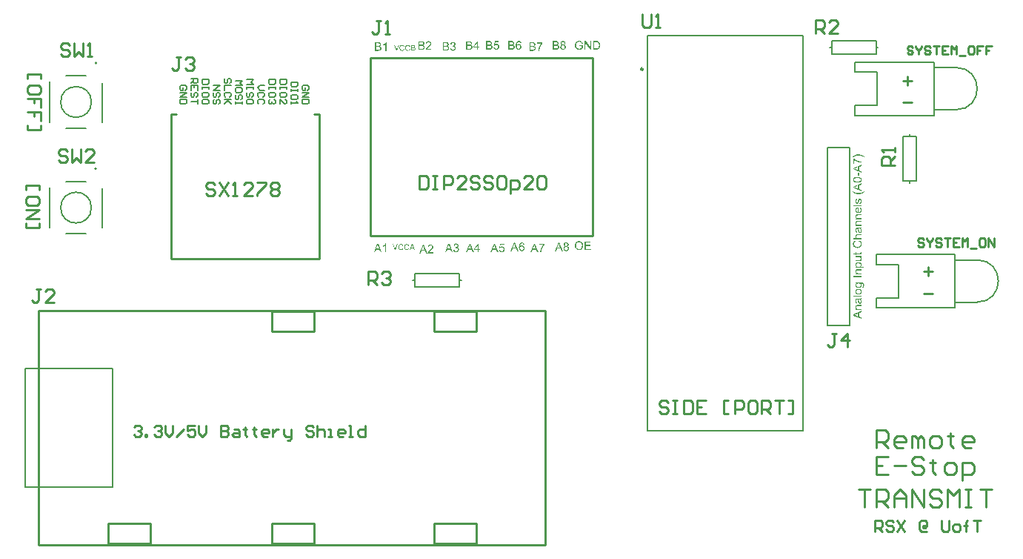
<source format=gto>
G04*
G04 #@! TF.GenerationSoftware,Altium Limited,Altium Designer,22.5.1 (42)*
G04*
G04 Layer_Color=65535*
%FSLAX44Y44*%
%MOMM*%
G71*
G04*
G04 #@! TF.SameCoordinates,EAF0AC03-D26C-4CD7-8958-07DA66C51CBC*
G04*
G04*
G04 #@! TF.FilePolarity,Positive*
G04*
G01*
G75*
%ADD10C,0.1270*%
%ADD11C,0.2000*%
%ADD12C,0.2500*%
%ADD13C,0.2540*%
%ADD14C,0.1500*%
G36*
X965661Y714877D02*
X965727D01*
X965794D01*
X965952Y714860D01*
X966144Y714852D01*
X966361Y714827D01*
X966594Y714802D01*
X966852Y714760D01*
X967127Y714719D01*
X967410Y714660D01*
X967710Y714594D01*
X968019Y714519D01*
X968327Y714419D01*
X968643Y714319D01*
X968960Y714194D01*
X968968D01*
X968977Y714185D01*
X969002Y714177D01*
X969035Y714160D01*
X969118Y714127D01*
X969243Y714069D01*
X969385Y714002D01*
X969551Y713927D01*
X969743Y713827D01*
X969951Y713727D01*
X970168Y713611D01*
X970401Y713477D01*
X970643Y713344D01*
X970893Y713194D01*
X971143Y713036D01*
X971393Y712877D01*
X971634Y712702D01*
X971876Y712519D01*
Y711661D01*
X971868Y711669D01*
X971843Y711686D01*
X971793Y711711D01*
X971734Y711744D01*
X971651Y711794D01*
X971559Y711844D01*
X971451Y711903D01*
X971326Y711969D01*
X971193Y712044D01*
X971043Y712119D01*
X970876Y712203D01*
X970701Y712294D01*
X970510Y712377D01*
X970310Y712469D01*
X970101Y712561D01*
X969885Y712661D01*
X969660Y712752D01*
X969418Y712844D01*
X968918Y713019D01*
X968393Y713194D01*
X967844Y713344D01*
X967269Y713469D01*
X966977Y713519D01*
X966686Y713569D01*
X966394Y713602D01*
X966094Y713627D01*
X965794Y713644D01*
X965494Y713652D01*
X965478D01*
X965436D01*
X965369D01*
X965278Y713644D01*
X965169D01*
X965036Y713636D01*
X964886Y713627D01*
X964711Y713619D01*
X964536Y713602D01*
X964336Y713577D01*
X964136Y713561D01*
X963920Y713527D01*
X963470Y713461D01*
X963011Y713361D01*
X963003D01*
X962970Y713352D01*
X962912Y713336D01*
X962845Y713319D01*
X962753Y713294D01*
X962653Y713269D01*
X962528Y713236D01*
X962403Y713194D01*
X962262Y713152D01*
X962112Y713111D01*
X961787Y713002D01*
X961445Y712869D01*
X961104Y712728D01*
X961095D01*
X961079Y712719D01*
X961037Y712702D01*
X960987Y712678D01*
X960920Y712644D01*
X960837Y712602D01*
X960745Y712552D01*
X960629Y712494D01*
X960496Y712428D01*
X960354Y712353D01*
X960187Y712269D01*
X960004Y712169D01*
X959812Y712061D01*
X959596Y711936D01*
X959354Y711803D01*
X959104Y711661D01*
Y712519D01*
X959112D01*
X959121Y712536D01*
X959146Y712552D01*
X959179Y712578D01*
X959221Y712602D01*
X959271Y712636D01*
X959396Y712728D01*
X959546Y712827D01*
X959721Y712944D01*
X959929Y713077D01*
X960154Y713219D01*
X960396Y713369D01*
X960654Y713519D01*
X960937Y713677D01*
X961220Y713827D01*
X961520Y713977D01*
X961829Y714119D01*
X962137Y714252D01*
X962453Y714369D01*
X962470Y714377D01*
X962520Y714394D01*
X962595Y714419D01*
X962703Y714452D01*
X962837Y714485D01*
X962995Y714535D01*
X963178Y714577D01*
X963378Y714627D01*
X963595Y714677D01*
X963828Y714719D01*
X964078Y714769D01*
X964344Y714802D01*
X964620Y714835D01*
X964903Y714860D01*
X965194Y714877D01*
X965486Y714885D01*
X965494D01*
X965503D01*
X965528D01*
X965569D01*
X965611D01*
X965661Y714877D01*
D02*
G37*
G36*
X960337Y710211D02*
X960370Y710178D01*
X960429Y710128D01*
X960512Y710061D01*
X960612Y709978D01*
X960729Y709878D01*
X960870Y709762D01*
X961029Y709637D01*
X961212Y709503D01*
X961404Y709362D01*
X961620Y709203D01*
X961853Y709045D01*
X962112Y708878D01*
X962378Y708712D01*
X962662Y708545D01*
X962962Y708370D01*
X962970D01*
X962978Y708362D01*
X963003Y708345D01*
X963036Y708329D01*
X963078Y708312D01*
X963128Y708287D01*
X963245Y708220D01*
X963395Y708145D01*
X963570Y708054D01*
X963778Y707962D01*
X963995Y707854D01*
X964245Y707745D01*
X964503Y707629D01*
X964786Y707512D01*
X965078Y707395D01*
X965378Y707279D01*
X965694Y707170D01*
X966011Y707062D01*
X966336Y706962D01*
X966352D01*
X966394Y706946D01*
X966461Y706929D01*
X966552Y706904D01*
X966661Y706879D01*
X966802Y706846D01*
X966952Y706812D01*
X967127Y706771D01*
X967319Y706737D01*
X967527Y706696D01*
X967744Y706654D01*
X967977Y706621D01*
X968227Y706587D01*
X968477Y706562D01*
X969010Y706512D01*
Y705279D01*
X968993D01*
X968960D01*
X968893Y705288D01*
X968810D01*
X968693Y705296D01*
X968560Y705304D01*
X968410Y705321D01*
X968235Y705346D01*
X968044Y705363D01*
X967835Y705396D01*
X967602Y705429D01*
X967360Y705479D01*
X967102Y705529D01*
X966827Y705588D01*
X966544Y705654D01*
X966244Y705729D01*
X966236D01*
X966227Y705738D01*
X966202D01*
X966169Y705746D01*
X966086Y705771D01*
X965969Y705813D01*
X965819Y705854D01*
X965644Y705912D01*
X965453Y705971D01*
X965236Y706046D01*
X965003Y706129D01*
X964761Y706221D01*
X964503Y706321D01*
X964228Y706429D01*
X963953Y706554D01*
X963670Y706679D01*
X963386Y706821D01*
X963103Y706962D01*
X963095D01*
X963086Y706971D01*
X963036Y706996D01*
X962953Y707046D01*
X962853Y707104D01*
X962720Y707179D01*
X962570Y707271D01*
X962395Y707371D01*
X962212Y707479D01*
X962020Y707604D01*
X961812Y707737D01*
X961604Y707879D01*
X961387Y708029D01*
X960954Y708354D01*
X960745Y708520D01*
X960546Y708687D01*
Y703921D01*
X959396D01*
Y710220D01*
X960329D01*
X960337Y710211D01*
D02*
G37*
G36*
X969010Y701839D02*
X966061Y700705D01*
Y696615D01*
X969010Y695557D01*
Y694191D01*
X959271Y697923D01*
Y699323D01*
X969010Y703305D01*
Y701839D01*
D02*
G37*
G36*
X966086Y690100D02*
X964886D01*
Y693782D01*
X966086D01*
Y690100D01*
D02*
G37*
G36*
X964494Y689017D02*
X964644D01*
X964811Y689008D01*
X964994Y688992D01*
X965203Y688984D01*
X965419Y688959D01*
X965644Y688942D01*
X966102Y688875D01*
X966336Y688834D01*
X966561Y688784D01*
X966777Y688734D01*
X966985Y688667D01*
X966994D01*
X967036Y688650D01*
X967085Y688634D01*
X967160Y688600D01*
X967244Y688567D01*
X967344Y688517D01*
X967460Y688467D01*
X967585Y688409D01*
X967844Y688259D01*
X968110Y688075D01*
X968377Y687867D01*
X968493Y687742D01*
X968610Y687617D01*
X968618Y687609D01*
X968635Y687584D01*
X968660Y687542D01*
X968702Y687492D01*
X968743Y687426D01*
X968785Y687342D01*
X968843Y687242D01*
X968893Y687134D01*
X968943Y687009D01*
X968993Y686876D01*
X969043Y686734D01*
X969085Y686576D01*
X969127Y686409D01*
X969152Y686234D01*
X969168Y686051D01*
X969177Y685851D01*
Y685793D01*
X969168Y685718D01*
X969160Y685618D01*
X969143Y685501D01*
X969127Y685359D01*
X969093Y685210D01*
X969052Y685043D01*
X969002Y684876D01*
X968935Y684693D01*
X968852Y684510D01*
X968752Y684326D01*
X968643Y684143D01*
X968510Y683960D01*
X968352Y683793D01*
X968177Y683635D01*
X968160Y683627D01*
X968119Y683593D01*
X968044Y683543D01*
X967944Y683485D01*
X967810Y683410D01*
X967644Y683335D01*
X967452Y683243D01*
X967219Y683160D01*
X966961Y683068D01*
X966669Y682977D01*
X966511Y682935D01*
X966344Y682902D01*
X966169Y682860D01*
X965986Y682827D01*
X965794Y682794D01*
X965594Y682768D01*
X965386Y682744D01*
X965169Y682719D01*
X964944Y682702D01*
X964711Y682685D01*
X964461Y682677D01*
X964211D01*
X964203D01*
X964195D01*
X964170D01*
X964136D01*
X964095D01*
X964045D01*
X963928Y682685D01*
X963778D01*
X963611Y682693D01*
X963420Y682710D01*
X963220Y682719D01*
X963003Y682744D01*
X962770Y682760D01*
X962312Y682827D01*
X962078Y682868D01*
X961853Y682910D01*
X961637Y682968D01*
X961429Y683027D01*
X961420Y683035D01*
X961379Y683043D01*
X961329Y683068D01*
X961254Y683093D01*
X961162Y683135D01*
X961062Y683177D01*
X960954Y683235D01*
X960829Y683293D01*
X960571Y683443D01*
X960296Y683627D01*
X960037Y683835D01*
X959912Y683960D01*
X959804Y684085D01*
X959796Y684093D01*
X959779Y684118D01*
X959754Y684160D01*
X959712Y684210D01*
X959671Y684276D01*
X959621Y684360D01*
X959571Y684460D01*
X959512Y684568D01*
X959462Y684693D01*
X959413Y684826D01*
X959362Y684968D01*
X959321Y685126D01*
X959279Y685293D01*
X959254Y685468D01*
X959238Y685659D01*
X959229Y685851D01*
Y685926D01*
X959238Y685984D01*
Y686051D01*
X959246Y686134D01*
X959254Y686218D01*
X959271Y686318D01*
X959304Y686534D01*
X959362Y686759D01*
X959437Y687001D01*
X959546Y687226D01*
Y687234D01*
X959562Y687251D01*
X959579Y687284D01*
X959604Y687326D01*
X959637Y687376D01*
X959679Y687434D01*
X959779Y687567D01*
X959912Y687726D01*
X960062Y687884D01*
X960254Y688050D01*
X960462Y688200D01*
X960471Y688209D01*
X960487Y688217D01*
X960520Y688234D01*
X960571Y688267D01*
X960629Y688292D01*
X960695Y688334D01*
X960770Y688375D01*
X960862Y688417D01*
X960962Y688467D01*
X961079Y688517D01*
X961195Y688567D01*
X961320Y688617D01*
X961604Y688709D01*
X961912Y688800D01*
X961920D01*
X961954Y688809D01*
X962003Y688825D01*
X962070Y688834D01*
X962153Y688850D01*
X962253Y688875D01*
X962378Y688892D01*
X962520Y688917D01*
X962670Y688933D01*
X962845Y688950D01*
X963036Y688975D01*
X963236Y688992D01*
X963461Y689008D01*
X963695Y689017D01*
X963945Y689025D01*
X964211D01*
X964220D01*
X964228D01*
X964253D01*
X964286D01*
X964378D01*
X964494Y689017D01*
D02*
G37*
G36*
X969010Y680669D02*
X966061Y679536D01*
Y675445D01*
X969010Y674387D01*
Y673021D01*
X959271Y676753D01*
Y678153D01*
X969010Y682135D01*
Y680669D01*
D02*
G37*
G36*
X971876Y671696D02*
X971859Y671688D01*
X971818Y671655D01*
X971751Y671596D01*
X971651Y671530D01*
X971534Y671446D01*
X971393Y671346D01*
X971226Y671230D01*
X971043Y671113D01*
X970835Y670980D01*
X970618Y670846D01*
X970376Y670705D01*
X970118Y670563D01*
X969852Y670422D01*
X969560Y670280D01*
X969268Y670147D01*
X968960Y670013D01*
X968952D01*
X968943Y670005D01*
X968918Y669997D01*
X968885Y669988D01*
X968843Y669972D01*
X968793Y669947D01*
X968668Y669905D01*
X968519Y669855D01*
X968335Y669797D01*
X968127Y669738D01*
X967894Y669672D01*
X967644Y669605D01*
X967377Y669547D01*
X967085Y669489D01*
X966786Y669438D01*
X966477Y669397D01*
X966152Y669364D01*
X965819Y669339D01*
X965486Y669330D01*
X965478D01*
X965469D01*
X965444D01*
X965411D01*
X965328D01*
X965219Y669339D01*
X965078Y669347D01*
X964911Y669355D01*
X964719Y669372D01*
X964511Y669397D01*
X964286Y669422D01*
X964053Y669455D01*
X963795Y669497D01*
X963536Y669547D01*
X963270Y669605D01*
X963003Y669672D01*
X962728Y669747D01*
X962453Y669838D01*
X962445D01*
X962437Y669847D01*
X962412Y669855D01*
X962378Y669863D01*
X962337Y669880D01*
X962287Y669905D01*
X962162Y669955D01*
X962012Y670013D01*
X961837Y670097D01*
X961629Y670188D01*
X961404Y670297D01*
X961162Y670422D01*
X960895Y670555D01*
X960620Y670705D01*
X960337Y670872D01*
X960037Y671055D01*
X959729Y671255D01*
X959421Y671471D01*
X959104Y671696D01*
Y672554D01*
X959121Y672546D01*
X959163Y672521D01*
X959238Y672479D01*
X959329Y672421D01*
X959446Y672363D01*
X959571Y672288D01*
X959712Y672205D01*
X959871Y672121D01*
X960196Y671938D01*
X960520Y671763D01*
X960679Y671680D01*
X960820Y671605D01*
X960962Y671546D01*
X961079Y671488D01*
X961087Y671480D01*
X961120Y671471D01*
X961170Y671446D01*
X961237Y671421D01*
X961320Y671388D01*
X961420Y671346D01*
X961537Y671305D01*
X961662Y671255D01*
X961804Y671205D01*
X961945Y671155D01*
X962103Y671096D01*
X962270Y671047D01*
X962628Y670938D01*
X962995Y670846D01*
X963011D01*
X963053Y670838D01*
X963120Y670822D01*
X963212Y670805D01*
X963320Y670780D01*
X963453Y670755D01*
X963603Y670730D01*
X963770Y670705D01*
X963953Y670680D01*
X964153Y670655D01*
X964353Y670630D01*
X964569Y670605D01*
X965028Y670572D01*
X965494Y670563D01*
X965503D01*
X965528D01*
X965577D01*
X965636D01*
X965719Y670572D01*
X965811Y670580D01*
X965919Y670588D01*
X966044Y670597D01*
X966186Y670605D01*
X966336Y670622D01*
X966494Y670647D01*
X966677Y670672D01*
X966861Y670697D01*
X967060Y670730D01*
X967269Y670771D01*
X967494Y670813D01*
X967719Y670863D01*
X967960Y670921D01*
X968460Y671047D01*
X968985Y671213D01*
X969260Y671305D01*
X969535Y671405D01*
X969818Y671513D01*
X970101Y671630D01*
X970393Y671763D01*
X970685Y671896D01*
X970984Y672046D01*
X971276Y672205D01*
X971576Y672371D01*
X971876Y672554D01*
Y671696D01*
D02*
G37*
G36*
X967044Y664190D02*
X967094D01*
X967160Y664182D01*
X967302Y664157D01*
X967477Y664115D01*
X967669Y664048D01*
X967869Y663965D01*
X968069Y663848D01*
X968077D01*
X968094Y663832D01*
X968119Y663815D01*
X968152Y663782D01*
X968252Y663707D01*
X968369Y663590D01*
X968502Y663448D01*
X968635Y663273D01*
X968768Y663074D01*
X968885Y662840D01*
Y662832D01*
X968893Y662807D01*
X968910Y662774D01*
X968927Y662724D01*
X968952Y662665D01*
X968977Y662590D01*
X969002Y662507D01*
X969027Y662407D01*
X969052Y662299D01*
X969077Y662190D01*
X969102Y662065D01*
X969127Y661932D01*
X969160Y661649D01*
X969168Y661349D01*
Y661216D01*
X969160Y661124D01*
X969152Y661007D01*
X969135Y660874D01*
X969118Y660732D01*
X969093Y660574D01*
X969068Y660407D01*
X969027Y660233D01*
X968985Y660058D01*
X968927Y659883D01*
X968860Y659716D01*
X968785Y659549D01*
X968702Y659391D01*
X968602Y659249D01*
X968593Y659241D01*
X968577Y659216D01*
X968543Y659183D01*
X968493Y659133D01*
X968435Y659074D01*
X968360Y659008D01*
X968277Y658941D01*
X968177Y658866D01*
X968060Y658783D01*
X967935Y658708D01*
X967794Y658633D01*
X967644Y658558D01*
X967477Y658491D01*
X967294Y658425D01*
X967111Y658375D01*
X966902Y658333D01*
X966719Y659516D01*
X966727D01*
X966752Y659524D01*
X966786D01*
X966836Y659541D01*
X966894Y659549D01*
X966969Y659566D01*
X967127Y659616D01*
X967302Y659691D01*
X967485Y659791D01*
X967652Y659908D01*
X967735Y659983D01*
X967810Y660066D01*
Y660074D01*
X967827Y660091D01*
X967844Y660116D01*
X967869Y660149D01*
X967894Y660199D01*
X967927Y660258D01*
X967960Y660324D01*
X967994Y660399D01*
X968035Y660482D01*
X968069Y660583D01*
X968102Y660682D01*
X968127Y660799D01*
X968152Y660924D01*
X968168Y661049D01*
X968177Y661191D01*
X968185Y661341D01*
Y661416D01*
X968177Y661474D01*
Y661541D01*
X968168Y661624D01*
X968160Y661707D01*
X968144Y661807D01*
X968102Y661999D01*
X968044Y662207D01*
X967960Y662399D01*
X967910Y662482D01*
X967852Y662565D01*
Y662574D01*
X967835Y662582D01*
X967794Y662632D01*
X967719Y662690D01*
X967627Y662765D01*
X967510Y662840D01*
X967377Y662907D01*
X967235Y662949D01*
X967152Y662957D01*
X967069Y662965D01*
X967060D01*
X967052D01*
X967002Y662957D01*
X966927Y662949D01*
X966836Y662924D01*
X966736Y662882D01*
X966627Y662815D01*
X966519Y662732D01*
X966427Y662615D01*
X966419Y662607D01*
X966411Y662582D01*
X966402Y662565D01*
X966386Y662532D01*
X966361Y662482D01*
X966344Y662432D01*
X966319Y662365D01*
X966294Y662290D01*
X966261Y662207D01*
X966227Y662107D01*
X966194Y661990D01*
X966152Y661865D01*
X966111Y661724D01*
X966069Y661566D01*
X966027Y661391D01*
Y661374D01*
X966011Y661332D01*
X965994Y661266D01*
X965969Y661174D01*
X965944Y661074D01*
X965911Y660949D01*
X965869Y660816D01*
X965827Y660666D01*
X965744Y660366D01*
X965644Y660066D01*
X965594Y659924D01*
X965544Y659791D01*
X965503Y659674D01*
X965453Y659566D01*
Y659558D01*
X965444Y659541D01*
X965428Y659516D01*
X965411Y659483D01*
X965353Y659391D01*
X965278Y659283D01*
X965186Y659158D01*
X965069Y659025D01*
X964936Y658900D01*
X964786Y658791D01*
X964778D01*
X964769Y658783D01*
X964744Y658766D01*
X964711Y658750D01*
X964620Y658708D01*
X964503Y658666D01*
X964361Y658616D01*
X964203Y658575D01*
X964020Y658541D01*
X963828Y658533D01*
X963820D01*
X963803D01*
X963778D01*
X963745D01*
X963661Y658541D01*
X963545Y658558D01*
X963411Y658583D01*
X963261Y658625D01*
X963111Y658675D01*
X962962Y658741D01*
X962953D01*
X962945Y658750D01*
X962895Y658783D01*
X962820Y658833D01*
X962720Y658900D01*
X962620Y658983D01*
X962503Y659083D01*
X962395Y659200D01*
X962287Y659333D01*
X962278Y659350D01*
X962253Y659383D01*
X962212Y659449D01*
X962170Y659533D01*
X962112Y659641D01*
X962062Y659774D01*
X962003Y659924D01*
X961945Y660091D01*
Y660099D01*
X961937Y660116D01*
X961928Y660141D01*
X961920Y660174D01*
X961912Y660224D01*
X961895Y660274D01*
X961870Y660399D01*
X961845Y660557D01*
X961820Y660732D01*
X961804Y660924D01*
X961795Y661132D01*
Y661274D01*
X961804Y661341D01*
Y661424D01*
X961812Y661524D01*
X961829Y661624D01*
X961853Y661849D01*
X961895Y662090D01*
X961954Y662340D01*
X962037Y662582D01*
Y662590D01*
X962045Y662607D01*
X962062Y662640D01*
X962078Y662682D01*
X962103Y662740D01*
X962137Y662799D01*
X962212Y662940D01*
X962303Y663090D01*
X962412Y663240D01*
X962545Y663390D01*
X962687Y663515D01*
X962695D01*
X962703Y663532D01*
X962728Y663540D01*
X962762Y663565D01*
X962803Y663590D01*
X962853Y663615D01*
X962912Y663648D01*
X962978Y663682D01*
X963128Y663748D01*
X963320Y663815D01*
X963536Y663882D01*
X963778Y663932D01*
X963936Y662765D01*
X963928D01*
X963911D01*
X963886Y662757D01*
X963845Y662749D01*
X963745Y662715D01*
X963628Y662674D01*
X963495Y662615D01*
X963353Y662532D01*
X963212Y662432D01*
X963086Y662299D01*
Y662290D01*
X963070Y662282D01*
X963062Y662257D01*
X963036Y662232D01*
X963011Y662190D01*
X962987Y662140D01*
X962962Y662082D01*
X962928Y662024D01*
X962878Y661865D01*
X962828Y661682D01*
X962795Y661466D01*
X962778Y661216D01*
Y661082D01*
X962787Y661016D01*
X962795Y660932D01*
X962812Y660757D01*
X962845Y660566D01*
X962895Y660374D01*
X962962Y660191D01*
X963003Y660116D01*
X963053Y660041D01*
X963062Y660024D01*
X963103Y659983D01*
X963161Y659933D01*
X963236Y659866D01*
X963328Y659799D01*
X963436Y659749D01*
X963561Y659708D01*
X963695Y659691D01*
X963703D01*
X963736D01*
X963778Y659699D01*
X963836Y659708D01*
X963895Y659724D01*
X963970Y659749D01*
X964045Y659783D01*
X964111Y659833D01*
X964120Y659841D01*
X964145Y659858D01*
X964178Y659899D01*
X964220Y659949D01*
X964269Y660008D01*
X964328Y660091D01*
X964378Y660183D01*
X964428Y660291D01*
Y660299D01*
X964445Y660332D01*
X964453Y660358D01*
X964461Y660399D01*
X964478Y660441D01*
X964494Y660491D01*
X964511Y660557D01*
X964536Y660632D01*
X964561Y660716D01*
X964586Y660816D01*
X964620Y660924D01*
X964653Y661049D01*
X964694Y661191D01*
X964736Y661349D01*
Y661366D01*
X964753Y661407D01*
X964769Y661474D01*
X964794Y661557D01*
X964819Y661657D01*
X964853Y661782D01*
X964894Y661907D01*
X964936Y662049D01*
X965019Y662340D01*
X965119Y662632D01*
X965161Y662774D01*
X965211Y662907D01*
X965253Y663024D01*
X965294Y663123D01*
Y663132D01*
X965303Y663148D01*
X965319Y663174D01*
X965336Y663207D01*
X965386Y663298D01*
X965453Y663407D01*
X965536Y663532D01*
X965644Y663665D01*
X965769Y663790D01*
X965919Y663907D01*
X965928D01*
X965936Y663923D01*
X965961Y663932D01*
X965994Y663957D01*
X966036Y663973D01*
X966077Y663998D01*
X966202Y664057D01*
X966352Y664107D01*
X966527Y664157D01*
X966719Y664190D01*
X966944Y664198D01*
X966952D01*
X966969D01*
X967002D01*
X967044Y664190D01*
D02*
G37*
G36*
X969010Y655759D02*
X959271D01*
Y656958D01*
X969010D01*
Y655759D01*
D02*
G37*
G36*
X965711Y654317D02*
X965786D01*
Y649060D01*
X965803D01*
X965836D01*
X965894Y649069D01*
X965977Y649077D01*
X966077Y649094D01*
X966186Y649110D01*
X966311Y649135D01*
X966444Y649160D01*
X966736Y649244D01*
X966886Y649294D01*
X967027Y649360D01*
X967177Y649427D01*
X967319Y649510D01*
X967444Y649602D01*
X967569Y649710D01*
X967577Y649719D01*
X967594Y649735D01*
X967627Y649769D01*
X967669Y649819D01*
X967710Y649877D01*
X967760Y649943D01*
X967819Y650027D01*
X967877Y650118D01*
X967935Y650219D01*
X967994Y650327D01*
X968044Y650452D01*
X968085Y650585D01*
X968127Y650718D01*
X968160Y650868D01*
X968177Y651027D01*
X968185Y651185D01*
Y651252D01*
X968177Y651293D01*
Y651351D01*
X968168Y651418D01*
X968144Y651568D01*
X968102Y651743D01*
X968044Y651935D01*
X967960Y652118D01*
X967844Y652301D01*
X967835Y652310D01*
X967827Y652326D01*
X967802Y652343D01*
X967777Y652376D01*
X967735Y652418D01*
X967694Y652460D01*
X967635Y652518D01*
X967569Y652568D01*
X967502Y652626D01*
X967419Y652684D01*
X967327Y652751D01*
X967227Y652810D01*
X967111Y652876D01*
X966994Y652934D01*
X966869Y652993D01*
X966727Y653043D01*
X966886Y654284D01*
X966894D01*
X966936Y654267D01*
X966994Y654251D01*
X967069Y654226D01*
X967160Y654192D01*
X967260Y654151D01*
X967377Y654101D01*
X967502Y654043D01*
X967644Y653968D01*
X967777Y653893D01*
X967919Y653801D01*
X968060Y653701D01*
X968194Y653593D01*
X968335Y653476D01*
X968460Y653343D01*
X968577Y653201D01*
X968585Y653193D01*
X968602Y653168D01*
X968635Y653118D01*
X968668Y653059D01*
X968710Y652984D01*
X968760Y652884D01*
X968818Y652776D01*
X968868Y652651D01*
X968927Y652518D01*
X968985Y652360D01*
X969035Y652193D01*
X969077Y652018D01*
X969110Y651826D01*
X969143Y651626D01*
X969160Y651410D01*
X969168Y651185D01*
Y651118D01*
X969160Y651035D01*
X969152Y650927D01*
X969135Y650802D01*
X969118Y650643D01*
X969085Y650477D01*
X969052Y650293D01*
X969002Y650102D01*
X968935Y649902D01*
X968860Y649702D01*
X968768Y649494D01*
X968660Y649294D01*
X968535Y649094D01*
X968385Y648902D01*
X968219Y648727D01*
X968210Y648719D01*
X968177Y648686D01*
X968119Y648644D01*
X968044Y648586D01*
X967944Y648519D01*
X967827Y648444D01*
X967685Y648361D01*
X967527Y648277D01*
X967344Y648194D01*
X967152Y648111D01*
X966927Y648036D01*
X966686Y647969D01*
X966427Y647911D01*
X966152Y647869D01*
X965861Y647836D01*
X965544Y647827D01*
X965536D01*
X965528D01*
X965503D01*
X965469D01*
X965419D01*
X965369Y647836D01*
X965253Y647844D01*
X965103Y647852D01*
X964928Y647877D01*
X964736Y647902D01*
X964528Y647944D01*
X964311Y647986D01*
X964086Y648052D01*
X963853Y648119D01*
X963628Y648211D01*
X963395Y648311D01*
X963178Y648436D01*
X962970Y648577D01*
X962778Y648736D01*
X962770Y648744D01*
X962737Y648777D01*
X962687Y648827D01*
X962628Y648902D01*
X962553Y648994D01*
X962470Y649102D01*
X962378Y649235D01*
X962287Y649377D01*
X962195Y649544D01*
X962103Y649719D01*
X962020Y649919D01*
X961945Y650127D01*
X961887Y650352D01*
X961837Y650593D01*
X961804Y650852D01*
X961795Y651118D01*
Y651185D01*
X961804Y651252D01*
X961812Y651351D01*
X961829Y651477D01*
X961845Y651610D01*
X961879Y651768D01*
X961912Y651935D01*
X961970Y652118D01*
X962029Y652301D01*
X962112Y652493D01*
X962203Y652684D01*
X962312Y652876D01*
X962445Y653068D01*
X962595Y653251D01*
X962762Y653426D01*
X962770Y653434D01*
X962803Y653468D01*
X962862Y653509D01*
X962937Y653568D01*
X963036Y653634D01*
X963161Y653709D01*
X963303Y653792D01*
X963461Y653876D01*
X963645Y653959D01*
X963845Y654043D01*
X964070Y654118D01*
X964311Y654184D01*
X964569Y654242D01*
X964853Y654284D01*
X965153Y654317D01*
X965469Y654326D01*
X965478D01*
X965486D01*
X965511D01*
X965553D01*
X965594D01*
X965644D01*
X965711Y654317D01*
D02*
G37*
G36*
X969010Y645195D02*
X964719D01*
X964711D01*
X964686D01*
X964653D01*
X964603D01*
X964536D01*
X964470Y645186D01*
X964311Y645178D01*
X964128Y645161D01*
X963953Y645136D01*
X963778Y645103D01*
X963703Y645078D01*
X963628Y645053D01*
X963620D01*
X963611Y645045D01*
X963570Y645028D01*
X963503Y644986D01*
X963420Y644937D01*
X963328Y644870D01*
X963228Y644787D01*
X963128Y644678D01*
X963045Y644553D01*
X963036Y644537D01*
X963011Y644495D01*
X962978Y644420D01*
X962937Y644320D01*
X962895Y644195D01*
X962862Y644062D01*
X962837Y643903D01*
X962828Y643728D01*
Y643653D01*
X962837Y643604D01*
X962845Y643537D01*
X962853Y643454D01*
X962870Y643370D01*
X962887Y643279D01*
X962945Y643070D01*
X962987Y642962D01*
X963036Y642854D01*
X963095Y642737D01*
X963153Y642629D01*
X963236Y642520D01*
X963320Y642412D01*
X963328Y642404D01*
X963345Y642387D01*
X963370Y642362D01*
X963420Y642329D01*
X963470Y642287D01*
X963545Y642237D01*
X963628Y642187D01*
X963728Y642137D01*
X963845Y642087D01*
X963978Y642037D01*
X964128Y641987D01*
X964303Y641946D01*
X964486Y641912D01*
X964694Y641887D01*
X964919Y641871D01*
X965161Y641862D01*
X969010D01*
Y640663D01*
X961954D01*
Y641746D01*
X962962D01*
X962945Y641754D01*
X962912Y641779D01*
X962853Y641829D01*
X962778Y641887D01*
X962687Y641971D01*
X962595Y642070D01*
X962487Y642187D01*
X962378Y642320D01*
X962270Y642470D01*
X962162Y642637D01*
X962062Y642820D01*
X961979Y643020D01*
X961904Y643237D01*
X961845Y643470D01*
X961812Y643720D01*
X961795Y643987D01*
Y644095D01*
X961804Y644153D01*
Y644212D01*
X961812Y644287D01*
X961820Y644370D01*
X961853Y644553D01*
X961895Y644745D01*
X961954Y644953D01*
X962029Y645153D01*
Y645161D01*
X962037Y645178D01*
X962053Y645203D01*
X962070Y645245D01*
X962120Y645336D01*
X962195Y645453D01*
X962278Y645586D01*
X962387Y645720D01*
X962503Y645845D01*
X962637Y645953D01*
X962653Y645961D01*
X962703Y645994D01*
X962778Y646044D01*
X962887Y646103D01*
X963011Y646161D01*
X963161Y646228D01*
X963328Y646278D01*
X963511Y646328D01*
X963528D01*
X963545Y646336D01*
X963578D01*
X963611Y646345D01*
X963661Y646353D01*
X963720D01*
X963778Y646361D01*
X963853Y646369D01*
X963945Y646378D01*
X964036D01*
X964145Y646386D01*
X964261D01*
X964386Y646394D01*
X964528D01*
X964678D01*
X969010D01*
Y645195D01*
D02*
G37*
G36*
Y637630D02*
X964719D01*
X964711D01*
X964686D01*
X964653D01*
X964603D01*
X964536D01*
X964470Y637622D01*
X964311Y637613D01*
X964128Y637597D01*
X963953Y637572D01*
X963778Y637538D01*
X963703Y637513D01*
X963628Y637488D01*
X963620D01*
X963611Y637480D01*
X963570Y637463D01*
X963503Y637422D01*
X963420Y637372D01*
X963328Y637305D01*
X963228Y637222D01*
X963128Y637113D01*
X963045Y636988D01*
X963036Y636972D01*
X963011Y636930D01*
X962978Y636855D01*
X962937Y636755D01*
X962895Y636630D01*
X962862Y636497D01*
X962837Y636339D01*
X962828Y636164D01*
Y636089D01*
X962837Y636039D01*
X962845Y635972D01*
X962853Y635889D01*
X962870Y635806D01*
X962887Y635714D01*
X962945Y635506D01*
X962987Y635397D01*
X963036Y635289D01*
X963095Y635172D01*
X963153Y635064D01*
X963236Y634956D01*
X963320Y634847D01*
X963328Y634839D01*
X963345Y634822D01*
X963370Y634797D01*
X963420Y634764D01*
X963470Y634722D01*
X963545Y634672D01*
X963628Y634622D01*
X963728Y634572D01*
X963845Y634523D01*
X963978Y634473D01*
X964128Y634422D01*
X964303Y634381D01*
X964486Y634347D01*
X964694Y634323D01*
X964919Y634306D01*
X965161Y634297D01*
X969010D01*
Y633098D01*
X961954D01*
Y634181D01*
X962962D01*
X962945Y634189D01*
X962912Y634214D01*
X962853Y634264D01*
X962778Y634323D01*
X962687Y634406D01*
X962595Y634506D01*
X962487Y634622D01*
X962378Y634756D01*
X962270Y634906D01*
X962162Y635072D01*
X962062Y635256D01*
X961979Y635456D01*
X961904Y635672D01*
X961845Y635905D01*
X961812Y636155D01*
X961795Y636422D01*
Y636530D01*
X961804Y636589D01*
Y636647D01*
X961812Y636722D01*
X961820Y636805D01*
X961853Y636988D01*
X961895Y637180D01*
X961954Y637388D01*
X962029Y637588D01*
Y637597D01*
X962037Y637613D01*
X962053Y637638D01*
X962070Y637680D01*
X962120Y637772D01*
X962195Y637888D01*
X962278Y638022D01*
X962387Y638155D01*
X962503Y638280D01*
X962637Y638388D01*
X962653Y638396D01*
X962703Y638430D01*
X962778Y638480D01*
X962887Y638538D01*
X963011Y638596D01*
X963161Y638663D01*
X963328Y638713D01*
X963511Y638763D01*
X963528D01*
X963545Y638771D01*
X963578D01*
X963611Y638780D01*
X963661Y638788D01*
X963720D01*
X963778Y638796D01*
X963853Y638805D01*
X963945Y638813D01*
X964036D01*
X964145Y638821D01*
X964261D01*
X964386Y638830D01*
X964528D01*
X964678D01*
X969010D01*
Y637630D01*
D02*
G37*
G36*
Y630373D02*
X969002D01*
X968993Y630365D01*
X968943Y630349D01*
X968868Y630315D01*
X968760Y630274D01*
X968635Y630240D01*
X968493Y630199D01*
X968327Y630165D01*
X968144Y630140D01*
X968152Y630132D01*
X968168Y630107D01*
X968194Y630074D01*
X968235Y630024D01*
X968285Y629965D01*
X968335Y629899D01*
X968393Y629815D01*
X968452Y629732D01*
X968585Y629532D01*
X968718Y629315D01*
X968843Y629090D01*
X968943Y628857D01*
Y628849D01*
X968952Y628832D01*
X968960Y628799D01*
X968977Y628749D01*
X968993Y628691D01*
X969018Y628624D01*
X969035Y628549D01*
X969052Y628457D01*
X969093Y628266D01*
X969135Y628041D01*
X969160Y627791D01*
X969168Y627533D01*
Y627424D01*
X969160Y627341D01*
X969152Y627249D01*
X969135Y627133D01*
X969118Y627008D01*
X969093Y626874D01*
X969027Y626591D01*
X968985Y626441D01*
X968927Y626291D01*
X968860Y626150D01*
X968785Y626008D01*
X968702Y625875D01*
X968602Y625750D01*
X968593Y625741D01*
X968577Y625725D01*
X968543Y625691D01*
X968502Y625650D01*
X968444Y625608D01*
X968377Y625550D01*
X968294Y625500D01*
X968210Y625442D01*
X968110Y625383D01*
X968002Y625325D01*
X967877Y625266D01*
X967752Y625225D01*
X967610Y625183D01*
X967469Y625150D01*
X967310Y625133D01*
X967152Y625125D01*
X967144D01*
X967127D01*
X967102D01*
X967060D01*
X967019Y625133D01*
X966969Y625141D01*
X966844Y625158D01*
X966694Y625183D01*
X966536Y625225D01*
X966369Y625283D01*
X966211Y625358D01*
X966202D01*
X966194Y625367D01*
X966169Y625383D01*
X966136Y625400D01*
X966061Y625450D01*
X965961Y625525D01*
X965853Y625608D01*
X965736Y625716D01*
X965619Y625841D01*
X965519Y625975D01*
Y625983D01*
X965511Y625991D01*
X965478Y626041D01*
X965428Y626125D01*
X965369Y626225D01*
X965303Y626358D01*
X965244Y626499D01*
X965178Y626666D01*
X965128Y626841D01*
X965119Y626858D01*
X965111Y626908D01*
X965094Y626991D01*
X965069Y627108D01*
X965036Y627249D01*
X965028Y627341D01*
X965011Y627433D01*
X964994Y627541D01*
X964978Y627649D01*
X964961Y627774D01*
X964944Y627899D01*
Y627916D01*
X964936Y627966D01*
X964928Y628041D01*
X964911Y628141D01*
X964894Y628257D01*
X964878Y628391D01*
X964853Y628549D01*
X964828Y628707D01*
X964769Y629057D01*
X964694Y629416D01*
X964653Y629582D01*
X964611Y629749D01*
X964569Y629899D01*
X964528Y630040D01*
X964520D01*
X964486D01*
X964445D01*
X964395Y630049D01*
X964295D01*
X964253D01*
X964220D01*
X964211D01*
X964186D01*
X964153D01*
X964103Y630040D01*
X964045D01*
X963978Y630032D01*
X963820Y630007D01*
X963653Y629965D01*
X963478Y629907D01*
X963328Y629824D01*
X963253Y629765D01*
X963195Y629707D01*
X963186Y629699D01*
X963178Y629682D01*
X963153Y629657D01*
X963128Y629624D01*
X963103Y629574D01*
X963062Y629515D01*
X963028Y629449D01*
X962987Y629366D01*
X962953Y629274D01*
X962912Y629174D01*
X962878Y629057D01*
X962853Y628941D01*
X962820Y628807D01*
X962803Y628657D01*
X962795Y628507D01*
X962787Y628341D01*
Y628257D01*
X962795Y628199D01*
Y628132D01*
X962803Y628049D01*
X962812Y627966D01*
X962820Y627866D01*
X962862Y627666D01*
X962912Y627458D01*
X962987Y627258D01*
X963036Y627174D01*
X963086Y627091D01*
Y627083D01*
X963103Y627074D01*
X963145Y627024D01*
X963220Y626958D01*
X963270Y626916D01*
X963328Y626866D01*
X963395Y626816D01*
X963470Y626774D01*
X963553Y626725D01*
X963645Y626674D01*
X963753Y626624D01*
X963870Y626583D01*
X963995Y626541D01*
X964128Y626499D01*
X963970Y625333D01*
X963961D01*
X963936Y625341D01*
X963895Y625350D01*
X963845Y625367D01*
X963778Y625383D01*
X963711Y625400D01*
X963628Y625425D01*
X963536Y625458D01*
X963345Y625533D01*
X963145Y625616D01*
X962945Y625725D01*
X962762Y625850D01*
X962753Y625858D01*
X962745Y625866D01*
X962720Y625891D01*
X962687Y625916D01*
X962645Y625958D01*
X962603Y626000D01*
X962495Y626116D01*
X962378Y626266D01*
X962262Y626450D01*
X962145Y626666D01*
X962045Y626908D01*
Y626916D01*
X962037Y626941D01*
X962020Y626974D01*
X962003Y627033D01*
X961987Y627099D01*
X961962Y627174D01*
X961945Y627266D01*
X961920Y627366D01*
X961895Y627483D01*
X961870Y627608D01*
X961853Y627741D01*
X961837Y627874D01*
X961804Y628182D01*
X961795Y628516D01*
Y628666D01*
X961804Y628741D01*
Y628832D01*
X961812Y628932D01*
X961820Y629041D01*
X961845Y629266D01*
X961887Y629515D01*
X961937Y629757D01*
X962012Y629982D01*
Y629990D01*
X962020Y630007D01*
X962037Y630040D01*
X962053Y630074D01*
X962095Y630174D01*
X962162Y630299D01*
X962237Y630432D01*
X962328Y630574D01*
X962437Y630707D01*
X962553Y630815D01*
X962570Y630823D01*
X962612Y630857D01*
X962678Y630907D01*
X962770Y630965D01*
X962887Y631023D01*
X963028Y631082D01*
X963186Y631140D01*
X963361Y631182D01*
X963378D01*
X963420Y631190D01*
X963453Y631198D01*
X963503Y631207D01*
X963553D01*
X963611Y631215D01*
X963686Y631223D01*
X963761Y631232D01*
X963853D01*
X963953Y631240D01*
X964070D01*
X964186Y631248D01*
X964320D01*
X964461D01*
X966061D01*
X966069D01*
X966077D01*
X966102D01*
X966136D01*
X966219D01*
X966327D01*
X966461D01*
X966611Y631257D01*
X966777D01*
X966952D01*
X967310Y631265D01*
X967485Y631273D01*
X967652Y631282D01*
X967810Y631290D01*
X967952Y631298D01*
X968069Y631307D01*
X968168Y631323D01*
X968177D01*
X968185D01*
X968210Y631332D01*
X968243Y631340D01*
X968327Y631357D01*
X968435Y631390D01*
X968568Y631432D01*
X968710Y631482D01*
X968860Y631548D01*
X969010Y631623D01*
Y630373D01*
D02*
G37*
G36*
Y622509D02*
X964545D01*
X964536D01*
X964503D01*
X964461D01*
X964395Y622501D01*
X964328D01*
X964245Y622492D01*
X964145Y622476D01*
X964045Y622459D01*
X963836Y622417D01*
X963620Y622342D01*
X963420Y622251D01*
X963328Y622184D01*
X963245Y622117D01*
X963236Y622109D01*
X963228Y622101D01*
X963203Y622076D01*
X963178Y622051D01*
X963145Y622009D01*
X963111Y621959D01*
X963078Y621901D01*
X963036Y621834D01*
X962962Y621684D01*
X962895Y621493D01*
X962845Y621276D01*
X962837Y621159D01*
X962828Y621026D01*
Y620934D01*
X962837Y620884D01*
X962845Y620834D01*
X962862Y620701D01*
X962895Y620551D01*
X962945Y620376D01*
X963020Y620201D01*
X963111Y620026D01*
Y620018D01*
X963120Y620009D01*
X963137Y619985D01*
X963161Y619951D01*
X963220Y619868D01*
X963311Y619768D01*
X963411Y619660D01*
X963545Y619551D01*
X963695Y619443D01*
X963861Y619360D01*
X963870D01*
X963886Y619351D01*
X963911Y619343D01*
X963945Y619326D01*
X963995Y619318D01*
X964053Y619301D01*
X964120Y619285D01*
X964195Y619268D01*
X964286Y619243D01*
X964378Y619226D01*
X964486Y619210D01*
X964603Y619201D01*
X964728Y619185D01*
X964861Y619176D01*
X965003Y619168D01*
X965153D01*
X969010D01*
Y617968D01*
X959271D01*
Y619168D01*
X962770D01*
X962762Y619176D01*
X962728Y619210D01*
X962678Y619251D01*
X962620Y619318D01*
X962545Y619401D01*
X962462Y619501D01*
X962370Y619618D01*
X962278Y619743D01*
X962195Y619893D01*
X962103Y620051D01*
X962020Y620226D01*
X961945Y620409D01*
X961887Y620609D01*
X961837Y620818D01*
X961804Y621043D01*
X961795Y621276D01*
Y621351D01*
X961804Y621409D01*
Y621476D01*
X961812Y621551D01*
X961820Y621642D01*
X961837Y621734D01*
X961870Y621942D01*
X961928Y622176D01*
X962003Y622401D01*
X962112Y622626D01*
Y622634D01*
X962128Y622650D01*
X962145Y622684D01*
X962170Y622717D01*
X962237Y622826D01*
X962337Y622950D01*
X962453Y623084D01*
X962603Y623225D01*
X962770Y623350D01*
X962962Y623459D01*
X962970D01*
X962987Y623467D01*
X963020Y623484D01*
X963062Y623500D01*
X963120Y623517D01*
X963186Y623542D01*
X963270Y623559D01*
X963361Y623584D01*
X963470Y623609D01*
X963586Y623634D01*
X963720Y623650D01*
X963861Y623667D01*
X964011Y623684D01*
X964178Y623700D01*
X964353Y623709D01*
X964545D01*
X969010D01*
Y622509D01*
D02*
G37*
G36*
X965944Y616519D02*
X965969D01*
X965994Y616510D01*
X966077Y616485D01*
X966186Y616444D01*
X966319Y616402D01*
X966469Y616344D01*
X966644Y616269D01*
X966819Y616194D01*
X967010Y616094D01*
X967210Y615994D01*
X967410Y615869D01*
X967610Y615736D01*
X967810Y615586D01*
X968002Y615427D01*
X968177Y615252D01*
X968344Y615061D01*
X968352Y615052D01*
X968377Y615011D01*
X968419Y614953D01*
X968477Y614878D01*
X968535Y614769D01*
X968610Y614653D01*
X968685Y614511D01*
X968760Y614344D01*
X968835Y614169D01*
X968910Y613969D01*
X968985Y613761D01*
X969043Y613536D01*
X969102Y613295D01*
X969143Y613045D01*
X969168Y612770D01*
X969177Y612495D01*
Y612428D01*
X969168Y612345D01*
Y612237D01*
X969160Y612103D01*
X969143Y611945D01*
X969127Y611770D01*
X969093Y611587D01*
X969060Y611387D01*
X969018Y611179D01*
X968968Y610962D01*
X968910Y610745D01*
X968835Y610537D01*
X968752Y610320D01*
X968652Y610120D01*
X968543Y609929D01*
X968535Y609920D01*
X968510Y609887D01*
X968477Y609837D01*
X968427Y609771D01*
X968360Y609687D01*
X968277Y609587D01*
X968177Y609487D01*
X968069Y609371D01*
X967944Y609254D01*
X967810Y609129D01*
X967652Y609004D01*
X967485Y608879D01*
X967310Y608762D01*
X967111Y608646D01*
X966910Y608529D01*
X966686Y608429D01*
X966669Y608421D01*
X966627Y608404D01*
X966561Y608379D01*
X966477Y608354D01*
X966361Y608312D01*
X966227Y608271D01*
X966077Y608221D01*
X965902Y608179D01*
X965711Y608129D01*
X965511Y608079D01*
X965294Y608038D01*
X965069Y608004D01*
X964828Y607971D01*
X964586Y607946D01*
X964328Y607929D01*
X964070Y607921D01*
X964061D01*
X964053D01*
X964003D01*
X963920D01*
X963811Y607929D01*
X963686Y607938D01*
X963528Y607954D01*
X963361Y607971D01*
X963170Y607996D01*
X962970Y608021D01*
X962753Y608063D01*
X962537Y608104D01*
X962312Y608163D01*
X962087Y608229D01*
X961862Y608304D01*
X961637Y608396D01*
X961420Y608496D01*
X961404Y608504D01*
X961370Y608521D01*
X961312Y608554D01*
X961237Y608604D01*
X961137Y608662D01*
X961029Y608737D01*
X960912Y608821D01*
X960779Y608921D01*
X960646Y609029D01*
X960504Y609154D01*
X960354Y609287D01*
X960212Y609437D01*
X960071Y609595D01*
X959937Y609771D01*
X959812Y609954D01*
X959696Y610145D01*
X959687Y610162D01*
X959671Y610195D01*
X959637Y610254D01*
X959604Y610337D01*
X959562Y610437D01*
X959512Y610554D01*
X959454Y610687D01*
X959396Y610845D01*
X959346Y611012D01*
X959287Y611195D01*
X959238Y611387D01*
X959196Y611595D01*
X959163Y611812D01*
X959129Y612037D01*
X959112Y612270D01*
X959104Y612511D01*
Y612578D01*
X959112Y612653D01*
Y612753D01*
X959129Y612878D01*
X959146Y613028D01*
X959171Y613186D01*
X959196Y613361D01*
X959238Y613553D01*
X959287Y613753D01*
X959346Y613953D01*
X959421Y614161D01*
X959504Y614369D01*
X959604Y614569D01*
X959721Y614769D01*
X959854Y614961D01*
X959862Y614969D01*
X959887Y615003D01*
X959929Y615052D01*
X959987Y615127D01*
X960071Y615202D01*
X960162Y615302D01*
X960271Y615402D01*
X960396Y615511D01*
X960537Y615627D01*
X960687Y615744D01*
X960862Y615861D01*
X961045Y615977D01*
X961254Y616086D01*
X961470Y616185D01*
X961695Y616277D01*
X961945Y616361D01*
X962245Y615094D01*
X962237D01*
X962195Y615078D01*
X962145Y615061D01*
X962070Y615028D01*
X961987Y614994D01*
X961879Y614953D01*
X961770Y614902D01*
X961654Y614844D01*
X961395Y614703D01*
X961137Y614536D01*
X961020Y614436D01*
X960904Y614336D01*
X960795Y614219D01*
X960695Y614103D01*
X960687Y614094D01*
X960670Y614069D01*
X960654Y614036D01*
X960620Y613986D01*
X960579Y613928D01*
X960537Y613844D01*
X960496Y613761D01*
X960445Y613661D01*
X960404Y613553D01*
X960362Y613428D01*
X960321Y613295D01*
X960279Y613153D01*
X960246Y612995D01*
X960229Y612836D01*
X960212Y612661D01*
X960204Y612486D01*
Y612378D01*
X960212Y612303D01*
X960221Y612203D01*
X960229Y612095D01*
X960246Y611970D01*
X960271Y611828D01*
X960304Y611687D01*
X960337Y611537D01*
X960379Y611378D01*
X960429Y611220D01*
X960496Y611062D01*
X960571Y610904D01*
X960654Y610754D01*
X960745Y610604D01*
X960754Y610595D01*
X960770Y610570D01*
X960804Y610529D01*
X960845Y610479D01*
X960895Y610420D01*
X960962Y610354D01*
X961045Y610270D01*
X961129Y610187D01*
X961229Y610104D01*
X961337Y610012D01*
X961454Y609929D01*
X961587Y609837D01*
X961720Y609754D01*
X961870Y609679D01*
X962029Y609612D01*
X962195Y609546D01*
X962203D01*
X962237Y609529D01*
X962287Y609520D01*
X962353Y609496D01*
X962437Y609479D01*
X962537Y609454D01*
X962645Y609421D01*
X962770Y609396D01*
X962903Y609371D01*
X963053Y609337D01*
X963203Y609312D01*
X963361Y609296D01*
X963703Y609262D01*
X964061Y609246D01*
X964078D01*
X964120D01*
X964186D01*
X964269Y609254D01*
X964378D01*
X964503Y609262D01*
X964644Y609279D01*
X964803Y609287D01*
X964969Y609312D01*
X965144Y609337D01*
X965503Y609396D01*
X965878Y609487D01*
X966061Y609537D01*
X966236Y609604D01*
X966244Y609612D01*
X966277Y609621D01*
X966327Y609646D01*
X966386Y609670D01*
X966461Y609712D01*
X966552Y609754D01*
X966652Y609812D01*
X966752Y609879D01*
X966869Y609954D01*
X966977Y610037D01*
X967094Y610129D01*
X967210Y610229D01*
X967319Y610337D01*
X967427Y610462D01*
X967527Y610587D01*
X967619Y610729D01*
X967627Y610737D01*
X967635Y610762D01*
X967660Y610804D01*
X967694Y610862D01*
X967727Y610937D01*
X967760Y611020D01*
X967802Y611112D01*
X967844Y611220D01*
X967894Y611345D01*
X967935Y611470D01*
X967969Y611603D01*
X968002Y611753D01*
X968060Y612062D01*
X968069Y612220D01*
X968077Y612387D01*
Y612436D01*
X968069Y612495D01*
Y612570D01*
X968060Y612661D01*
X968044Y612770D01*
X968027Y612886D01*
X968002Y613020D01*
X967969Y613161D01*
X967927Y613303D01*
X967877Y613453D01*
X967810Y613611D01*
X967744Y613761D01*
X967660Y613919D01*
X967560Y614069D01*
X967452Y614211D01*
X967444Y614219D01*
X967419Y614244D01*
X967385Y614286D01*
X967335Y614336D01*
X967269Y614394D01*
X967186Y614469D01*
X967094Y614544D01*
X966985Y614628D01*
X966861Y614711D01*
X966727Y614794D01*
X966577Y614878D01*
X966411Y614961D01*
X966227Y615044D01*
X966036Y615119D01*
X965827Y615177D01*
X965602Y615236D01*
X965928Y616527D01*
X965936D01*
X965944Y616519D01*
D02*
G37*
G36*
X969002Y603339D02*
X969010Y603314D01*
X969018Y603280D01*
X969035Y603181D01*
X969052Y603064D01*
X969068Y602922D01*
X969085Y602764D01*
X969093Y602606D01*
X969102Y602456D01*
Y602347D01*
X969093Y602297D01*
Y602231D01*
X969077Y602089D01*
X969052Y601922D01*
X969018Y601756D01*
X968968Y601598D01*
X968902Y601448D01*
X968893Y601431D01*
X968860Y601389D01*
X968818Y601323D01*
X968752Y601248D01*
X968677Y601164D01*
X968585Y601081D01*
X968477Y601006D01*
X968360Y600939D01*
X968352D01*
X968344Y600931D01*
X968318Y600923D01*
X968294Y600914D01*
X968252Y600906D01*
X968194Y600898D01*
X968135Y600881D01*
X968060Y600873D01*
X967969Y600856D01*
X967869Y600839D01*
X967752Y600831D01*
X967619Y600823D01*
X967477Y600814D01*
X967319Y600806D01*
X967135Y600798D01*
X966944D01*
X962887D01*
Y599915D01*
X961954D01*
Y600798D01*
X960212D01*
X959496Y601997D01*
X961954D01*
Y603189D01*
X962887D01*
Y601997D01*
X967010D01*
X967019D01*
X967036D01*
X967060D01*
X967094D01*
X967186D01*
X967285Y602006D01*
X967402Y602014D01*
X967510Y602023D01*
X967602Y602039D01*
X967644Y602048D01*
X967677Y602056D01*
X967685D01*
X967702Y602072D01*
X967727Y602081D01*
X967760Y602106D01*
X967835Y602172D01*
X967902Y602256D01*
Y602264D01*
X967919Y602281D01*
X967927Y602314D01*
X967944Y602364D01*
X967960Y602414D01*
X967969Y602489D01*
X967985Y602572D01*
Y602747D01*
X967977Y602806D01*
Y602881D01*
X967969Y602972D01*
X967960Y603072D01*
X967944Y603189D01*
X969002Y603364D01*
Y603339D01*
D02*
G37*
G36*
X969010Y597632D02*
X967977D01*
X967994Y597624D01*
X968027Y597590D01*
X968085Y597549D01*
X968160Y597482D01*
X968252Y597399D01*
X968352Y597299D01*
X968460Y597182D01*
X968568Y597040D01*
X968685Y596890D01*
X968793Y596724D01*
X968893Y596540D01*
X968985Y596341D01*
X969060Y596124D01*
X969118Y595891D01*
X969152Y595649D01*
X969168Y595391D01*
Y595283D01*
X969160Y595233D01*
X969152Y595166D01*
Y595091D01*
X969135Y595008D01*
X969110Y594833D01*
X969068Y594633D01*
X969010Y594433D01*
X968935Y594225D01*
Y594216D01*
X968927Y594199D01*
X968910Y594174D01*
X968893Y594133D01*
X968843Y594041D01*
X968768Y593924D01*
X968685Y593791D01*
X968577Y593658D01*
X968460Y593525D01*
X968335Y593416D01*
X968327D01*
X968318Y593408D01*
X968269Y593375D01*
X968194Y593333D01*
X968085Y593275D01*
X967960Y593216D01*
X967802Y593150D01*
X967635Y593100D01*
X967444Y593050D01*
X967435D01*
X967427D01*
X967402Y593041D01*
X967377D01*
X967335Y593033D01*
X967294D01*
X967235Y593025D01*
X967169Y593016D01*
X967102Y593008D01*
X967019D01*
X966927Y593000D01*
X966827Y592991D01*
X966711D01*
X966594Y592983D01*
X966469D01*
X966327D01*
X961954D01*
Y594183D01*
X965869D01*
X965878D01*
X965911D01*
X965961D01*
X966019D01*
X966094D01*
X966177D01*
X966377Y594191D01*
X966586Y594199D01*
X966794Y594208D01*
X966894Y594216D01*
X966977Y594225D01*
X967060Y594241D01*
X967127Y594249D01*
X967135D01*
X967144Y594258D01*
X967169Y594266D01*
X967202Y594274D01*
X967294Y594308D01*
X967394Y594349D01*
X967519Y594416D01*
X967644Y594499D01*
X967760Y594599D01*
X967869Y594724D01*
Y594733D01*
X967877Y594741D01*
X967910Y594791D01*
X967952Y594866D01*
X968002Y594974D01*
X968052Y595108D01*
X968094Y595266D01*
X968127Y595441D01*
X968135Y595632D01*
Y595682D01*
X968127Y595724D01*
Y595774D01*
X968119Y595824D01*
X968102Y595957D01*
X968069Y596116D01*
X968019Y596282D01*
X967952Y596457D01*
X967860Y596641D01*
Y596649D01*
X967844Y596665D01*
X967835Y596682D01*
X967810Y596716D01*
X967752Y596799D01*
X967660Y596899D01*
X967552Y597015D01*
X967427Y597124D01*
X967277Y597224D01*
X967111Y597307D01*
X967102D01*
X967085Y597315D01*
X967060Y597324D01*
X967019Y597340D01*
X966969Y597357D01*
X966910Y597374D01*
X966844Y597390D01*
X966761Y597407D01*
X966669Y597424D01*
X966569Y597440D01*
X966452Y597457D01*
X966327Y597474D01*
X966194Y597490D01*
X966052Y597499D01*
X965902Y597507D01*
X965736D01*
X961954D01*
Y598707D01*
X969010D01*
Y597632D01*
D02*
G37*
G36*
X965619Y591567D02*
X965711D01*
X965827Y591558D01*
X965952Y591542D01*
X966086Y591525D01*
X966236Y591508D01*
X966386Y591483D01*
X966719Y591409D01*
X967052Y591317D01*
X967219Y591250D01*
X967385Y591184D01*
X967394Y591175D01*
X967427Y591167D01*
X967469Y591142D01*
X967527Y591109D01*
X967602Y591067D01*
X967685Y591017D01*
X967777Y590959D01*
X967877Y590892D01*
X967977Y590817D01*
X968085Y590734D01*
X968202Y590642D01*
X968310Y590542D01*
X968419Y590434D01*
X968519Y590309D01*
X968618Y590184D01*
X968710Y590051D01*
X968718Y590042D01*
X968727Y590017D01*
X968752Y589976D01*
X968785Y589926D01*
X968818Y589859D01*
X968852Y589776D01*
X968893Y589684D01*
X968935Y589584D01*
X968985Y589467D01*
X969027Y589351D01*
X969093Y589084D01*
X969152Y588801D01*
X969160Y588651D01*
X969168Y588501D01*
Y588443D01*
X969160Y588401D01*
Y588351D01*
X969152Y588284D01*
X969135Y588143D01*
X969110Y587976D01*
X969060Y587793D01*
X969002Y587609D01*
X968918Y587426D01*
Y587418D01*
X968910Y587410D01*
X968893Y587385D01*
X968877Y587351D01*
X968818Y587260D01*
X968743Y587151D01*
X968652Y587026D01*
X968543Y586901D01*
X968419Y586768D01*
X968285Y586651D01*
X971718D01*
Y585452D01*
X961954D01*
Y586543D01*
X962870D01*
X962862Y586551D01*
X962845Y586560D01*
X962820Y586585D01*
X962778Y586610D01*
X962687Y586693D01*
X962570Y586793D01*
X962437Y586926D01*
X962303Y587068D01*
X962178Y587235D01*
X962070Y587410D01*
Y587418D01*
X962062Y587435D01*
X962045Y587459D01*
X962029Y587493D01*
X962003Y587543D01*
X961987Y587601D01*
X961962Y587668D01*
X961928Y587734D01*
X961879Y587909D01*
X961837Y588109D01*
X961804Y588334D01*
X961795Y588584D01*
Y588676D01*
X961804Y588734D01*
X961812Y588817D01*
X961820Y588909D01*
X961837Y589009D01*
X961853Y589117D01*
X961912Y589367D01*
X961995Y589634D01*
X962045Y589776D01*
X962103Y589909D01*
X962178Y590042D01*
X962262Y590176D01*
X962270Y590184D01*
X962287Y590209D01*
X962312Y590242D01*
X962345Y590292D01*
X962395Y590350D01*
X962453Y590417D01*
X962520Y590484D01*
X962603Y590567D01*
X962687Y590650D01*
X962787Y590734D01*
X962895Y590817D01*
X963011Y590909D01*
X963145Y590992D01*
X963278Y591075D01*
X963420Y591150D01*
X963578Y591217D01*
X963586Y591225D01*
X963620Y591234D01*
X963661Y591250D01*
X963728Y591275D01*
X963803Y591300D01*
X963895Y591334D01*
X964003Y591367D01*
X964128Y591400D01*
X964261Y591433D01*
X964403Y591459D01*
X964553Y591492D01*
X964719Y591517D01*
X965061Y591558D01*
X965244Y591575D01*
X965436D01*
X965444D01*
X965486D01*
X965544D01*
X965619Y591567D01*
D02*
G37*
G36*
X969010Y582419D02*
X964719D01*
X964711D01*
X964686D01*
X964653D01*
X964603D01*
X964536D01*
X964470Y582411D01*
X964311Y582402D01*
X964128Y582386D01*
X963953Y582361D01*
X963778Y582327D01*
X963703Y582303D01*
X963628Y582277D01*
X963620D01*
X963611Y582269D01*
X963570Y582253D01*
X963503Y582211D01*
X963420Y582161D01*
X963328Y582094D01*
X963228Y582011D01*
X963128Y581903D01*
X963045Y581778D01*
X963036Y581761D01*
X963011Y581719D01*
X962978Y581644D01*
X962937Y581544D01*
X962895Y581419D01*
X962862Y581286D01*
X962837Y581128D01*
X962828Y580953D01*
Y580878D01*
X962837Y580828D01*
X962845Y580761D01*
X962853Y580678D01*
X962870Y580595D01*
X962887Y580503D01*
X962945Y580295D01*
X962987Y580186D01*
X963036Y580078D01*
X963095Y579962D01*
X963153Y579853D01*
X963236Y579745D01*
X963320Y579636D01*
X963328Y579628D01*
X963345Y579612D01*
X963370Y579586D01*
X963420Y579553D01*
X963470Y579512D01*
X963545Y579462D01*
X963628Y579412D01*
X963728Y579362D01*
X963845Y579312D01*
X963978Y579262D01*
X964128Y579212D01*
X964303Y579170D01*
X964486Y579137D01*
X964694Y579112D01*
X964919Y579095D01*
X965161Y579087D01*
X969010D01*
Y577887D01*
X961954D01*
Y578970D01*
X962962D01*
X962945Y578978D01*
X962912Y579003D01*
X962853Y579053D01*
X962778Y579112D01*
X962687Y579195D01*
X962595Y579295D01*
X962487Y579412D01*
X962378Y579545D01*
X962270Y579695D01*
X962162Y579861D01*
X962062Y580045D01*
X961979Y580245D01*
X961904Y580461D01*
X961845Y580695D01*
X961812Y580945D01*
X961795Y581211D01*
Y581319D01*
X961804Y581378D01*
Y581436D01*
X961812Y581511D01*
X961820Y581594D01*
X961853Y581778D01*
X961895Y581969D01*
X961954Y582178D01*
X962029Y582378D01*
Y582386D01*
X962037Y582402D01*
X962053Y582427D01*
X962070Y582469D01*
X962120Y582561D01*
X962195Y582677D01*
X962278Y582811D01*
X962387Y582944D01*
X962503Y583069D01*
X962637Y583177D01*
X962653Y583186D01*
X962703Y583219D01*
X962778Y583269D01*
X962887Y583327D01*
X963011Y583386D01*
X963161Y583452D01*
X963328Y583502D01*
X963511Y583552D01*
X963528D01*
X963545Y583560D01*
X963578D01*
X963611Y583569D01*
X963661Y583577D01*
X963720D01*
X963778Y583586D01*
X963853Y583594D01*
X963945Y583602D01*
X964036D01*
X964145Y583610D01*
X964261D01*
X964386Y583619D01*
X964528D01*
X964678D01*
X969010D01*
Y582419D01*
D02*
G37*
G36*
Y574471D02*
X959271D01*
Y575762D01*
X969010D01*
Y574471D01*
D02*
G37*
G36*
X968327Y568498D02*
X968460D01*
X968618Y568489D01*
X968785Y568481D01*
X968968Y568464D01*
X969352Y568423D01*
X969735Y568364D01*
X969918Y568323D01*
X970085Y568281D01*
X970243Y568223D01*
X970385Y568164D01*
X970393D01*
X970418Y568148D01*
X970451Y568131D01*
X970501Y568098D01*
X970560Y568064D01*
X970626Y568023D01*
X970701Y567965D01*
X970776Y567906D01*
X970868Y567840D01*
X970951Y567756D01*
X971043Y567673D01*
X971134Y567581D01*
X971226Y567473D01*
X971318Y567356D01*
X971401Y567240D01*
X971476Y567106D01*
X971484Y567098D01*
X971493Y567073D01*
X971509Y567031D01*
X971534Y566973D01*
X971568Y566907D01*
X971601Y566823D01*
X971634Y566723D01*
X971676Y566615D01*
X971709Y566490D01*
X971751Y566348D01*
X971784Y566207D01*
X971809Y566048D01*
X971843Y565873D01*
X971859Y565698D01*
X971868Y565515D01*
X971876Y565315D01*
Y565190D01*
X971868Y565107D01*
X971859Y564999D01*
X971843Y564874D01*
X971826Y564740D01*
X971801Y564590D01*
X971776Y564432D01*
X971734Y564266D01*
X971693Y564099D01*
X971634Y563924D01*
X971568Y563757D01*
X971493Y563591D01*
X971401Y563432D01*
X971301Y563282D01*
X971293Y563274D01*
X971276Y563249D01*
X971243Y563207D01*
X971193Y563166D01*
X971134Y563107D01*
X971059Y563041D01*
X970976Y562966D01*
X970876Y562899D01*
X970760Y562824D01*
X970635Y562757D01*
X970501Y562699D01*
X970343Y562641D01*
X970176Y562591D01*
X970001Y562558D01*
X969810Y562541D01*
X969602Y562533D01*
X969777Y563699D01*
X969785D01*
X969801D01*
X969827Y563707D01*
X969860Y563716D01*
X969960Y563741D01*
X970076Y563774D01*
X970201Y563832D01*
X970326Y563899D01*
X970451Y563991D01*
X970551Y564099D01*
Y564107D01*
X970568Y564124D01*
X970585Y564149D01*
X970601Y564182D01*
X970626Y564224D01*
X970660Y564282D01*
X970685Y564349D01*
X970718Y564424D01*
X970751Y564499D01*
X970776Y564590D01*
X970809Y564690D01*
X970835Y564799D01*
X970868Y565040D01*
X970884Y565315D01*
Y565398D01*
X970876Y565448D01*
Y565523D01*
X970868Y565598D01*
X970860Y565690D01*
X970843Y565782D01*
X970801Y565990D01*
X970743Y566198D01*
X970660Y566407D01*
X970610Y566498D01*
X970551Y566590D01*
Y566598D01*
X970535Y566606D01*
X970518Y566632D01*
X970493Y566665D01*
X970418Y566740D01*
X970310Y566832D01*
X970176Y566940D01*
X970018Y567040D01*
X969827Y567123D01*
X969618Y567198D01*
X969610D01*
X969602Y567206D01*
X969576D01*
X969543Y567215D01*
X969493Y567223D01*
X969443Y567231D01*
X969368Y567240D01*
X969285Y567248D01*
X969193Y567256D01*
X969085Y567265D01*
X968960Y567273D01*
X968818Y567281D01*
X968660D01*
X968485Y567290D01*
X968294D01*
X968085D01*
X968094Y567281D01*
X968127Y567256D01*
X968168Y567206D01*
X968227Y567148D01*
X968302Y567073D01*
X968377Y566981D01*
X968460Y566873D01*
X968543Y566757D01*
X968635Y566615D01*
X968718Y566473D01*
X968793Y566307D01*
X968868Y566140D01*
X968927Y565957D01*
X968968Y565757D01*
X969002Y565557D01*
X969010Y565340D01*
Y565274D01*
X969002Y565199D01*
X968993Y565099D01*
X968977Y564982D01*
X968952Y564840D01*
X968927Y564682D01*
X968877Y564515D01*
X968827Y564332D01*
X968752Y564149D01*
X968668Y563957D01*
X968568Y563774D01*
X968452Y563591D01*
X968310Y563407D01*
X968152Y563241D01*
X967969Y563082D01*
X967960Y563074D01*
X967919Y563049D01*
X967860Y563008D01*
X967785Y562957D01*
X967677Y562899D01*
X967560Y562832D01*
X967419Y562757D01*
X967260Y562691D01*
X967085Y562616D01*
X966894Y562541D01*
X966686Y562474D01*
X966461Y562416D01*
X966227Y562366D01*
X965977Y562324D01*
X965719Y562299D01*
X965444Y562291D01*
X965436D01*
X965403D01*
X965344D01*
X965269Y562299D01*
X965186D01*
X965078Y562308D01*
X964961Y562324D01*
X964836Y562341D01*
X964694Y562358D01*
X964545Y562383D01*
X964236Y562449D01*
X963911Y562541D01*
X963745Y562591D01*
X963586Y562658D01*
X963578Y562666D01*
X963545Y562674D01*
X963503Y562699D01*
X963445Y562724D01*
X963370Y562766D01*
X963287Y562808D01*
X963195Y562866D01*
X963095Y562924D01*
X962887Y563074D01*
X962662Y563257D01*
X962453Y563474D01*
X962353Y563591D01*
X962262Y563716D01*
X962253Y563724D01*
X962245Y563749D01*
X962220Y563782D01*
X962187Y563841D01*
X962153Y563907D01*
X962112Y563982D01*
X962070Y564074D01*
X962029Y564182D01*
X961987Y564291D01*
X961945Y564415D01*
X961904Y564557D01*
X961870Y564699D01*
X961837Y564849D01*
X961812Y565007D01*
X961804Y565174D01*
X961795Y565349D01*
Y565407D01*
X961804Y565474D01*
X961812Y565557D01*
X961829Y565665D01*
X961845Y565790D01*
X961879Y565923D01*
X961920Y566073D01*
X961979Y566232D01*
X962045Y566398D01*
X962120Y566573D01*
X962220Y566748D01*
X962337Y566915D01*
X962470Y567090D01*
X962628Y567248D01*
X962803Y567406D01*
X961954D01*
Y568506D01*
X968060D01*
X968069D01*
X968077D01*
X968102D01*
X968135D01*
X968219D01*
X968327Y568498D01*
D02*
G37*
G36*
X965611Y561341D02*
X965727D01*
X965853Y561325D01*
X966002Y561316D01*
X966161Y561300D01*
X966327Y561275D01*
X966502Y561250D01*
X966861Y561175D01*
X967036Y561125D01*
X967210Y561075D01*
X967377Y561008D01*
X967527Y560933D01*
X967535Y560925D01*
X967560Y560916D01*
X967602Y560891D01*
X967652Y560858D01*
X967719Y560816D01*
X967794Y560766D01*
X967885Y560700D01*
X967969Y560633D01*
X968069Y560550D01*
X968168Y560466D01*
X968269Y560367D01*
X968369Y560258D01*
X968468Y560141D01*
X968568Y560017D01*
X968660Y559883D01*
X968743Y559742D01*
X968752Y559733D01*
X968760Y559708D01*
X968785Y559667D01*
X968810Y559608D01*
X968843Y559533D01*
X968877Y559450D01*
X968918Y559350D01*
X968952Y559242D01*
X968993Y559117D01*
X969035Y558983D01*
X969068Y558850D01*
X969102Y558700D01*
X969152Y558384D01*
X969160Y558217D01*
X969168Y558042D01*
Y557975D01*
X969160Y557900D01*
X969152Y557800D01*
X969135Y557676D01*
X969118Y557525D01*
X969085Y557367D01*
X969052Y557192D01*
X969002Y557001D01*
X968935Y556809D01*
X968860Y556609D01*
X968768Y556409D01*
X968660Y556209D01*
X968535Y556018D01*
X968385Y555826D01*
X968219Y555651D01*
X968210Y555643D01*
X968177Y555609D01*
X968119Y555568D01*
X968044Y555509D01*
X967944Y555443D01*
X967827Y555368D01*
X967685Y555284D01*
X967519Y555201D01*
X967335Y555109D01*
X967135Y555034D01*
X966910Y554951D01*
X966661Y554884D01*
X966402Y554826D01*
X966119Y554785D01*
X965811Y554751D01*
X965486Y554743D01*
X965478D01*
X965461D01*
X965436D01*
X965403D01*
X965353Y554751D01*
X965303D01*
X965161Y554760D01*
X965003Y554776D01*
X964819Y554801D01*
X964611Y554835D01*
X964386Y554876D01*
X964153Y554935D01*
X963920Y555009D01*
X963678Y555093D01*
X963436Y555201D01*
X963203Y555326D01*
X962978Y555468D01*
X962770Y555634D01*
X962587Y555826D01*
X962578Y555834D01*
X962553Y555868D01*
X962512Y555918D01*
X962462Y555993D01*
X962403Y556076D01*
X962337Y556184D01*
X962262Y556309D01*
X962187Y556442D01*
X962120Y556601D01*
X962045Y556767D01*
X961979Y556951D01*
X961920Y557142D01*
X961870Y557351D01*
X961829Y557575D01*
X961804Y557800D01*
X961795Y558042D01*
Y558109D01*
X961804Y558184D01*
X961812Y558284D01*
X961820Y558409D01*
X961845Y558550D01*
X961879Y558717D01*
X961912Y558884D01*
X961962Y559075D01*
X962029Y559267D01*
X962103Y559467D01*
X962195Y559667D01*
X962312Y559858D01*
X962437Y560058D01*
X962587Y560250D01*
X962753Y560425D01*
X962762Y560433D01*
X962795Y560466D01*
X962853Y560508D01*
X962928Y560566D01*
X963028Y560641D01*
X963145Y560716D01*
X963278Y560800D01*
X963436Y560891D01*
X963620Y560975D01*
X963811Y561058D01*
X964028Y561133D01*
X964261Y561208D01*
X964520Y561266D01*
X964786Y561308D01*
X965078Y561341D01*
X965386Y561350D01*
X965403D01*
X965444D01*
X965519D01*
X965611Y561341D01*
D02*
G37*
G36*
X969010Y552135D02*
X959271D01*
Y553335D01*
X969010D01*
Y552135D01*
D02*
G37*
G36*
Y549444D02*
X969002D01*
X968993Y549436D01*
X968943Y549419D01*
X968868Y549386D01*
X968760Y549344D01*
X968635Y549311D01*
X968493Y549269D01*
X968327Y549236D01*
X968144Y549211D01*
X968152Y549203D01*
X968168Y549178D01*
X968194Y549144D01*
X968235Y549094D01*
X968285Y549036D01*
X968335Y548969D01*
X968393Y548886D01*
X968452Y548803D01*
X968585Y548603D01*
X968718Y548386D01*
X968843Y548161D01*
X968943Y547928D01*
Y547920D01*
X968952Y547903D01*
X968960Y547870D01*
X968977Y547820D01*
X968993Y547761D01*
X969018Y547695D01*
X969035Y547620D01*
X969052Y547528D01*
X969093Y547337D01*
X969135Y547112D01*
X969160Y546862D01*
X969168Y546603D01*
Y546495D01*
X969160Y546412D01*
X969152Y546320D01*
X969135Y546203D01*
X969118Y546078D01*
X969093Y545945D01*
X969027Y545662D01*
X968985Y545512D01*
X968927Y545362D01*
X968860Y545220D01*
X968785Y545079D01*
X968702Y544945D01*
X968602Y544820D01*
X968593Y544812D01*
X968577Y544795D01*
X968543Y544762D01*
X968502Y544720D01*
X968444Y544679D01*
X968377Y544621D01*
X968294Y544571D01*
X968210Y544512D01*
X968110Y544454D01*
X968002Y544396D01*
X967877Y544337D01*
X967752Y544296D01*
X967610Y544254D01*
X967469Y544221D01*
X967310Y544204D01*
X967152Y544196D01*
X967144D01*
X967127D01*
X967102D01*
X967060D01*
X967019Y544204D01*
X966969Y544212D01*
X966844Y544229D01*
X966694Y544254D01*
X966536Y544296D01*
X966369Y544354D01*
X966211Y544429D01*
X966202D01*
X966194Y544437D01*
X966169Y544454D01*
X966136Y544470D01*
X966061Y544520D01*
X965961Y544595D01*
X965853Y544679D01*
X965736Y544787D01*
X965619Y544912D01*
X965519Y545045D01*
Y545054D01*
X965511Y545062D01*
X965478Y545112D01*
X965428Y545195D01*
X965369Y545295D01*
X965303Y545429D01*
X965244Y545570D01*
X965178Y545737D01*
X965128Y545912D01*
X965119Y545928D01*
X965111Y545979D01*
X965094Y546062D01*
X965069Y546178D01*
X965036Y546320D01*
X965028Y546412D01*
X965011Y546503D01*
X964994Y546612D01*
X964978Y546720D01*
X964961Y546845D01*
X964944Y546970D01*
Y546987D01*
X964936Y547037D01*
X964928Y547112D01*
X964911Y547211D01*
X964894Y547328D01*
X964878Y547461D01*
X964853Y547620D01*
X964828Y547778D01*
X964769Y548128D01*
X964694Y548486D01*
X964653Y548653D01*
X964611Y548819D01*
X964569Y548969D01*
X964528Y549111D01*
X964520D01*
X964486D01*
X964445D01*
X964395Y549119D01*
X964295D01*
X964253D01*
X964220D01*
X964211D01*
X964186D01*
X964153D01*
X964103Y549111D01*
X964045D01*
X963978Y549103D01*
X963820Y549078D01*
X963653Y549036D01*
X963478Y548978D01*
X963328Y548894D01*
X963253Y548836D01*
X963195Y548778D01*
X963186Y548769D01*
X963178Y548753D01*
X963153Y548728D01*
X963128Y548694D01*
X963103Y548644D01*
X963062Y548586D01*
X963028Y548520D01*
X962987Y548436D01*
X962953Y548344D01*
X962912Y548245D01*
X962878Y548128D01*
X962853Y548011D01*
X962820Y547878D01*
X962803Y547728D01*
X962795Y547578D01*
X962787Y547411D01*
Y547328D01*
X962795Y547270D01*
Y547203D01*
X962803Y547120D01*
X962812Y547037D01*
X962820Y546937D01*
X962862Y546737D01*
X962912Y546528D01*
X962987Y546328D01*
X963036Y546245D01*
X963086Y546162D01*
Y546153D01*
X963103Y546145D01*
X963145Y546095D01*
X963220Y546029D01*
X963270Y545987D01*
X963328Y545937D01*
X963395Y545887D01*
X963470Y545845D01*
X963553Y545795D01*
X963645Y545745D01*
X963753Y545695D01*
X963870Y545654D01*
X963995Y545612D01*
X964128Y545570D01*
X963970Y544404D01*
X963961D01*
X963936Y544412D01*
X963895Y544421D01*
X963845Y544437D01*
X963778Y544454D01*
X963711Y544470D01*
X963628Y544496D01*
X963536Y544529D01*
X963345Y544604D01*
X963145Y544687D01*
X962945Y544795D01*
X962762Y544920D01*
X962753Y544929D01*
X962745Y544937D01*
X962720Y544962D01*
X962687Y544987D01*
X962645Y545029D01*
X962603Y545070D01*
X962495Y545187D01*
X962378Y545337D01*
X962262Y545520D01*
X962145Y545737D01*
X962045Y545979D01*
Y545987D01*
X962037Y546012D01*
X962020Y546045D01*
X962003Y546104D01*
X961987Y546170D01*
X961962Y546245D01*
X961945Y546337D01*
X961920Y546437D01*
X961895Y546553D01*
X961870Y546678D01*
X961853Y546812D01*
X961837Y546945D01*
X961804Y547253D01*
X961795Y547586D01*
Y547736D01*
X961804Y547811D01*
Y547903D01*
X961812Y548003D01*
X961820Y548111D01*
X961845Y548336D01*
X961887Y548586D01*
X961937Y548828D01*
X962012Y549053D01*
Y549061D01*
X962020Y549078D01*
X962037Y549111D01*
X962053Y549144D01*
X962095Y549244D01*
X962162Y549369D01*
X962237Y549503D01*
X962328Y549644D01*
X962437Y549777D01*
X962553Y549886D01*
X962570Y549894D01*
X962612Y549927D01*
X962678Y549977D01*
X962770Y550036D01*
X962887Y550094D01*
X963028Y550152D01*
X963186Y550211D01*
X963361Y550252D01*
X963378D01*
X963420Y550261D01*
X963453Y550269D01*
X963503Y550277D01*
X963553D01*
X963611Y550286D01*
X963686Y550294D01*
X963761Y550302D01*
X963853D01*
X963953Y550311D01*
X964070D01*
X964186Y550319D01*
X964320D01*
X964461D01*
X966061D01*
X966069D01*
X966077D01*
X966102D01*
X966136D01*
X966219D01*
X966327D01*
X966461D01*
X966611Y550327D01*
X966777D01*
X966952D01*
X967310Y550336D01*
X967485Y550344D01*
X967652Y550352D01*
X967810Y550361D01*
X967952Y550369D01*
X968069Y550377D01*
X968168Y550394D01*
X968177D01*
X968185D01*
X968210Y550402D01*
X968243Y550411D01*
X968327Y550427D01*
X968435Y550461D01*
X968568Y550502D01*
X968710Y550552D01*
X968860Y550619D01*
X969010Y550694D01*
Y549444D01*
D02*
G37*
G36*
Y541571D02*
X964719D01*
X964711D01*
X964686D01*
X964653D01*
X964603D01*
X964536D01*
X964470Y541563D01*
X964311Y541555D01*
X964128Y541538D01*
X963953Y541513D01*
X963778Y541480D01*
X963703Y541455D01*
X963628Y541430D01*
X963620D01*
X963611Y541421D01*
X963570Y541405D01*
X963503Y541363D01*
X963420Y541313D01*
X963328Y541246D01*
X963228Y541163D01*
X963128Y541055D01*
X963045Y540930D01*
X963036Y540913D01*
X963011Y540872D01*
X962978Y540797D01*
X962937Y540696D01*
X962895Y540572D01*
X962862Y540438D01*
X962837Y540280D01*
X962828Y540105D01*
Y540030D01*
X962837Y539980D01*
X962845Y539913D01*
X962853Y539830D01*
X962870Y539747D01*
X962887Y539655D01*
X962945Y539447D01*
X962987Y539338D01*
X963036Y539230D01*
X963095Y539114D01*
X963153Y539005D01*
X963236Y538897D01*
X963320Y538789D01*
X963328Y538780D01*
X963345Y538764D01*
X963370Y538739D01*
X963420Y538705D01*
X963470Y538664D01*
X963545Y538614D01*
X963628Y538564D01*
X963728Y538514D01*
X963845Y538464D01*
X963978Y538414D01*
X964128Y538364D01*
X964303Y538322D01*
X964486Y538289D01*
X964694Y538264D01*
X964919Y538247D01*
X965161Y538239D01*
X969010D01*
Y537039D01*
X961954D01*
Y538122D01*
X962962D01*
X962945Y538130D01*
X962912Y538156D01*
X962853Y538205D01*
X962778Y538264D01*
X962687Y538347D01*
X962595Y538447D01*
X962487Y538564D01*
X962378Y538697D01*
X962270Y538847D01*
X962162Y539014D01*
X962062Y539197D01*
X961979Y539397D01*
X961904Y539613D01*
X961845Y539847D01*
X961812Y540097D01*
X961795Y540363D01*
Y540472D01*
X961804Y540530D01*
Y540588D01*
X961812Y540663D01*
X961820Y540746D01*
X961853Y540930D01*
X961895Y541121D01*
X961954Y541330D01*
X962029Y541530D01*
Y541538D01*
X962037Y541555D01*
X962053Y541580D01*
X962070Y541621D01*
X962120Y541713D01*
X962195Y541829D01*
X962278Y541963D01*
X962387Y542096D01*
X962503Y542221D01*
X962637Y542329D01*
X962653Y542338D01*
X962703Y542371D01*
X962778Y542421D01*
X962887Y542479D01*
X963011Y542538D01*
X963161Y542604D01*
X963328Y542654D01*
X963511Y542704D01*
X963528D01*
X963545Y542713D01*
X963578D01*
X963611Y542721D01*
X963661Y542729D01*
X963720D01*
X963778Y542738D01*
X963853Y542746D01*
X963945Y542754D01*
X964036D01*
X964145Y542763D01*
X964261D01*
X964386Y542771D01*
X964528D01*
X964678D01*
X969010D01*
Y541571D01*
D02*
G37*
G36*
Y534698D02*
X966061Y533565D01*
Y529474D01*
X969010Y528416D01*
Y527050D01*
X959271Y530782D01*
Y532182D01*
X969010Y536164D01*
Y534698D01*
D02*
G37*
G36*
X425888Y833120D02*
X424689D01*
Y840735D01*
X424680Y840726D01*
X424672Y840718D01*
X424647Y840693D01*
X424614Y840668D01*
X424564Y840626D01*
X424514Y840585D01*
X424455Y840535D01*
X424389Y840476D01*
X424222Y840351D01*
X424030Y840218D01*
X423806Y840068D01*
X423556Y839910D01*
X423547Y839902D01*
X423522Y839893D01*
X423489Y839868D01*
X423439Y839843D01*
X423381Y839810D01*
X423306Y839768D01*
X423222Y839727D01*
X423139Y839677D01*
X422939Y839577D01*
X422731Y839477D01*
X422514Y839377D01*
X422306Y839293D01*
Y840452D01*
X422314Y840460D01*
X422347Y840476D01*
X422406Y840501D01*
X422472Y840535D01*
X422564Y840585D01*
X422664Y840635D01*
X422772Y840701D01*
X422897Y840776D01*
X423031Y840851D01*
X423172Y840943D01*
X423464Y841135D01*
X423755Y841351D01*
X424047Y841593D01*
X424055Y841601D01*
X424080Y841626D01*
X424122Y841659D01*
X424172Y841710D01*
X424230Y841768D01*
X424305Y841843D01*
X424380Y841918D01*
X424464Y842009D01*
X424639Y842209D01*
X424814Y842426D01*
X424980Y842659D01*
X425047Y842784D01*
X425113Y842901D01*
X425888D01*
Y833120D01*
D02*
G37*
G36*
X416574Y842851D02*
X416674D01*
X416782Y842842D01*
X416899Y842834D01*
X417032Y842826D01*
X417315Y842784D01*
X417615Y842734D01*
X417915Y842659D01*
X418049Y842609D01*
X418182Y842559D01*
X418190D01*
X418215Y842543D01*
X418249Y842526D01*
X418290Y842501D01*
X418349Y842476D01*
X418415Y842434D01*
X418565Y842334D01*
X418740Y842209D01*
X418915Y842051D01*
X419082Y841868D01*
X419240Y841651D01*
X419248Y841643D01*
X419257Y841626D01*
X419273Y841593D01*
X419298Y841543D01*
X419332Y841485D01*
X419365Y841418D01*
X419398Y841343D01*
X419432Y841260D01*
X419498Y841068D01*
X419565Y840843D01*
X419607Y840610D01*
X419623Y840485D01*
Y840360D01*
Y840351D01*
Y840335D01*
Y840302D01*
X419615Y840251D01*
Y840201D01*
X419607Y840135D01*
X419598Y840060D01*
X419582Y839985D01*
X419540Y839802D01*
X419482Y839602D01*
X419398Y839393D01*
X419282Y839185D01*
Y839177D01*
X419265Y839160D01*
X419248Y839135D01*
X419215Y839093D01*
X419182Y839052D01*
X419140Y838994D01*
X419023Y838868D01*
X418882Y838727D01*
X418707Y838577D01*
X418498Y838435D01*
X418257Y838302D01*
X418265D01*
X418299Y838294D01*
X418340Y838277D01*
X418399Y838252D01*
X418474Y838219D01*
X418565Y838185D01*
X418657Y838144D01*
X418757Y838094D01*
X418973Y837969D01*
X419207Y837811D01*
X419423Y837627D01*
X419523Y837527D01*
X419615Y837411D01*
X419623Y837402D01*
X419640Y837386D01*
X419657Y837344D01*
X419690Y837302D01*
X419723Y837244D01*
X419765Y837169D01*
X419815Y837086D01*
X419856Y836994D01*
X419898Y836886D01*
X419948Y836777D01*
X419990Y836652D01*
X420023Y836527D01*
X420056Y836386D01*
X420081Y836244D01*
X420090Y836094D01*
X420098Y835936D01*
Y835928D01*
Y835903D01*
Y835869D01*
X420090Y835819D01*
Y835761D01*
X420081Y835686D01*
X420073Y835611D01*
X420065Y835519D01*
X420023Y835328D01*
X419973Y835111D01*
X419907Y834886D01*
X419807Y834661D01*
Y834653D01*
X419790Y834636D01*
X419773Y834603D01*
X419757Y834570D01*
X419723Y834520D01*
X419690Y834461D01*
X419607Y834328D01*
X419507Y834186D01*
X419382Y834036D01*
X419240Y833895D01*
X419090Y833762D01*
X419082D01*
X419073Y833745D01*
X419048Y833728D01*
X419015Y833711D01*
X418973Y833687D01*
X418923Y833653D01*
X418798Y833587D01*
X418640Y833503D01*
X418465Y833428D01*
X418257Y833345D01*
X418024Y833278D01*
X418015D01*
X417999Y833270D01*
X417957Y833262D01*
X417907Y833253D01*
X417849Y833245D01*
X417774Y833228D01*
X417682Y833212D01*
X417590Y833203D01*
X417482Y833187D01*
X417357Y833170D01*
X417232Y833153D01*
X417091Y833145D01*
X416949Y833137D01*
X416791Y833128D01*
X416457Y833120D01*
X412750D01*
Y842859D01*
X416499D01*
X416574Y842851D01*
D02*
G37*
G36*
X627604Y604518D02*
X626138D01*
X625005Y607467D01*
X620914D01*
X619856Y604518D01*
X618490D01*
X622222Y614257D01*
X623622D01*
X627604Y604518D01*
D02*
G37*
G36*
X631437Y614290D02*
X631520D01*
X631628Y614273D01*
X631753Y614257D01*
X631895Y614240D01*
X632045Y614207D01*
X632203Y614165D01*
X632370Y614115D01*
X632545Y614057D01*
X632711Y613982D01*
X632886Y613898D01*
X633053Y613798D01*
X633211Y613690D01*
X633361Y613557D01*
X633369Y613549D01*
X633395Y613523D01*
X633436Y613482D01*
X633486Y613424D01*
X633545Y613349D01*
X633611Y613265D01*
X633678Y613165D01*
X633753Y613057D01*
X633828Y612924D01*
X633894Y612790D01*
X633961Y612640D01*
X634019Y612482D01*
X634069Y612315D01*
X634111Y612132D01*
X634136Y611949D01*
X634144Y611749D01*
Y611741D01*
Y611716D01*
Y611682D01*
X634136Y611632D01*
Y611574D01*
X634128Y611507D01*
X634111Y611432D01*
X634103Y611349D01*
X634061Y611166D01*
X633994Y610966D01*
X633903Y610766D01*
X633853Y610666D01*
X633786Y610566D01*
Y610558D01*
X633769Y610541D01*
X633744Y610516D01*
X633719Y610483D01*
X633678Y610441D01*
X633636Y610391D01*
X633578Y610341D01*
X633520Y610283D01*
X633445Y610224D01*
X633361Y610158D01*
X633278Y610099D01*
X633178Y610033D01*
X633070Y609966D01*
X632961Y609908D01*
X632836Y609849D01*
X632703Y609799D01*
X632711D01*
X632745Y609783D01*
X632786Y609766D01*
X632853Y609741D01*
X632928Y609708D01*
X633011Y609674D01*
X633111Y609624D01*
X633211Y609566D01*
X633436Y609433D01*
X633661Y609275D01*
X633878Y609075D01*
X633978Y608966D01*
X634069Y608850D01*
X634078Y608841D01*
X634086Y608816D01*
X634111Y608783D01*
X634144Y608733D01*
X634178Y608675D01*
X634219Y608600D01*
X634261Y608508D01*
X634311Y608416D01*
X634353Y608308D01*
X634394Y608183D01*
X634436Y608058D01*
X634469Y607925D01*
X634503Y607775D01*
X634528Y607625D01*
X634536Y607467D01*
X634544Y607300D01*
Y607283D01*
Y607242D01*
X634536Y607183D01*
X634528Y607092D01*
X634519Y606983D01*
X634494Y606858D01*
X634469Y606717D01*
X634436Y606567D01*
X634386Y606409D01*
X634328Y606242D01*
X634253Y606067D01*
X634169Y605884D01*
X634069Y605709D01*
X633944Y605534D01*
X633811Y605367D01*
X633653Y605201D01*
X633644Y605192D01*
X633611Y605167D01*
X633561Y605126D01*
X633494Y605067D01*
X633403Y605001D01*
X633294Y604934D01*
X633178Y604859D01*
X633036Y604776D01*
X632878Y604701D01*
X632703Y604617D01*
X632511Y604551D01*
X632303Y604484D01*
X632086Y604426D01*
X631845Y604384D01*
X631595Y604359D01*
X631337Y604351D01*
X631270D01*
X631195Y604359D01*
X631095Y604367D01*
X630979Y604376D01*
X630837Y604393D01*
X630678Y604426D01*
X630504Y604459D01*
X630329Y604501D01*
X630137Y604559D01*
X629945Y604626D01*
X629745Y604709D01*
X629554Y604809D01*
X629362Y604917D01*
X629187Y605051D01*
X629012Y605201D01*
X629004Y605209D01*
X628971Y605242D01*
X628929Y605292D01*
X628871Y605359D01*
X628804Y605442D01*
X628729Y605542D01*
X628654Y605659D01*
X628571Y605792D01*
X628487Y605934D01*
X628413Y606100D01*
X628338Y606275D01*
X628271Y606459D01*
X628213Y606667D01*
X628171Y606875D01*
X628138Y607100D01*
X628129Y607333D01*
Y607342D01*
Y607375D01*
Y607425D01*
X628138Y607492D01*
X628146Y607575D01*
X628154Y607667D01*
X628171Y607775D01*
X628187Y607892D01*
X628246Y608142D01*
X628288Y608275D01*
X628338Y608408D01*
X628387Y608541D01*
X628454Y608675D01*
X628529Y608800D01*
X628612Y608925D01*
X628621Y608933D01*
X628637Y608950D01*
X628662Y608983D01*
X628704Y609033D01*
X628754Y609083D01*
X628812Y609141D01*
X628887Y609208D01*
X628962Y609275D01*
X629054Y609350D01*
X629162Y609425D01*
X629271Y609491D01*
X629395Y609566D01*
X629529Y609633D01*
X629670Y609691D01*
X629829Y609749D01*
X629987Y609799D01*
X629979D01*
X629954Y609816D01*
X629912Y609824D01*
X629862Y609849D01*
X629804Y609874D01*
X629729Y609908D01*
X629571Y609999D01*
X629387Y610108D01*
X629204Y610241D01*
X629029Y610399D01*
X628954Y610483D01*
X628879Y610574D01*
Y610583D01*
X628862Y610599D01*
X628846Y610624D01*
X628821Y610666D01*
X628796Y610716D01*
X628762Y610774D01*
X628737Y610841D01*
X628704Y610916D01*
X628637Y611091D01*
X628579Y611299D01*
X628537Y611532D01*
X628529Y611657D01*
X628521Y611782D01*
Y611791D01*
Y611832D01*
X628529Y611882D01*
Y611957D01*
X628546Y612049D01*
X628562Y612157D01*
X628587Y612274D01*
X628612Y612407D01*
X628654Y612540D01*
X628704Y612690D01*
X628771Y612840D01*
X628837Y612990D01*
X628929Y613140D01*
X629029Y613290D01*
X629146Y613432D01*
X629279Y613573D01*
X629287Y613582D01*
X629312Y613607D01*
X629362Y613640D01*
X629421Y613690D01*
X629496Y613740D01*
X629587Y613807D01*
X629696Y613865D01*
X629820Y613940D01*
X629962Y614007D01*
X630112Y614073D01*
X630279Y614132D01*
X630462Y614182D01*
X630654Y614232D01*
X630862Y614265D01*
X631078Y614290D01*
X631312Y614298D01*
X631370D01*
X631437Y614290D01*
D02*
G37*
G36*
X606579Y611931D02*
X606571Y611923D01*
X606538Y611889D01*
X606488Y611831D01*
X606421Y611748D01*
X606338Y611648D01*
X606238Y611531D01*
X606121Y611390D01*
X605996Y611231D01*
X605863Y611048D01*
X605721Y610856D01*
X605563Y610640D01*
X605405Y610406D01*
X605238Y610148D01*
X605071Y609882D01*
X604905Y609598D01*
X604730Y609299D01*
Y609290D01*
X604721Y609282D01*
X604705Y609257D01*
X604688Y609224D01*
X604671Y609182D01*
X604646Y609132D01*
X604580Y609015D01*
X604505Y608865D01*
X604413Y608690D01*
X604322Y608482D01*
X604213Y608265D01*
X604105Y608015D01*
X603988Y607757D01*
X603872Y607474D01*
X603755Y607182D01*
X603638Y606882D01*
X603530Y606566D01*
X603422Y606249D01*
X603322Y605924D01*
Y605908D01*
X603305Y605866D01*
X603288Y605799D01*
X603263Y605708D01*
X603238Y605599D01*
X603205Y605458D01*
X603172Y605308D01*
X603130Y605133D01*
X603097Y604941D01*
X603055Y604733D01*
X603013Y604516D01*
X602980Y604283D01*
X602947Y604033D01*
X602922Y603783D01*
X602872Y603250D01*
X601639D01*
Y603267D01*
Y603300D01*
X601647Y603367D01*
Y603450D01*
X601656Y603567D01*
X601664Y603700D01*
X601680Y603850D01*
X601706Y604025D01*
X601722Y604216D01*
X601755Y604425D01*
X601789Y604658D01*
X601839Y604900D01*
X601889Y605158D01*
X601947Y605433D01*
X602014Y605716D01*
X602089Y606016D01*
Y606024D01*
X602097Y606033D01*
Y606058D01*
X602105Y606091D01*
X602130Y606174D01*
X602172Y606291D01*
X602214Y606441D01*
X602272Y606616D01*
X602330Y606807D01*
X602405Y607024D01*
X602489Y607257D01*
X602580Y607499D01*
X602680Y607757D01*
X602789Y608032D01*
X602914Y608307D01*
X603038Y608590D01*
X603180Y608874D01*
X603322Y609157D01*
Y609165D01*
X603330Y609174D01*
X603355Y609224D01*
X603405Y609307D01*
X603463Y609407D01*
X603538Y609540D01*
X603630Y609690D01*
X603730Y609865D01*
X603838Y610048D01*
X603963Y610240D01*
X604096Y610448D01*
X604238Y610656D01*
X604388Y610873D01*
X604713Y611306D01*
X604880Y611515D01*
X605046Y611715D01*
X600281D01*
Y612864D01*
X606579D01*
Y611931D01*
D02*
G37*
G36*
X599664Y603250D02*
X598198D01*
X597065Y606199D01*
X592974D01*
X591916Y603250D01*
X590550D01*
X594282Y612989D01*
X595682D01*
X599664Y603250D01*
D02*
G37*
G36*
X580970Y614290D02*
X581070Y614282D01*
X581186Y614265D01*
X581311Y614240D01*
X581453Y614215D01*
X581595Y614182D01*
X581753Y614140D01*
X581903Y614090D01*
X582061Y614023D01*
X582220Y613948D01*
X582378Y613865D01*
X582528Y613765D01*
X582669Y613648D01*
X582678Y613640D01*
X582703Y613615D01*
X582736Y613582D01*
X582786Y613532D01*
X582845Y613465D01*
X582911Y613382D01*
X582978Y613290D01*
X583053Y613190D01*
X583128Y613065D01*
X583211Y612932D01*
X583278Y612790D01*
X583353Y612632D01*
X583419Y612457D01*
X583469Y612274D01*
X583519Y612082D01*
X583553Y611874D01*
X582361Y611782D01*
Y611791D01*
X582353Y611816D01*
X582345Y611849D01*
X582328Y611899D01*
X582311Y611957D01*
X582295Y612024D01*
X582245Y612174D01*
X582178Y612341D01*
X582095Y612507D01*
X582003Y612665D01*
X581953Y612732D01*
X581903Y612799D01*
X581895Y612807D01*
X581878Y612824D01*
X581853Y612849D01*
X581820Y612882D01*
X581770Y612915D01*
X581711Y612965D01*
X581645Y613007D01*
X581570Y613057D01*
X581403Y613149D01*
X581195Y613232D01*
X581087Y613265D01*
X580970Y613290D01*
X580845Y613307D01*
X580712Y613315D01*
X580653D01*
X580612Y613307D01*
X580562D01*
X580503Y613298D01*
X580370Y613274D01*
X580212Y613240D01*
X580045Y613182D01*
X579870Y613099D01*
X579704Y612990D01*
X579695Y612982D01*
X579679Y612974D01*
X579645Y612949D01*
X579612Y612915D01*
X579562Y612874D01*
X579504Y612815D01*
X579445Y612757D01*
X579379Y612690D01*
X579312Y612607D01*
X579237Y612515D01*
X579162Y612415D01*
X579087Y612307D01*
X579012Y612191D01*
X578946Y612066D01*
X578879Y611924D01*
X578812Y611782D01*
Y611774D01*
X578796Y611749D01*
X578779Y611699D01*
X578762Y611632D01*
X578737Y611557D01*
X578712Y611457D01*
X578679Y611341D01*
X578646Y611207D01*
X578620Y611058D01*
X578587Y610882D01*
X578562Y610699D01*
X578537Y610499D01*
X578512Y610283D01*
X578496Y610049D01*
X578487Y609799D01*
X578479Y609533D01*
X578487Y609541D01*
X578496Y609566D01*
X578521Y609599D01*
X578554Y609641D01*
X578596Y609700D01*
X578646Y609758D01*
X578770Y609899D01*
X578921Y610058D01*
X579104Y610224D01*
X579304Y610374D01*
X579529Y610508D01*
X579537D01*
X579554Y610524D01*
X579595Y610541D01*
X579637Y610558D01*
X579695Y610583D01*
X579762Y610608D01*
X579845Y610641D01*
X579929Y610674D01*
X580129Y610732D01*
X580353Y610783D01*
X580595Y610816D01*
X580845Y610832D01*
X580895D01*
X580962Y610824D01*
X581045Y610816D01*
X581145Y610807D01*
X581270Y610783D01*
X581403Y610757D01*
X581545Y610724D01*
X581703Y610674D01*
X581861Y610616D01*
X582036Y610549D01*
X582203Y610458D01*
X582378Y610358D01*
X582553Y610241D01*
X582719Y610108D01*
X582878Y609949D01*
X582886Y609941D01*
X582911Y609908D01*
X582953Y609858D01*
X583011Y609791D01*
X583078Y609700D01*
X583144Y609599D01*
X583228Y609474D01*
X583303Y609333D01*
X583386Y609175D01*
X583461Y609008D01*
X583528Y608816D01*
X583594Y608616D01*
X583653Y608400D01*
X583694Y608175D01*
X583719Y607933D01*
X583728Y607675D01*
Y607667D01*
Y607633D01*
Y607583D01*
X583719Y607517D01*
Y607442D01*
X583711Y607342D01*
X583694Y607233D01*
X583678Y607117D01*
X583653Y606992D01*
X583628Y606858D01*
X583561Y606567D01*
X583461Y606267D01*
X583394Y606117D01*
X583328Y605967D01*
X583319Y605959D01*
X583311Y605934D01*
X583286Y605892D01*
X583253Y605842D01*
X583211Y605775D01*
X583161Y605700D01*
X583111Y605617D01*
X583044Y605526D01*
X582886Y605334D01*
X582703Y605134D01*
X582478Y604942D01*
X582361Y604851D01*
X582236Y604767D01*
X582228Y604759D01*
X582203Y604751D01*
X582170Y604726D01*
X582111Y604701D01*
X582053Y604667D01*
X581970Y604634D01*
X581878Y604601D01*
X581778Y604559D01*
X581670Y604518D01*
X581553Y604484D01*
X581420Y604451D01*
X581287Y604417D01*
X580987Y604367D01*
X580828Y604359D01*
X580670Y604351D01*
X580603D01*
X580528Y604359D01*
X580420Y604367D01*
X580295Y604384D01*
X580145Y604409D01*
X579978Y604442D01*
X579804Y604492D01*
X579612Y604551D01*
X579412Y604617D01*
X579212Y604709D01*
X579004Y604817D01*
X578804Y604942D01*
X578604Y605084D01*
X578412Y605259D01*
X578229Y605451D01*
X578221Y605467D01*
X578187Y605500D01*
X578146Y605567D01*
X578079Y605659D01*
X578012Y605784D01*
X577929Y605934D01*
X577846Y606109D01*
X577762Y606317D01*
X577671Y606550D01*
X577588Y606817D01*
X577504Y607117D01*
X577438Y607442D01*
X577371Y607800D01*
X577329Y608191D01*
X577296Y608616D01*
X577287Y608841D01*
Y609075D01*
Y609083D01*
Y609108D01*
Y609150D01*
Y609200D01*
X577296Y609266D01*
Y609341D01*
Y609433D01*
X577304Y609533D01*
X577313Y609650D01*
X577321Y609766D01*
X577329Y609899D01*
X577346Y610033D01*
X577371Y610333D01*
X577421Y610649D01*
X577471Y610983D01*
X577546Y611316D01*
X577629Y611657D01*
X577729Y611999D01*
X577846Y612324D01*
X577987Y612640D01*
X578146Y612924D01*
X578237Y613057D01*
X578329Y613182D01*
X578337Y613199D01*
X578371Y613232D01*
X578421Y613282D01*
X578496Y613357D01*
X578587Y613440D01*
X578695Y613532D01*
X578829Y613640D01*
X578979Y613740D01*
X579145Y613848D01*
X579329Y613948D01*
X579529Y614040D01*
X579745Y614123D01*
X579978Y614198D01*
X580229Y614248D01*
X580495Y614290D01*
X580778Y614298D01*
X580887D01*
X580970Y614290D01*
D02*
G37*
G36*
X576804Y604518D02*
X575338D01*
X574205Y607467D01*
X570114D01*
X569056Y604518D01*
X567690D01*
X571422Y614257D01*
X572822D01*
X576804Y604518D01*
D02*
G37*
G36*
X560484Y611720D02*
X556594D01*
X556069Y609096D01*
X556077Y609104D01*
X556110Y609121D01*
X556160Y609154D01*
X556219Y609196D01*
X556302Y609238D01*
X556402Y609288D01*
X556510Y609346D01*
X556627Y609404D01*
X556760Y609463D01*
X556910Y609521D01*
X557060Y609571D01*
X557219Y609613D01*
X557385Y609654D01*
X557560Y609688D01*
X557735Y609704D01*
X557910Y609712D01*
X557968D01*
X558035Y609704D01*
X558127Y609696D01*
X558235Y609688D01*
X558360Y609663D01*
X558502Y609637D01*
X558660Y609604D01*
X558818Y609554D01*
X558993Y609496D01*
X559176Y609421D01*
X559351Y609338D01*
X559535Y609238D01*
X559718Y609113D01*
X559893Y608979D01*
X560059Y608821D01*
X560068Y608813D01*
X560101Y608779D01*
X560143Y608729D01*
X560201Y608663D01*
X560268Y608571D01*
X560343Y608471D01*
X560418Y608346D01*
X560501Y608204D01*
X560584Y608046D01*
X560659Y607880D01*
X560734Y607688D01*
X560801Y607488D01*
X560859Y607271D01*
X560901Y607047D01*
X560934Y606805D01*
X560942Y606547D01*
Y606530D01*
Y606488D01*
X560934Y606422D01*
Y606322D01*
X560918Y606213D01*
X560901Y606080D01*
X560876Y605930D01*
X560843Y605764D01*
X560801Y605588D01*
X560751Y605405D01*
X560693Y605222D01*
X560618Y605022D01*
X560526Y604830D01*
X560426Y604639D01*
X560301Y604447D01*
X560168Y604264D01*
X560159Y604247D01*
X560126Y604214D01*
X560068Y604156D01*
X559993Y604081D01*
X559901Y603989D01*
X559785Y603889D01*
X559651Y603781D01*
X559501Y603672D01*
X559326Y603564D01*
X559135Y603456D01*
X558926Y603356D01*
X558693Y603264D01*
X558451Y603189D01*
X558185Y603131D01*
X557910Y603097D01*
X557610Y603081D01*
X557552D01*
X557485Y603089D01*
X557393D01*
X557277Y603106D01*
X557144Y603122D01*
X557002Y603139D01*
X556844Y603172D01*
X556677Y603214D01*
X556502Y603264D01*
X556319Y603322D01*
X556135Y603397D01*
X555961Y603481D01*
X555777Y603581D01*
X555611Y603689D01*
X555444Y603822D01*
X555436Y603831D01*
X555411Y603856D01*
X555369Y603897D01*
X555311Y603956D01*
X555244Y604031D01*
X555169Y604122D01*
X555094Y604230D01*
X555011Y604347D01*
X554927Y604481D01*
X554844Y604630D01*
X554761Y604789D01*
X554686Y604972D01*
X554619Y605155D01*
X554561Y605355D01*
X554519Y605572D01*
X554486Y605797D01*
X555744Y605905D01*
Y605897D01*
X555752Y605863D01*
X555760Y605813D01*
X555769Y605755D01*
X555794Y605680D01*
X555811Y605588D01*
X555844Y605489D01*
X555877Y605389D01*
X555961Y605164D01*
X556069Y604930D01*
X556210Y604714D01*
X556294Y604614D01*
X556385Y604522D01*
X556394Y604514D01*
X556410Y604506D01*
X556435Y604481D01*
X556477Y604447D01*
X556527Y604414D01*
X556585Y604380D01*
X556652Y604339D01*
X556727Y604297D01*
X556819Y604247D01*
X556910Y604206D01*
X557118Y604139D01*
X557352Y604081D01*
X557477Y604072D01*
X557610Y604064D01*
X557652D01*
X557693Y604072D01*
X557760D01*
X557835Y604081D01*
X557918Y604097D01*
X558018Y604122D01*
X558118Y604147D01*
X558235Y604181D01*
X558352Y604222D01*
X558476Y604272D01*
X558601Y604339D01*
X558718Y604414D01*
X558843Y604497D01*
X558960Y604597D01*
X559076Y604714D01*
X559085Y604722D01*
X559101Y604747D01*
X559135Y604780D01*
X559168Y604830D01*
X559218Y604897D01*
X559268Y604980D01*
X559318Y605072D01*
X559376Y605172D01*
X559435Y605289D01*
X559485Y605422D01*
X559535Y605564D01*
X559585Y605714D01*
X559618Y605880D01*
X559651Y606055D01*
X559668Y606238D01*
X559676Y606438D01*
Y606447D01*
Y606480D01*
Y606538D01*
X559668Y606605D01*
X559660Y606697D01*
X559643Y606797D01*
X559626Y606905D01*
X559601Y607021D01*
X559576Y607155D01*
X559535Y607280D01*
X559493Y607421D01*
X559435Y607555D01*
X559368Y607688D01*
X559293Y607813D01*
X559201Y607938D01*
X559101Y608055D01*
X559093Y608063D01*
X559076Y608080D01*
X559043Y608113D01*
X559001Y608146D01*
X558943Y608196D01*
X558868Y608246D01*
X558793Y608296D01*
X558701Y608354D01*
X558593Y608413D01*
X558485Y608463D01*
X558360Y608513D01*
X558227Y608563D01*
X558077Y608596D01*
X557927Y608629D01*
X557768Y608646D01*
X557593Y608654D01*
X557493D01*
X557443Y608646D01*
X557385Y608638D01*
X557243Y608621D01*
X557085Y608588D01*
X556902Y608546D01*
X556727Y608479D01*
X556544Y608388D01*
X556535D01*
X556527Y608380D01*
X556502Y608363D01*
X556469Y608338D01*
X556385Y608279D01*
X556285Y608204D01*
X556169Y608105D01*
X556052Y607988D01*
X555936Y607855D01*
X555827Y607705D01*
X554702Y607855D01*
X555644Y612862D01*
X560484D01*
Y611720D01*
D02*
G37*
G36*
X553944Y603247D02*
X552478D01*
X551345Y606197D01*
X547254D01*
X546196Y603247D01*
X544830D01*
X548562Y612987D01*
X549962D01*
X553944Y603247D01*
D02*
G37*
G36*
X531570Y606683D02*
X532886D01*
Y605583D01*
X531570D01*
Y603250D01*
X530370D01*
Y605583D01*
X526154D01*
Y606683D01*
X530595Y612989D01*
X531570D01*
Y606683D01*
D02*
G37*
G36*
X526004Y603250D02*
X524538D01*
X523405Y606199D01*
X519314D01*
X518256Y603250D01*
X516890D01*
X520622Y612989D01*
X522022D01*
X526004Y603250D01*
D02*
G37*
G36*
X505598Y613020D02*
X505673D01*
X505757Y613012D01*
X505848Y613003D01*
X505948Y612987D01*
X506173Y612945D01*
X506423Y612878D01*
X506681Y612795D01*
X506931Y612678D01*
X506940D01*
X506965Y612662D01*
X506998Y612645D01*
X507040Y612620D01*
X507098Y612578D01*
X507165Y612537D01*
X507315Y612437D01*
X507481Y612304D01*
X507656Y612137D01*
X507814Y611954D01*
X507964Y611745D01*
X507973Y611737D01*
X507981Y611720D01*
X507998Y611687D01*
X508023Y611645D01*
X508048Y611587D01*
X508081Y611529D01*
X508114Y611454D01*
X508148Y611370D01*
X508206Y611187D01*
X508264Y610970D01*
X508306Y610737D01*
X508323Y610621D01*
Y610496D01*
Y610487D01*
Y610471D01*
Y610437D01*
X508314Y610387D01*
Y610337D01*
X508306Y610271D01*
X508281Y610112D01*
X508239Y609937D01*
X508181Y609746D01*
X508098Y609546D01*
X507981Y609346D01*
Y609338D01*
X507964Y609321D01*
X507948Y609296D01*
X507915Y609263D01*
X507840Y609163D01*
X507731Y609046D01*
X507581Y608921D01*
X507415Y608779D01*
X507206Y608646D01*
X506973Y608521D01*
X506981D01*
X507015Y608513D01*
X507056Y608496D01*
X507115Y608479D01*
X507190Y608455D01*
X507273Y608421D01*
X507365Y608388D01*
X507465Y608346D01*
X507681Y608229D01*
X507789Y608163D01*
X507906Y608088D01*
X508014Y608005D01*
X508123Y607913D01*
X508223Y607813D01*
X508314Y607696D01*
X508323Y607688D01*
X508339Y607671D01*
X508356Y607630D01*
X508389Y607588D01*
X508423Y607521D01*
X508464Y607446D01*
X508514Y607363D01*
X508556Y607263D01*
X508598Y607155D01*
X508648Y607038D01*
X508689Y606905D01*
X508723Y606772D01*
X508756Y606622D01*
X508781Y606463D01*
X508789Y606297D01*
X508798Y606122D01*
Y606105D01*
Y606063D01*
X508789Y605997D01*
X508781Y605905D01*
X508773Y605797D01*
X508748Y605672D01*
X508723Y605530D01*
X508681Y605372D01*
X508631Y605205D01*
X508573Y605039D01*
X508498Y604855D01*
X508406Y604672D01*
X508298Y604489D01*
X508173Y604314D01*
X508031Y604131D01*
X507864Y603964D01*
X507856Y603956D01*
X507823Y603922D01*
X507773Y603881D01*
X507698Y603822D01*
X507606Y603756D01*
X507498Y603681D01*
X507365Y603606D01*
X507223Y603522D01*
X507056Y603439D01*
X506881Y603364D01*
X506690Y603289D01*
X506482Y603223D01*
X506256Y603164D01*
X506023Y603122D01*
X505773Y603089D01*
X505515Y603081D01*
X505457D01*
X505390Y603089D01*
X505299D01*
X505190Y603106D01*
X505065Y603122D01*
X504924Y603148D01*
X504765Y603172D01*
X504607Y603214D01*
X504432Y603264D01*
X504257Y603331D01*
X504074Y603397D01*
X503899Y603489D01*
X503716Y603589D01*
X503549Y603706D01*
X503382Y603839D01*
X503374Y603847D01*
X503349Y603872D01*
X503307Y603914D01*
X503249Y603981D01*
X503182Y604056D01*
X503107Y604147D01*
X503032Y604255D01*
X502949Y604372D01*
X502866Y604514D01*
X502782Y604664D01*
X502699Y604822D01*
X502624Y604997D01*
X502557Y605189D01*
X502499Y605389D01*
X502458Y605597D01*
X502424Y605822D01*
X503624Y605980D01*
Y605972D01*
X503632Y605938D01*
X503649Y605880D01*
X503666Y605813D01*
X503682Y605730D01*
X503716Y605639D01*
X503749Y605530D01*
X503782Y605414D01*
X503882Y605172D01*
X503999Y604930D01*
X504065Y604814D01*
X504149Y604705D01*
X504224Y604605D01*
X504315Y604514D01*
X504324Y604506D01*
X504340Y604497D01*
X504365Y604472D01*
X504407Y604447D01*
X504449Y604414D01*
X504507Y604372D01*
X504574Y604330D01*
X504649Y604297D01*
X504732Y604255D01*
X504824Y604214D01*
X505032Y604139D01*
X505265Y604089D01*
X505390Y604081D01*
X505523Y604072D01*
X505607D01*
X505665Y604081D01*
X505740Y604089D01*
X505823Y604106D01*
X505915Y604122D01*
X506023Y604147D01*
X506132Y604172D01*
X506248Y604214D01*
X506365Y604264D01*
X506482Y604322D01*
X506606Y604389D01*
X506723Y604464D01*
X506840Y604556D01*
X506948Y604655D01*
X506956Y604664D01*
X506973Y604680D01*
X506998Y604714D01*
X507040Y604764D01*
X507081Y604814D01*
X507131Y604889D01*
X507190Y604964D01*
X507240Y605055D01*
X507298Y605155D01*
X507348Y605264D01*
X507398Y605380D01*
X507440Y605513D01*
X507481Y605647D01*
X507506Y605788D01*
X507523Y605938D01*
X507531Y606097D01*
Y606105D01*
Y606130D01*
Y606180D01*
X507523Y606238D01*
X507515Y606305D01*
X507506Y606388D01*
X507490Y606480D01*
X507465Y606580D01*
X507398Y606788D01*
X507356Y606905D01*
X507306Y607021D01*
X507240Y607130D01*
X507165Y607246D01*
X507081Y607355D01*
X506990Y607455D01*
X506981Y607463D01*
X506965Y607480D01*
X506931Y607505D01*
X506890Y607538D01*
X506840Y607580D01*
X506781Y607621D01*
X506706Y607671D01*
X506623Y607721D01*
X506523Y607771D01*
X506423Y607821D01*
X506306Y607863D01*
X506190Y607905D01*
X506057Y607938D01*
X505923Y607963D01*
X505773Y607980D01*
X505623Y607988D01*
X505565D01*
X505490Y607980D01*
X505390Y607971D01*
X505265Y607955D01*
X505123Y607938D01*
X504965Y607905D01*
X504782Y607863D01*
X504915Y608913D01*
X504932D01*
X504982Y608904D01*
X505048Y608896D01*
X505182D01*
X505232Y608904D01*
X505299D01*
X505382Y608921D01*
X505465Y608929D01*
X505565Y608946D01*
X505773Y608996D01*
X506007Y609063D01*
X506240Y609163D01*
X506357Y609229D01*
X506473Y609296D01*
X506482Y609304D01*
X506498Y609313D01*
X506531Y609338D01*
X506573Y609371D01*
X506615Y609412D01*
X506665Y609463D01*
X506723Y609529D01*
X506781Y609596D01*
X506840Y609679D01*
X506898Y609771D01*
X506948Y609871D01*
X506990Y609979D01*
X507031Y610104D01*
X507065Y610229D01*
X507081Y610371D01*
X507090Y610521D01*
Y610529D01*
Y610554D01*
Y610587D01*
X507081Y610629D01*
X507073Y610687D01*
X507065Y610754D01*
X507031Y610904D01*
X506981Y611079D01*
X506898Y611262D01*
X506848Y611354D01*
X506790Y611437D01*
X506723Y611529D01*
X506640Y611612D01*
X506631Y611620D01*
X506623Y611629D01*
X506598Y611654D01*
X506557Y611679D01*
X506515Y611712D01*
X506465Y611745D01*
X506398Y611787D01*
X506331Y611829D01*
X506165Y611912D01*
X505965Y611979D01*
X505740Y612029D01*
X505623Y612037D01*
X505490Y612045D01*
X505423D01*
X505373Y612037D01*
X505315Y612029D01*
X505248Y612020D01*
X505090Y611987D01*
X504907Y611937D01*
X504707Y611862D01*
X504615Y611812D01*
X504515Y611754D01*
X504424Y611679D01*
X504332Y611604D01*
X504324Y611595D01*
X504315Y611587D01*
X504290Y611554D01*
X504257Y611520D01*
X504224Y611479D01*
X504182Y611420D01*
X504132Y611354D01*
X504082Y611270D01*
X504032Y611187D01*
X503982Y611087D01*
X503932Y610979D01*
X503882Y610862D01*
X503840Y610737D01*
X503799Y610596D01*
X503765Y610446D01*
X503741Y610287D01*
X502541Y610504D01*
Y610521D01*
X502549Y610554D01*
X502566Y610621D01*
X502591Y610704D01*
X502616Y610804D01*
X502649Y610920D01*
X502691Y611045D01*
X502749Y611187D01*
X502807Y611337D01*
X502882Y611487D01*
X502957Y611637D01*
X503049Y611795D01*
X503157Y611945D01*
X503266Y612095D01*
X503391Y612237D01*
X503532Y612362D01*
X503541Y612370D01*
X503566Y612387D01*
X503616Y612420D01*
X503674Y612470D01*
X503749Y612520D01*
X503840Y612570D01*
X503941Y612637D01*
X504065Y612695D01*
X504199Y612753D01*
X504349Y612820D01*
X504507Y612870D01*
X504674Y612928D01*
X504857Y612970D01*
X505048Y613003D01*
X505257Y613020D01*
X505465Y613028D01*
X505540D01*
X505598Y613020D01*
D02*
G37*
G36*
X501874Y603247D02*
X500408D01*
X499275Y606197D01*
X495184D01*
X494126Y603247D01*
X492760D01*
X496492Y612987D01*
X497892D01*
X501874Y603247D01*
D02*
G37*
G36*
X476563Y611753D02*
X476663D01*
X476780Y611736D01*
X476913Y611719D01*
X477071Y611694D01*
X477230Y611661D01*
X477405Y611619D01*
X477588Y611569D01*
X477771Y611503D01*
X477955Y611428D01*
X478138Y611344D01*
X478313Y611236D01*
X478488Y611119D01*
X478646Y610978D01*
X478655Y610969D01*
X478680Y610944D01*
X478721Y610903D01*
X478779Y610836D01*
X478838Y610761D01*
X478904Y610669D01*
X478979Y610569D01*
X479063Y610444D01*
X479138Y610311D01*
X479213Y610170D01*
X479279Y610011D01*
X479346Y609836D01*
X479396Y609661D01*
X479438Y609470D01*
X479463Y609262D01*
X479471Y609053D01*
Y609045D01*
Y609028D01*
Y608995D01*
Y608953D01*
X479463Y608903D01*
Y608837D01*
X479454Y608770D01*
X479438Y608695D01*
X479413Y608520D01*
X479371Y608320D01*
X479313Y608112D01*
X479229Y607904D01*
Y607895D01*
X479221Y607878D01*
X479204Y607845D01*
X479179Y607803D01*
X479154Y607753D01*
X479121Y607695D01*
X479088Y607620D01*
X479038Y607545D01*
X478929Y607362D01*
X478788Y607162D01*
X478621Y606945D01*
X478429Y606712D01*
X478421Y606704D01*
X478405Y606687D01*
X478371Y606646D01*
X478321Y606595D01*
X478263Y606537D01*
X478188Y606454D01*
X478096Y606371D01*
X477996Y606262D01*
X477871Y606146D01*
X477738Y606021D01*
X477588Y605879D01*
X477421Y605721D01*
X477247Y605562D01*
X477047Y605379D01*
X476830Y605196D01*
X476597Y604996D01*
X476588Y604988D01*
X476547Y604954D01*
X476497Y604913D01*
X476422Y604854D01*
X476338Y604779D01*
X476238Y604696D01*
X476130Y604604D01*
X476022Y604504D01*
X475788Y604304D01*
X475564Y604096D01*
X475455Y604005D01*
X475364Y603921D01*
X475280Y603838D01*
X475214Y603771D01*
X475197Y603755D01*
X475164Y603713D01*
X475105Y603655D01*
X475039Y603571D01*
X474955Y603480D01*
X474872Y603371D01*
X474789Y603255D01*
X474706Y603130D01*
X479488D01*
Y601980D01*
X473048D01*
Y601988D01*
Y601997D01*
Y602022D01*
Y602055D01*
Y602138D01*
X473056Y602247D01*
X473073Y602372D01*
X473098Y602505D01*
X473131Y602655D01*
X473181Y602805D01*
Y602813D01*
X473189Y602838D01*
X473206Y602871D01*
X473231Y602921D01*
X473256Y602980D01*
X473289Y603046D01*
X473331Y603130D01*
X473372Y603213D01*
X473481Y603413D01*
X473622Y603630D01*
X473781Y603863D01*
X473972Y604096D01*
X473981Y604104D01*
X473997Y604129D01*
X474031Y604163D01*
X474072Y604213D01*
X474131Y604271D01*
X474197Y604346D01*
X474281Y604429D01*
X474372Y604521D01*
X474472Y604629D01*
X474589Y604738D01*
X474722Y604863D01*
X474864Y604988D01*
X475014Y605129D01*
X475180Y605271D01*
X475355Y605421D01*
X475539Y605571D01*
X475547D01*
X475555Y605587D01*
X475605Y605629D01*
X475689Y605696D01*
X475797Y605787D01*
X475922Y605896D01*
X476072Y606029D01*
X476230Y606171D01*
X476397Y606321D01*
X476580Y606479D01*
X476755Y606654D01*
X476938Y606820D01*
X477113Y606995D01*
X477271Y607162D01*
X477430Y607329D01*
X477563Y607487D01*
X477680Y607637D01*
X477688Y607645D01*
X477705Y607670D01*
X477730Y607712D01*
X477771Y607770D01*
X477813Y607837D01*
X477855Y607912D01*
X477905Y608004D01*
X477963Y608103D01*
X478063Y608328D01*
X478155Y608570D01*
X478188Y608695D01*
X478213Y608820D01*
X478230Y608953D01*
X478238Y609078D01*
Y609086D01*
Y609112D01*
Y609145D01*
X478230Y609195D01*
X478221Y609262D01*
X478213Y609328D01*
X478196Y609411D01*
X478171Y609495D01*
X478113Y609686D01*
X478071Y609778D01*
X478021Y609886D01*
X477963Y609986D01*
X477896Y610086D01*
X477821Y610186D01*
X477730Y610278D01*
X477721Y610286D01*
X477705Y610303D01*
X477680Y610320D01*
X477638Y610353D01*
X477588Y610395D01*
X477530Y610436D01*
X477455Y610478D01*
X477371Y610528D01*
X477280Y610569D01*
X477180Y610611D01*
X477071Y610653D01*
X476955Y610694D01*
X476830Y610728D01*
X476697Y610744D01*
X476555Y610761D01*
X476405Y610769D01*
X476322D01*
X476263Y610761D01*
X476188Y610753D01*
X476105Y610744D01*
X476013Y610728D01*
X475905Y610703D01*
X475689Y610644D01*
X475572Y610603D01*
X475455Y610545D01*
X475339Y610486D01*
X475230Y610420D01*
X475122Y610336D01*
X475022Y610245D01*
X475014Y610236D01*
X474997Y610220D01*
X474972Y610195D01*
X474939Y610153D01*
X474905Y610095D01*
X474855Y610036D01*
X474814Y609961D01*
X474764Y609870D01*
X474714Y609778D01*
X474672Y609670D01*
X474622Y609553D01*
X474589Y609428D01*
X474556Y609286D01*
X474530Y609145D01*
X474514Y608987D01*
X474506Y608820D01*
X473273Y608945D01*
Y608961D01*
X473281Y609003D01*
X473289Y609078D01*
X473306Y609170D01*
X473331Y609286D01*
X473356Y609420D01*
X473389Y609561D01*
X473439Y609720D01*
X473489Y609886D01*
X473556Y610061D01*
X473631Y610236D01*
X473722Y610411D01*
X473822Y610578D01*
X473939Y610744D01*
X474072Y610894D01*
X474214Y611036D01*
X474222Y611044D01*
X474256Y611069D01*
X474297Y611103D01*
X474364Y611153D01*
X474447Y611203D01*
X474547Y611269D01*
X474664Y611328D01*
X474797Y611403D01*
X474947Y611469D01*
X475114Y611536D01*
X475297Y611594D01*
X475497Y611644D01*
X475705Y611694D01*
X475938Y611727D01*
X476180Y611753D01*
X476430Y611761D01*
X476488D01*
X476563Y611753D01*
D02*
G37*
G36*
X472664Y601980D02*
X471198D01*
X470065Y604929D01*
X465974D01*
X464916Y601980D01*
X463550D01*
X467282Y611719D01*
X468682D01*
X472664Y601980D01*
D02*
G37*
G36*
X425635Y603250D02*
X424435D01*
Y610865D01*
X424427Y610856D01*
X424418Y610848D01*
X424393Y610823D01*
X424360Y610798D01*
X424310Y610756D01*
X424260Y610715D01*
X424202Y610665D01*
X424135Y610606D01*
X423969Y610481D01*
X423777Y610348D01*
X423552Y610198D01*
X423302Y610040D01*
X423294Y610032D01*
X423269Y610023D01*
X423235Y609998D01*
X423185Y609973D01*
X423127Y609940D01*
X423052Y609898D01*
X422969Y609857D01*
X422885Y609807D01*
X422686Y609707D01*
X422477Y609607D01*
X422261Y609507D01*
X422052Y609423D01*
Y610582D01*
X422061Y610590D01*
X422094Y610606D01*
X422152Y610631D01*
X422219Y610665D01*
X422311Y610715D01*
X422411Y610765D01*
X422519Y610831D01*
X422644Y610906D01*
X422777Y610981D01*
X422919Y611073D01*
X423210Y611265D01*
X423502Y611481D01*
X423793Y611723D01*
X423802Y611731D01*
X423827Y611756D01*
X423868Y611790D01*
X423918Y611839D01*
X423977Y611898D01*
X424052Y611973D01*
X424127Y612048D01*
X424210Y612139D01*
X424385Y612339D01*
X424560Y612556D01*
X424727Y612789D01*
X424793Y612914D01*
X424860Y613031D01*
X425635D01*
Y603250D01*
D02*
G37*
G36*
X420594D02*
X419128D01*
X417995Y606199D01*
X413904D01*
X412846Y603250D01*
X411480D01*
X415212Y612989D01*
X416612D01*
X420594Y603250D01*
D02*
G37*
G36*
X502042Y843059D02*
X502117D01*
X502200Y843051D01*
X502292Y843043D01*
X502392Y843026D01*
X502617Y842984D01*
X502867Y842917D01*
X503125Y842834D01*
X503375Y842718D01*
X503383D01*
X503408Y842701D01*
X503442Y842684D01*
X503483Y842659D01*
X503542Y842618D01*
X503608Y842576D01*
X503758Y842476D01*
X503925Y842343D01*
X504100Y842176D01*
X504258Y841993D01*
X504408Y841784D01*
X504416Y841776D01*
X504425Y841759D01*
X504441Y841726D01*
X504466Y841684D01*
X504491Y841626D01*
X504525Y841568D01*
X504558Y841493D01*
X504591Y841410D01*
X504650Y841226D01*
X504708Y841010D01*
X504750Y840776D01*
X504766Y840660D01*
Y840535D01*
Y840526D01*
Y840510D01*
Y840476D01*
X504758Y840426D01*
Y840377D01*
X504750Y840310D01*
X504725Y840152D01*
X504683Y839977D01*
X504625Y839785D01*
X504541Y839585D01*
X504425Y839385D01*
Y839377D01*
X504408Y839360D01*
X504391Y839335D01*
X504358Y839302D01*
X504283Y839202D01*
X504175Y839085D01*
X504025Y838960D01*
X503858Y838819D01*
X503650Y838685D01*
X503417Y838560D01*
X503425D01*
X503458Y838552D01*
X503500Y838535D01*
X503558Y838519D01*
X503633Y838494D01*
X503717Y838460D01*
X503808Y838427D01*
X503908Y838385D01*
X504125Y838269D01*
X504233Y838202D01*
X504350Y838127D01*
X504458Y838044D01*
X504566Y837952D01*
X504666Y837852D01*
X504758Y837736D01*
X504766Y837727D01*
X504783Y837710D01*
X504800Y837669D01*
X504833Y837627D01*
X504866Y837561D01*
X504908Y837486D01*
X504958Y837402D01*
X505000Y837302D01*
X505041Y837194D01*
X505091Y837077D01*
X505133Y836944D01*
X505166Y836811D01*
X505200Y836661D01*
X505224Y836503D01*
X505233Y836336D01*
X505241Y836161D01*
Y836144D01*
Y836103D01*
X505233Y836036D01*
X505224Y835944D01*
X505216Y835836D01*
X505191Y835711D01*
X505166Y835569D01*
X505125Y835411D01*
X505075Y835245D01*
X505016Y835078D01*
X504941Y834894D01*
X504850Y834711D01*
X504741Y834528D01*
X504616Y834353D01*
X504475Y834170D01*
X504308Y834003D01*
X504300Y833995D01*
X504266Y833961D01*
X504216Y833920D01*
X504141Y833861D01*
X504050Y833795D01*
X503941Y833720D01*
X503808Y833645D01*
X503667Y833562D01*
X503500Y833478D01*
X503325Y833403D01*
X503133Y833328D01*
X502925Y833262D01*
X502700Y833203D01*
X502467Y833162D01*
X502217Y833128D01*
X501959Y833120D01*
X501900D01*
X501834Y833128D01*
X501742D01*
X501634Y833145D01*
X501509Y833162D01*
X501367Y833187D01*
X501209Y833212D01*
X501051Y833253D01*
X500876Y833303D01*
X500701Y833370D01*
X500517Y833437D01*
X500342Y833528D01*
X500159Y833628D01*
X499992Y833745D01*
X499826Y833878D01*
X499818Y833886D01*
X499793Y833912D01*
X499751Y833953D01*
X499693Y834020D01*
X499626Y834095D01*
X499551Y834186D01*
X499476Y834295D01*
X499393Y834411D01*
X499309Y834553D01*
X499226Y834703D01*
X499143Y834861D01*
X499068Y835036D01*
X499001Y835228D01*
X498943Y835428D01*
X498901Y835636D01*
X498868Y835861D01*
X500067Y836019D01*
Y836011D01*
X500076Y835978D01*
X500093Y835919D01*
X500109Y835853D01*
X500126Y835769D01*
X500159Y835678D01*
X500192Y835569D01*
X500226Y835453D01*
X500326Y835211D01*
X500442Y834969D01*
X500509Y834853D01*
X500592Y834745D01*
X500667Y834645D01*
X500759Y834553D01*
X500767Y834545D01*
X500784Y834536D01*
X500809Y834511D01*
X500851Y834486D01*
X500892Y834453D01*
X500951Y834411D01*
X501017Y834370D01*
X501092Y834336D01*
X501175Y834295D01*
X501267Y834253D01*
X501475Y834178D01*
X501709Y834128D01*
X501834Y834120D01*
X501967Y834111D01*
X502050D01*
X502109Y834120D01*
X502184Y834128D01*
X502267Y834145D01*
X502359Y834161D01*
X502467Y834186D01*
X502575Y834211D01*
X502692Y834253D01*
X502808Y834303D01*
X502925Y834361D01*
X503050Y834428D01*
X503167Y834503D01*
X503283Y834595D01*
X503392Y834695D01*
X503400Y834703D01*
X503417Y834720D01*
X503442Y834753D01*
X503483Y834803D01*
X503525Y834853D01*
X503575Y834928D01*
X503633Y835003D01*
X503683Y835095D01*
X503741Y835194D01*
X503792Y835303D01*
X503842Y835419D01*
X503883Y835553D01*
X503925Y835686D01*
X503950Y835828D01*
X503966Y835978D01*
X503975Y836136D01*
Y836144D01*
Y836169D01*
Y836219D01*
X503966Y836277D01*
X503958Y836344D01*
X503950Y836428D01*
X503933Y836519D01*
X503908Y836619D01*
X503842Y836827D01*
X503800Y836944D01*
X503750Y837061D01*
X503683Y837169D01*
X503608Y837286D01*
X503525Y837394D01*
X503433Y837494D01*
X503425Y837502D01*
X503408Y837519D01*
X503375Y837544D01*
X503333Y837577D01*
X503283Y837619D01*
X503225Y837661D01*
X503150Y837710D01*
X503067Y837760D01*
X502967Y837811D01*
X502867Y837860D01*
X502750Y837902D01*
X502634Y837944D01*
X502500Y837977D01*
X502367Y838002D01*
X502217Y838019D01*
X502067Y838027D01*
X502009D01*
X501934Y838019D01*
X501834Y838010D01*
X501709Y837994D01*
X501567Y837977D01*
X501409Y837944D01*
X501226Y837902D01*
X501359Y838952D01*
X501376D01*
X501426Y838943D01*
X501492Y838935D01*
X501625D01*
X501675Y838943D01*
X501742D01*
X501825Y838960D01*
X501909Y838969D01*
X502009Y838985D01*
X502217Y839035D01*
X502450Y839102D01*
X502683Y839202D01*
X502800Y839268D01*
X502917Y839335D01*
X502925Y839343D01*
X502942Y839352D01*
X502975Y839377D01*
X503017Y839410D01*
X503058Y839452D01*
X503108Y839502D01*
X503167Y839568D01*
X503225Y839635D01*
X503283Y839718D01*
X503342Y839810D01*
X503392Y839910D01*
X503433Y840018D01*
X503475Y840143D01*
X503508Y840268D01*
X503525Y840410D01*
X503533Y840560D01*
Y840568D01*
Y840593D01*
Y840626D01*
X503525Y840668D01*
X503517Y840726D01*
X503508Y840793D01*
X503475Y840943D01*
X503425Y841118D01*
X503342Y841301D01*
X503292Y841393D01*
X503233Y841476D01*
X503167Y841568D01*
X503083Y841651D01*
X503075Y841659D01*
X503067Y841668D01*
X503042Y841693D01*
X503000Y841718D01*
X502958Y841751D01*
X502908Y841784D01*
X502842Y841826D01*
X502775Y841868D01*
X502608Y841951D01*
X502408Y842018D01*
X502184Y842068D01*
X502067Y842076D01*
X501934Y842084D01*
X501867D01*
X501817Y842076D01*
X501759Y842068D01*
X501692Y842059D01*
X501534Y842026D01*
X501351Y841976D01*
X501151Y841901D01*
X501059Y841851D01*
X500959Y841793D01*
X500867Y841718D01*
X500776Y841643D01*
X500767Y841635D01*
X500759Y841626D01*
X500734Y841593D01*
X500701Y841560D01*
X500667Y841518D01*
X500626Y841460D01*
X500576Y841393D01*
X500526Y841310D01*
X500476Y841226D01*
X500426Y841126D01*
X500376Y841018D01*
X500326Y840901D01*
X500284Y840776D01*
X500242Y840635D01*
X500209Y840485D01*
X500184Y840327D01*
X498984Y840543D01*
Y840560D01*
X498993Y840593D01*
X499009Y840660D01*
X499034Y840743D01*
X499059Y840843D01*
X499093Y840960D01*
X499134Y841085D01*
X499193Y841226D01*
X499251Y841376D01*
X499326Y841526D01*
X499401Y841676D01*
X499493Y841834D01*
X499601Y841984D01*
X499709Y842134D01*
X499834Y842276D01*
X499976Y842401D01*
X499984Y842409D01*
X500009Y842426D01*
X500059Y842459D01*
X500117Y842509D01*
X500192Y842559D01*
X500284Y842609D01*
X500384Y842676D01*
X500509Y842734D01*
X500642Y842793D01*
X500792Y842859D01*
X500951Y842909D01*
X501117Y842968D01*
X501301Y843009D01*
X501492Y843043D01*
X501700Y843059D01*
X501909Y843067D01*
X501984D01*
X502042Y843059D01*
D02*
G37*
G36*
X494044Y843018D02*
X494144D01*
X494252Y843009D01*
X494369Y843001D01*
X494502Y842992D01*
X494785Y842951D01*
X495085Y842901D01*
X495385Y842826D01*
X495519Y842776D01*
X495652Y842726D01*
X495660D01*
X495685Y842709D01*
X495719Y842692D01*
X495760Y842668D01*
X495819Y842643D01*
X495885Y842601D01*
X496035Y842501D01*
X496210Y842376D01*
X496385Y842218D01*
X496552Y842034D01*
X496710Y841818D01*
X496718Y841809D01*
X496727Y841793D01*
X496743Y841759D01*
X496768Y841710D01*
X496802Y841651D01*
X496835Y841584D01*
X496868Y841509D01*
X496902Y841426D01*
X496968Y841235D01*
X497035Y841010D01*
X497077Y840776D01*
X497093Y840651D01*
Y840526D01*
Y840518D01*
Y840501D01*
Y840468D01*
X497085Y840418D01*
Y840368D01*
X497077Y840302D01*
X497068Y840227D01*
X497052Y840152D01*
X497010Y839968D01*
X496952Y839768D01*
X496868Y839560D01*
X496752Y839352D01*
Y839343D01*
X496735Y839327D01*
X496718Y839302D01*
X496685Y839260D01*
X496652Y839218D01*
X496610Y839160D01*
X496493Y839035D01*
X496352Y838894D01*
X496177Y838744D01*
X495969Y838602D01*
X495727Y838469D01*
X495735D01*
X495769Y838460D01*
X495810Y838444D01*
X495869Y838419D01*
X495943Y838385D01*
X496035Y838352D01*
X496127Y838310D01*
X496227Y838260D01*
X496443Y838135D01*
X496677Y837977D01*
X496893Y837794D01*
X496993Y837694D01*
X497085Y837577D01*
X497093Y837569D01*
X497110Y837552D01*
X497127Y837511D01*
X497160Y837469D01*
X497193Y837411D01*
X497235Y837336D01*
X497285Y837252D01*
X497327Y837161D01*
X497368Y837052D01*
X497418Y836944D01*
X497460Y836819D01*
X497493Y836694D01*
X497527Y836553D01*
X497551Y836411D01*
X497560Y836261D01*
X497568Y836103D01*
Y836094D01*
Y836069D01*
Y836036D01*
X497560Y835986D01*
Y835928D01*
X497551Y835853D01*
X497543Y835778D01*
X497535Y835686D01*
X497493Y835494D01*
X497443Y835278D01*
X497377Y835053D01*
X497276Y834828D01*
Y834820D01*
X497260Y834803D01*
X497243Y834770D01*
X497226Y834736D01*
X497193Y834686D01*
X497160Y834628D01*
X497077Y834495D01*
X496977Y834353D01*
X496852Y834203D01*
X496710Y834061D01*
X496560Y833928D01*
X496552D01*
X496543Y833912D01*
X496518Y833895D01*
X496485Y833878D01*
X496443Y833853D01*
X496393Y833820D01*
X496269Y833753D01*
X496110Y833670D01*
X495935Y833595D01*
X495727Y833512D01*
X495494Y833445D01*
X495485D01*
X495469Y833437D01*
X495427Y833428D01*
X495377Y833420D01*
X495319Y833412D01*
X495244Y833395D01*
X495152Y833378D01*
X495060Y833370D01*
X494952Y833353D01*
X494827Y833337D01*
X494702Y833320D01*
X494561Y833312D01*
X494419Y833303D01*
X494261Y833295D01*
X493927Y833287D01*
X490220D01*
Y843026D01*
X493969D01*
X494044Y843018D01*
D02*
G37*
G36*
X530553Y837822D02*
X531870D01*
Y836723D01*
X530553D01*
Y834390D01*
X529353D01*
Y836723D01*
X525138D01*
Y837822D01*
X529578Y844129D01*
X530553D01*
Y837822D01*
D02*
G37*
G36*
X520714Y844121D02*
X520814D01*
X520922Y844112D01*
X521039Y844104D01*
X521172Y844096D01*
X521455Y844054D01*
X521755Y844004D01*
X522055Y843929D01*
X522189Y843879D01*
X522322Y843829D01*
X522330D01*
X522355Y843813D01*
X522389Y843796D01*
X522430Y843771D01*
X522489Y843746D01*
X522555Y843704D01*
X522705Y843604D01*
X522880Y843479D01*
X523055Y843321D01*
X523222Y843138D01*
X523380Y842921D01*
X523388Y842913D01*
X523397Y842896D01*
X523413Y842863D01*
X523438Y842813D01*
X523472Y842755D01*
X523505Y842688D01*
X523538Y842613D01*
X523572Y842530D01*
X523638Y842338D01*
X523705Y842113D01*
X523747Y841880D01*
X523763Y841755D01*
Y841630D01*
Y841621D01*
Y841605D01*
Y841572D01*
X523755Y841522D01*
Y841471D01*
X523747Y841405D01*
X523738Y841330D01*
X523722Y841255D01*
X523680Y841072D01*
X523622Y840872D01*
X523538Y840663D01*
X523422Y840455D01*
Y840447D01*
X523405Y840430D01*
X523388Y840405D01*
X523355Y840363D01*
X523322Y840322D01*
X523280Y840264D01*
X523163Y840138D01*
X523022Y839997D01*
X522847Y839847D01*
X522639Y839705D01*
X522397Y839572D01*
X522405D01*
X522439Y839564D01*
X522480Y839547D01*
X522539Y839522D01*
X522613Y839489D01*
X522705Y839455D01*
X522797Y839414D01*
X522897Y839364D01*
X523113Y839239D01*
X523347Y839081D01*
X523563Y838897D01*
X523663Y838797D01*
X523755Y838681D01*
X523763Y838672D01*
X523780Y838656D01*
X523797Y838614D01*
X523830Y838572D01*
X523863Y838514D01*
X523905Y838439D01*
X523955Y838356D01*
X523997Y838264D01*
X524038Y838156D01*
X524088Y838047D01*
X524130Y837922D01*
X524163Y837797D01*
X524197Y837656D01*
X524221Y837514D01*
X524230Y837364D01*
X524238Y837206D01*
Y837198D01*
Y837173D01*
Y837139D01*
X524230Y837089D01*
Y837031D01*
X524221Y836956D01*
X524213Y836881D01*
X524205Y836789D01*
X524163Y836598D01*
X524113Y836381D01*
X524047Y836156D01*
X523946Y835931D01*
Y835923D01*
X523930Y835906D01*
X523913Y835873D01*
X523896Y835840D01*
X523863Y835790D01*
X523830Y835731D01*
X523747Y835598D01*
X523647Y835456D01*
X523522Y835306D01*
X523380Y835165D01*
X523230Y835032D01*
X523222D01*
X523213Y835015D01*
X523188Y834998D01*
X523155Y834982D01*
X523113Y834957D01*
X523063Y834923D01*
X522938Y834856D01*
X522780Y834773D01*
X522605Y834698D01*
X522397Y834615D01*
X522164Y834548D01*
X522155D01*
X522139Y834540D01*
X522097Y834532D01*
X522047Y834523D01*
X521989Y834515D01*
X521914Y834498D01*
X521822Y834482D01*
X521730Y834473D01*
X521622Y834457D01*
X521497Y834440D01*
X521372Y834423D01*
X521231Y834415D01*
X521089Y834407D01*
X520931Y834398D01*
X520597Y834390D01*
X516890D01*
Y844129D01*
X520639D01*
X520714Y844121D01*
D02*
G37*
G36*
X554388Y843029D02*
X550497D01*
X549972Y840405D01*
X549981Y840414D01*
X550014Y840430D01*
X550064Y840463D01*
X550122Y840505D01*
X550206Y840547D01*
X550306Y840597D01*
X550414Y840655D01*
X550531Y840713D01*
X550664Y840772D01*
X550814Y840830D01*
X550964Y840880D01*
X551122Y840922D01*
X551289Y840963D01*
X551464Y840997D01*
X551639Y841013D01*
X551814Y841022D01*
X551872D01*
X551939Y841013D01*
X552030Y841005D01*
X552138Y840997D01*
X552263Y840972D01*
X552405Y840947D01*
X552563Y840913D01*
X552722Y840863D01*
X552897Y840805D01*
X553080Y840730D01*
X553255Y840647D01*
X553438Y840547D01*
X553621Y840422D01*
X553796Y840288D01*
X553963Y840130D01*
X553971Y840122D01*
X554005Y840089D01*
X554046Y840039D01*
X554105Y839972D01*
X554171Y839880D01*
X554246Y839780D01*
X554321Y839655D01*
X554405Y839514D01*
X554488Y839355D01*
X554563Y839189D01*
X554638Y838997D01*
X554705Y838797D01*
X554763Y838581D01*
X554804Y838356D01*
X554838Y838114D01*
X554846Y837856D01*
Y837839D01*
Y837797D01*
X554838Y837731D01*
Y837631D01*
X554821Y837523D01*
X554804Y837389D01*
X554780Y837239D01*
X554746Y837073D01*
X554705Y836898D01*
X554655Y836714D01*
X554596Y836531D01*
X554521Y836331D01*
X554430Y836140D01*
X554330Y835948D01*
X554205Y835756D01*
X554071Y835573D01*
X554063Y835556D01*
X554030Y835523D01*
X553971Y835465D01*
X553896Y835390D01*
X553805Y835298D01*
X553688Y835198D01*
X553555Y835090D01*
X553405Y834982D01*
X553230Y834873D01*
X553038Y834765D01*
X552830Y834665D01*
X552597Y834573D01*
X552355Y834498D01*
X552089Y834440D01*
X551814Y834407D01*
X551514Y834390D01*
X551455D01*
X551389Y834398D01*
X551297D01*
X551180Y834415D01*
X551047Y834432D01*
X550905Y834448D01*
X550747Y834482D01*
X550581Y834523D01*
X550406Y834573D01*
X550222Y834632D01*
X550039Y834707D01*
X549864Y834790D01*
X549681Y834890D01*
X549514Y834998D01*
X549347Y835132D01*
X549339Y835140D01*
X549314Y835165D01*
X549273Y835207D01*
X549214Y835265D01*
X549148Y835340D01*
X549073Y835431D01*
X548998Y835540D01*
X548914Y835656D01*
X548831Y835790D01*
X548748Y835940D01*
X548664Y836098D01*
X548589Y836281D01*
X548523Y836464D01*
X548464Y836664D01*
X548423Y836881D01*
X548390Y837106D01*
X549647Y837214D01*
Y837206D01*
X549656Y837173D01*
X549664Y837123D01*
X549673Y837064D01*
X549697Y836989D01*
X549714Y836898D01*
X549747Y836798D01*
X549781Y836698D01*
X549864Y836473D01*
X549972Y836239D01*
X550114Y836023D01*
X550197Y835923D01*
X550289Y835831D01*
X550297Y835823D01*
X550314Y835815D01*
X550339Y835790D01*
X550381Y835756D01*
X550431Y835723D01*
X550489Y835690D01*
X550556Y835648D01*
X550630Y835606D01*
X550722Y835556D01*
X550814Y835515D01*
X551022Y835448D01*
X551255Y835390D01*
X551380Y835381D01*
X551514Y835373D01*
X551555D01*
X551597Y835381D01*
X551664D01*
X551739Y835390D01*
X551822Y835406D01*
X551922Y835431D01*
X552022Y835456D01*
X552138Y835490D01*
X552255Y835531D01*
X552380Y835581D01*
X552505Y835648D01*
X552622Y835723D01*
X552747Y835806D01*
X552863Y835906D01*
X552980Y836023D01*
X552988Y836031D01*
X553005Y836056D01*
X553038Y836090D01*
X553072Y836140D01*
X553122Y836206D01*
X553172Y836290D01*
X553222Y836381D01*
X553280Y836481D01*
X553338Y836598D01*
X553388Y836731D01*
X553438Y836873D01*
X553488Y837023D01*
X553521Y837189D01*
X553555Y837364D01*
X553572Y837548D01*
X553580Y837747D01*
Y837756D01*
Y837789D01*
Y837847D01*
X553572Y837914D01*
X553563Y838006D01*
X553546Y838106D01*
X553530Y838214D01*
X553505Y838331D01*
X553480Y838464D01*
X553438Y838589D01*
X553396Y838731D01*
X553338Y838864D01*
X553271Y838997D01*
X553197Y839122D01*
X553105Y839247D01*
X553005Y839364D01*
X552997Y839372D01*
X552980Y839389D01*
X552947Y839422D01*
X552905Y839455D01*
X552847Y839505D01*
X552772Y839555D01*
X552697Y839605D01*
X552605Y839664D01*
X552497Y839722D01*
X552388Y839772D01*
X552263Y839822D01*
X552130Y839872D01*
X551980Y839905D01*
X551830Y839939D01*
X551672Y839955D01*
X551497Y839964D01*
X551397D01*
X551347Y839955D01*
X551289Y839947D01*
X551147Y839930D01*
X550989Y839897D01*
X550806Y839855D01*
X550630Y839789D01*
X550447Y839697D01*
X550439D01*
X550431Y839689D01*
X550406Y839672D01*
X550372Y839647D01*
X550289Y839589D01*
X550189Y839514D01*
X550072Y839414D01*
X549956Y839297D01*
X549839Y839164D01*
X549731Y839014D01*
X548606Y839164D01*
X549548Y844171D01*
X554388D01*
Y843029D01*
D02*
G37*
G36*
X543574Y844287D02*
X543674D01*
X543782Y844279D01*
X543899Y844271D01*
X544032Y844262D01*
X544315Y844221D01*
X544615Y844171D01*
X544915Y844096D01*
X545049Y844046D01*
X545182Y843996D01*
X545190D01*
X545215Y843979D01*
X545249Y843962D01*
X545290Y843938D01*
X545349Y843913D01*
X545415Y843871D01*
X545565Y843771D01*
X545740Y843646D01*
X545915Y843488D01*
X546082Y843304D01*
X546240Y843088D01*
X546248Y843079D01*
X546257Y843063D01*
X546273Y843029D01*
X546298Y842980D01*
X546332Y842921D01*
X546365Y842855D01*
X546398Y842779D01*
X546432Y842696D01*
X546498Y842505D01*
X546565Y842280D01*
X546607Y842046D01*
X546623Y841921D01*
Y841796D01*
Y841788D01*
Y841771D01*
Y841738D01*
X546615Y841688D01*
Y841638D01*
X546607Y841572D01*
X546598Y841497D01*
X546582Y841422D01*
X546540Y841238D01*
X546482Y841038D01*
X546398Y840830D01*
X546282Y840622D01*
Y840613D01*
X546265Y840597D01*
X546248Y840572D01*
X546215Y840530D01*
X546182Y840488D01*
X546140Y840430D01*
X546023Y840305D01*
X545882Y840163D01*
X545707Y840014D01*
X545499Y839872D01*
X545257Y839739D01*
X545265D01*
X545299Y839730D01*
X545340Y839714D01*
X545399Y839689D01*
X545474Y839655D01*
X545565Y839622D01*
X545657Y839580D01*
X545757Y839530D01*
X545973Y839405D01*
X546207Y839247D01*
X546423Y839064D01*
X546523Y838964D01*
X546615Y838847D01*
X546623Y838839D01*
X546640Y838822D01*
X546657Y838781D01*
X546690Y838739D01*
X546723Y838681D01*
X546765Y838606D01*
X546815Y838522D01*
X546856Y838431D01*
X546898Y838322D01*
X546948Y838214D01*
X546990Y838089D01*
X547023Y837964D01*
X547057Y837822D01*
X547081Y837681D01*
X547090Y837531D01*
X547098Y837373D01*
Y837364D01*
Y837339D01*
Y837306D01*
X547090Y837256D01*
Y837198D01*
X547081Y837123D01*
X547073Y837048D01*
X547065Y836956D01*
X547023Y836764D01*
X546973Y836548D01*
X546907Y836323D01*
X546806Y836098D01*
Y836090D01*
X546790Y836073D01*
X546773Y836040D01*
X546757Y836006D01*
X546723Y835956D01*
X546690Y835898D01*
X546607Y835765D01*
X546507Y835623D01*
X546382Y835473D01*
X546240Y835331D01*
X546090Y835198D01*
X546082D01*
X546073Y835182D01*
X546048Y835165D01*
X546015Y835148D01*
X545973Y835123D01*
X545923Y835090D01*
X545798Y835023D01*
X545640Y834940D01*
X545465Y834865D01*
X545257Y834782D01*
X545024Y834715D01*
X545015D01*
X544999Y834707D01*
X544957Y834698D01*
X544907Y834690D01*
X544849Y834682D01*
X544774Y834665D01*
X544682Y834648D01*
X544590Y834640D01*
X544482Y834623D01*
X544357Y834607D01*
X544232Y834590D01*
X544091Y834582D01*
X543949Y834573D01*
X543791Y834565D01*
X543457Y834557D01*
X539750D01*
Y844296D01*
X543499D01*
X543574Y844287D01*
D02*
G37*
G36*
X577413Y844329D02*
X577514Y844321D01*
X577630Y844304D01*
X577755Y844279D01*
X577897Y844254D01*
X578038Y844221D01*
X578197Y844179D01*
X578347Y844129D01*
X578505Y844062D01*
X578663Y843988D01*
X578821Y843904D01*
X578971Y843804D01*
X579113Y843688D01*
X579121Y843679D01*
X579146Y843654D01*
X579180Y843621D01*
X579230Y843571D01*
X579288Y843504D01*
X579355Y843421D01*
X579421Y843329D01*
X579496Y843229D01*
X579571Y843104D01*
X579655Y842971D01*
X579721Y842830D01*
X579796Y842671D01*
X579863Y842496D01*
X579913Y842313D01*
X579963Y842121D01*
X579996Y841913D01*
X578805Y841821D01*
Y841830D01*
X578797Y841855D01*
X578788Y841888D01*
X578772Y841938D01*
X578755Y841996D01*
X578738Y842063D01*
X578688Y842213D01*
X578622Y842380D01*
X578538Y842546D01*
X578447Y842704D01*
X578397Y842771D01*
X578347Y842838D01*
X578338Y842846D01*
X578322Y842863D01*
X578297Y842888D01*
X578263Y842921D01*
X578213Y842954D01*
X578155Y843005D01*
X578088Y843046D01*
X578013Y843096D01*
X577847Y843188D01*
X577639Y843271D01*
X577530Y843304D01*
X577413Y843329D01*
X577289Y843346D01*
X577155Y843354D01*
X577097D01*
X577055Y843346D01*
X577005D01*
X576947Y843338D01*
X576814Y843313D01*
X576655Y843279D01*
X576489Y843221D01*
X576314Y843138D01*
X576147Y843029D01*
X576139Y843021D01*
X576122Y843013D01*
X576089Y842988D01*
X576055Y842954D01*
X576006Y842913D01*
X575947Y842855D01*
X575889Y842796D01*
X575822Y842729D01*
X575756Y842646D01*
X575681Y842555D01*
X575606Y842455D01*
X575531Y842346D01*
X575456Y842230D01*
X575389Y842105D01*
X575322Y841963D01*
X575256Y841821D01*
Y841813D01*
X575239Y841788D01*
X575222Y841738D01*
X575206Y841672D01*
X575181Y841597D01*
X575156Y841497D01*
X575122Y841380D01*
X575089Y841247D01*
X575064Y841097D01*
X575031Y840922D01*
X575006Y840738D01*
X574981Y840538D01*
X574956Y840322D01*
X574939Y840089D01*
X574931Y839839D01*
X574922Y839572D01*
X574931Y839580D01*
X574939Y839605D01*
X574964Y839639D01*
X574997Y839680D01*
X575039Y839739D01*
X575089Y839797D01*
X575214Y839939D01*
X575364Y840097D01*
X575547Y840264D01*
X575747Y840414D01*
X575972Y840547D01*
X575981D01*
X575997Y840563D01*
X576039Y840580D01*
X576081Y840597D01*
X576139Y840622D01*
X576205Y840647D01*
X576289Y840680D01*
X576372Y840713D01*
X576572Y840772D01*
X576797Y840822D01*
X577039Y840855D01*
X577289Y840872D01*
X577338D01*
X577405Y840863D01*
X577489Y840855D01*
X577589Y840847D01*
X577713Y840822D01*
X577847Y840797D01*
X577988Y840763D01*
X578147Y840713D01*
X578305Y840655D01*
X578480Y840588D01*
X578647Y840497D01*
X578821Y840397D01*
X578997Y840280D01*
X579163Y840147D01*
X579321Y839989D01*
X579330Y839980D01*
X579355Y839947D01*
X579396Y839897D01*
X579455Y839830D01*
X579521Y839739D01*
X579588Y839639D01*
X579671Y839514D01*
X579746Y839372D01*
X579830Y839214D01*
X579905Y839047D01*
X579971Y838856D01*
X580038Y838656D01*
X580096Y838439D01*
X580138Y838214D01*
X580163Y837972D01*
X580171Y837714D01*
Y837706D01*
Y837673D01*
Y837623D01*
X580163Y837556D01*
Y837481D01*
X580154Y837381D01*
X580138Y837273D01*
X580121Y837156D01*
X580096Y837031D01*
X580071Y836898D01*
X580005Y836606D01*
X579905Y836306D01*
X579838Y836156D01*
X579771Y836006D01*
X579763Y835998D01*
X579755Y835973D01*
X579730Y835931D01*
X579696Y835881D01*
X579655Y835815D01*
X579605Y835740D01*
X579555Y835656D01*
X579488Y835565D01*
X579330Y835373D01*
X579146Y835173D01*
X578922Y834982D01*
X578805Y834890D01*
X578680Y834807D01*
X578671Y834798D01*
X578647Y834790D01*
X578613Y834765D01*
X578555Y834740D01*
X578497Y834707D01*
X578413Y834673D01*
X578322Y834640D01*
X578222Y834598D01*
X578113Y834557D01*
X577997Y834523D01*
X577863Y834490D01*
X577730Y834457D01*
X577430Y834407D01*
X577272Y834398D01*
X577114Y834390D01*
X577047D01*
X576972Y834398D01*
X576864Y834407D01*
X576739Y834423D01*
X576589Y834448D01*
X576422Y834482D01*
X576247Y834532D01*
X576055Y834590D01*
X575856Y834657D01*
X575656Y834748D01*
X575447Y834856D01*
X575247Y834982D01*
X575047Y835123D01*
X574856Y835298D01*
X574673Y835490D01*
X574664Y835506D01*
X574631Y835540D01*
X574589Y835606D01*
X574523Y835698D01*
X574456Y835823D01*
X574373Y835973D01*
X574289Y836148D01*
X574206Y836356D01*
X574114Y836589D01*
X574031Y836856D01*
X573948Y837156D01*
X573881Y837481D01*
X573814Y837839D01*
X573773Y838231D01*
X573740Y838656D01*
X573731Y838880D01*
Y839114D01*
Y839122D01*
Y839147D01*
Y839189D01*
Y839239D01*
X573740Y839305D01*
Y839380D01*
Y839472D01*
X573748Y839572D01*
X573756Y839689D01*
X573764Y839805D01*
X573773Y839939D01*
X573789Y840072D01*
X573814Y840372D01*
X573864Y840688D01*
X573914Y841022D01*
X573989Y841355D01*
X574073Y841696D01*
X574173Y842038D01*
X574289Y842363D01*
X574431Y842680D01*
X574589Y842963D01*
X574681Y843096D01*
X574772Y843221D01*
X574781Y843238D01*
X574814Y843271D01*
X574864Y843321D01*
X574939Y843396D01*
X575031Y843479D01*
X575139Y843571D01*
X575272Y843679D01*
X575422Y843779D01*
X575589Y843888D01*
X575772Y843988D01*
X575972Y844079D01*
X576189Y844163D01*
X576422Y844238D01*
X576672Y844287D01*
X576939Y844329D01*
X577222Y844337D01*
X577330D01*
X577413Y844329D01*
D02*
G37*
G36*
X568974Y844287D02*
X569074D01*
X569182Y844279D01*
X569299Y844271D01*
X569432Y844262D01*
X569715Y844221D01*
X570015Y844171D01*
X570315Y844096D01*
X570449Y844046D01*
X570582Y843996D01*
X570590D01*
X570615Y843979D01*
X570649Y843962D01*
X570690Y843938D01*
X570749Y843913D01*
X570815Y843871D01*
X570965Y843771D01*
X571140Y843646D01*
X571315Y843488D01*
X571482Y843304D01*
X571640Y843088D01*
X571648Y843079D01*
X571657Y843063D01*
X571673Y843029D01*
X571698Y842980D01*
X571732Y842921D01*
X571765Y842855D01*
X571798Y842779D01*
X571832Y842696D01*
X571898Y842505D01*
X571965Y842280D01*
X572007Y842046D01*
X572023Y841921D01*
Y841796D01*
Y841788D01*
Y841771D01*
Y841738D01*
X572015Y841688D01*
Y841638D01*
X572007Y841572D01*
X571998Y841497D01*
X571982Y841422D01*
X571940Y841238D01*
X571882Y841038D01*
X571798Y840830D01*
X571682Y840622D01*
Y840613D01*
X571665Y840597D01*
X571648Y840572D01*
X571615Y840530D01*
X571582Y840488D01*
X571540Y840430D01*
X571423Y840305D01*
X571282Y840163D01*
X571107Y840014D01*
X570899Y839872D01*
X570657Y839739D01*
X570665D01*
X570699Y839730D01*
X570740Y839714D01*
X570799Y839689D01*
X570873Y839655D01*
X570965Y839622D01*
X571057Y839580D01*
X571157Y839530D01*
X571373Y839405D01*
X571607Y839247D01*
X571823Y839064D01*
X571923Y838964D01*
X572015Y838847D01*
X572023Y838839D01*
X572040Y838822D01*
X572057Y838781D01*
X572090Y838739D01*
X572123Y838681D01*
X572165Y838606D01*
X572215Y838522D01*
X572257Y838431D01*
X572298Y838322D01*
X572348Y838214D01*
X572390Y838089D01*
X572423Y837964D01*
X572457Y837822D01*
X572481Y837681D01*
X572490Y837531D01*
X572498Y837373D01*
Y837364D01*
Y837339D01*
Y837306D01*
X572490Y837256D01*
Y837198D01*
X572481Y837123D01*
X572473Y837048D01*
X572465Y836956D01*
X572423Y836764D01*
X572373Y836548D01*
X572307Y836323D01*
X572206Y836098D01*
Y836090D01*
X572190Y836073D01*
X572173Y836040D01*
X572156Y836006D01*
X572123Y835956D01*
X572090Y835898D01*
X572007Y835765D01*
X571907Y835623D01*
X571782Y835473D01*
X571640Y835331D01*
X571490Y835198D01*
X571482D01*
X571473Y835182D01*
X571448Y835165D01*
X571415Y835148D01*
X571373Y835123D01*
X571323Y835090D01*
X571199Y835023D01*
X571040Y834940D01*
X570865Y834865D01*
X570657Y834782D01*
X570424Y834715D01*
X570415D01*
X570399Y834707D01*
X570357Y834698D01*
X570307Y834690D01*
X570249Y834682D01*
X570174Y834665D01*
X570082Y834648D01*
X569990Y834640D01*
X569882Y834623D01*
X569757Y834607D01*
X569632Y834590D01*
X569491Y834582D01*
X569349Y834573D01*
X569191Y834565D01*
X568857Y834557D01*
X565150D01*
Y844296D01*
X568899D01*
X568974Y844287D01*
D02*
G37*
G36*
X604293Y841801D02*
X604285Y841793D01*
X604251Y841759D01*
X604201Y841701D01*
X604134Y841618D01*
X604051Y841518D01*
X603951Y841401D01*
X603835Y841260D01*
X603710Y841101D01*
X603576Y840918D01*
X603435Y840726D01*
X603276Y840510D01*
X603118Y840276D01*
X602952Y840018D01*
X602785Y839752D01*
X602618Y839468D01*
X602443Y839168D01*
Y839160D01*
X602435Y839152D01*
X602418Y839127D01*
X602402Y839093D01*
X602385Y839052D01*
X602360Y839002D01*
X602293Y838885D01*
X602218Y838735D01*
X602127Y838560D01*
X602035Y838352D01*
X601927Y838135D01*
X601819Y837885D01*
X601702Y837627D01*
X601585Y837344D01*
X601469Y837052D01*
X601352Y836752D01*
X601244Y836436D01*
X601135Y836119D01*
X601035Y835794D01*
Y835778D01*
X601019Y835736D01*
X601002Y835669D01*
X600977Y835578D01*
X600952Y835469D01*
X600919Y835328D01*
X600885Y835178D01*
X600844Y835003D01*
X600810Y834811D01*
X600769Y834603D01*
X600727Y834386D01*
X600694Y834153D01*
X600660Y833903D01*
X600635Y833653D01*
X600585Y833120D01*
X599352D01*
Y833137D01*
Y833170D01*
X599361Y833237D01*
Y833320D01*
X599369Y833437D01*
X599377Y833570D01*
X599394Y833720D01*
X599419Y833895D01*
X599436Y834086D01*
X599469Y834295D01*
X599502Y834528D01*
X599552Y834770D01*
X599602Y835028D01*
X599661Y835303D01*
X599727Y835586D01*
X599802Y835886D01*
Y835894D01*
X599811Y835903D01*
Y835928D01*
X599819Y835961D01*
X599844Y836044D01*
X599886Y836161D01*
X599927Y836311D01*
X599986Y836486D01*
X600044Y836677D01*
X600119Y836894D01*
X600202Y837127D01*
X600294Y837369D01*
X600394Y837627D01*
X600502Y837902D01*
X600627Y838177D01*
X600752Y838460D01*
X600894Y838744D01*
X601035Y839027D01*
Y839035D01*
X601044Y839044D01*
X601069Y839093D01*
X601119Y839177D01*
X601177Y839277D01*
X601252Y839410D01*
X601344Y839560D01*
X601444Y839735D01*
X601552Y839918D01*
X601677Y840110D01*
X601810Y840318D01*
X601952Y840526D01*
X602102Y840743D01*
X602427Y841176D01*
X602593Y841385D01*
X602760Y841584D01*
X597994D01*
Y842734D01*
X604293D01*
Y841801D01*
D02*
G37*
G36*
X593104Y842851D02*
X593204D01*
X593312Y842842D01*
X593429Y842834D01*
X593562Y842826D01*
X593845Y842784D01*
X594145Y842734D01*
X594445Y842659D01*
X594579Y842609D01*
X594712Y842559D01*
X594720D01*
X594745Y842543D01*
X594779Y842526D01*
X594820Y842501D01*
X594879Y842476D01*
X594945Y842434D01*
X595095Y842334D01*
X595270Y842209D01*
X595445Y842051D01*
X595612Y841868D01*
X595770Y841651D01*
X595778Y841643D01*
X595787Y841626D01*
X595803Y841593D01*
X595828Y841543D01*
X595862Y841485D01*
X595895Y841418D01*
X595928Y841343D01*
X595962Y841260D01*
X596028Y841068D01*
X596095Y840843D01*
X596137Y840610D01*
X596153Y840485D01*
Y840360D01*
Y840351D01*
Y840335D01*
Y840302D01*
X596145Y840251D01*
Y840201D01*
X596137Y840135D01*
X596128Y840060D01*
X596112Y839985D01*
X596070Y839802D01*
X596012Y839602D01*
X595928Y839393D01*
X595812Y839185D01*
Y839177D01*
X595795Y839160D01*
X595778Y839135D01*
X595745Y839093D01*
X595712Y839052D01*
X595670Y838994D01*
X595553Y838868D01*
X595412Y838727D01*
X595237Y838577D01*
X595028Y838435D01*
X594787Y838302D01*
X594795D01*
X594829Y838294D01*
X594870Y838277D01*
X594929Y838252D01*
X595004Y838219D01*
X595095Y838185D01*
X595187Y838144D01*
X595287Y838094D01*
X595503Y837969D01*
X595737Y837811D01*
X595953Y837627D01*
X596053Y837527D01*
X596145Y837411D01*
X596153Y837402D01*
X596170Y837386D01*
X596187Y837344D01*
X596220Y837302D01*
X596253Y837244D01*
X596295Y837169D01*
X596345Y837086D01*
X596386Y836994D01*
X596428Y836886D01*
X596478Y836777D01*
X596520Y836652D01*
X596553Y836527D01*
X596586Y836386D01*
X596612Y836244D01*
X596620Y836094D01*
X596628Y835936D01*
Y835928D01*
Y835903D01*
Y835869D01*
X596620Y835819D01*
Y835761D01*
X596612Y835686D01*
X596603Y835611D01*
X596595Y835519D01*
X596553Y835328D01*
X596503Y835111D01*
X596437Y834886D01*
X596337Y834661D01*
Y834653D01*
X596320Y834636D01*
X596303Y834603D01*
X596287Y834570D01*
X596253Y834520D01*
X596220Y834461D01*
X596137Y834328D01*
X596037Y834186D01*
X595912Y834036D01*
X595770Y833895D01*
X595620Y833762D01*
X595612D01*
X595603Y833745D01*
X595578Y833728D01*
X595545Y833711D01*
X595503Y833687D01*
X595453Y833653D01*
X595328Y833587D01*
X595170Y833503D01*
X594995Y833428D01*
X594787Y833345D01*
X594554Y833278D01*
X594545D01*
X594529Y833270D01*
X594487Y833262D01*
X594437Y833253D01*
X594379Y833245D01*
X594304Y833228D01*
X594212Y833212D01*
X594120Y833203D01*
X594012Y833187D01*
X593887Y833170D01*
X593762Y833153D01*
X593621Y833145D01*
X593479Y833137D01*
X593321Y833128D01*
X592987Y833120D01*
X589280D01*
Y842859D01*
X593029D01*
X593104Y842851D01*
D02*
G37*
G36*
X619774Y844287D02*
X619874D01*
X619982Y844279D01*
X620099Y844271D01*
X620232Y844262D01*
X620516Y844221D01*
X620815Y844171D01*
X621115Y844096D01*
X621249Y844046D01*
X621382Y843996D01*
X621390D01*
X621415Y843979D01*
X621449Y843962D01*
X621490Y843938D01*
X621549Y843913D01*
X621615Y843871D01*
X621765Y843771D01*
X621940Y843646D01*
X622115Y843488D01*
X622282Y843304D01*
X622440Y843088D01*
X622448Y843079D01*
X622457Y843063D01*
X622473Y843029D01*
X622498Y842980D01*
X622532Y842921D01*
X622565Y842855D01*
X622598Y842779D01*
X622632Y842696D01*
X622698Y842505D01*
X622765Y842280D01*
X622807Y842046D01*
X622823Y841921D01*
Y841796D01*
Y841788D01*
Y841771D01*
Y841738D01*
X622815Y841688D01*
Y841638D01*
X622807Y841572D01*
X622798Y841497D01*
X622782Y841422D01*
X622740Y841238D01*
X622682Y841038D01*
X622598Y840830D01*
X622482Y840622D01*
Y840613D01*
X622465Y840597D01*
X622448Y840572D01*
X622415Y840530D01*
X622382Y840488D01*
X622340Y840430D01*
X622223Y840305D01*
X622082Y840163D01*
X621907Y840014D01*
X621698Y839872D01*
X621457Y839739D01*
X621465D01*
X621499Y839730D01*
X621540Y839714D01*
X621599Y839689D01*
X621674Y839655D01*
X621765Y839622D01*
X621857Y839580D01*
X621957Y839530D01*
X622173Y839405D01*
X622407Y839247D01*
X622623Y839064D01*
X622723Y838964D01*
X622815Y838847D01*
X622823Y838839D01*
X622840Y838822D01*
X622857Y838781D01*
X622890Y838739D01*
X622923Y838681D01*
X622965Y838606D01*
X623015Y838522D01*
X623056Y838431D01*
X623098Y838322D01*
X623148Y838214D01*
X623190Y838089D01*
X623223Y837964D01*
X623256Y837822D01*
X623282Y837681D01*
X623290Y837531D01*
X623298Y837373D01*
Y837364D01*
Y837339D01*
Y837306D01*
X623290Y837256D01*
Y837198D01*
X623282Y837123D01*
X623273Y837048D01*
X623265Y836956D01*
X623223Y836764D01*
X623173Y836548D01*
X623106Y836323D01*
X623007Y836098D01*
Y836090D01*
X622990Y836073D01*
X622973Y836040D01*
X622957Y836006D01*
X622923Y835956D01*
X622890Y835898D01*
X622807Y835765D01*
X622707Y835623D01*
X622582Y835473D01*
X622440Y835331D01*
X622290Y835198D01*
X622282D01*
X622273Y835182D01*
X622248Y835165D01*
X622215Y835148D01*
X622173Y835123D01*
X622123Y835090D01*
X621998Y835023D01*
X621840Y834940D01*
X621665Y834865D01*
X621457Y834782D01*
X621224Y834715D01*
X621215D01*
X621199Y834707D01*
X621157Y834698D01*
X621107Y834690D01*
X621049Y834682D01*
X620974Y834665D01*
X620882Y834648D01*
X620790Y834640D01*
X620682Y834623D01*
X620557Y834607D01*
X620432Y834590D01*
X620291Y834582D01*
X620149Y834573D01*
X619991Y834565D01*
X619657Y834557D01*
X615950D01*
Y844296D01*
X619699D01*
X619774Y844287D01*
D02*
G37*
G36*
X627880Y844329D02*
X627964D01*
X628072Y844313D01*
X628197Y844296D01*
X628339Y844279D01*
X628489Y844246D01*
X628647Y844204D01*
X628813Y844154D01*
X628988Y844096D01*
X629155Y844021D01*
X629330Y843938D01*
X629496Y843838D01*
X629655Y843729D01*
X629805Y843596D01*
X629813Y843588D01*
X629838Y843563D01*
X629880Y843521D01*
X629930Y843463D01*
X629988Y843388D01*
X630055Y843304D01*
X630121Y843204D01*
X630196Y843096D01*
X630271Y842963D01*
X630338Y842830D01*
X630405Y842680D01*
X630463Y842521D01*
X630513Y842355D01*
X630555Y842171D01*
X630580Y841988D01*
X630588Y841788D01*
Y841780D01*
Y841755D01*
Y841721D01*
X630580Y841672D01*
Y841613D01*
X630571Y841546D01*
X630555Y841471D01*
X630546Y841388D01*
X630505Y841205D01*
X630438Y841005D01*
X630346Y840805D01*
X630296Y840705D01*
X630230Y840605D01*
Y840597D01*
X630213Y840580D01*
X630188Y840555D01*
X630163Y840522D01*
X630121Y840480D01*
X630080Y840430D01*
X630021Y840380D01*
X629963Y840322D01*
X629888Y840264D01*
X629805Y840197D01*
X629721Y840138D01*
X629622Y840072D01*
X629513Y840005D01*
X629405Y839947D01*
X629280Y839889D01*
X629147Y839839D01*
X629155D01*
X629188Y839822D01*
X629230Y839805D01*
X629297Y839780D01*
X629372Y839747D01*
X629455Y839714D01*
X629555Y839664D01*
X629655Y839605D01*
X629880Y839472D01*
X630105Y839314D01*
X630321Y839114D01*
X630421Y839006D01*
X630513Y838889D01*
X630521Y838880D01*
X630530Y838856D01*
X630555Y838822D01*
X630588Y838772D01*
X630621Y838714D01*
X630663Y838639D01*
X630705Y838547D01*
X630755Y838456D01*
X630796Y838347D01*
X630838Y838222D01*
X630880Y838097D01*
X630913Y837964D01*
X630946Y837814D01*
X630971Y837664D01*
X630979Y837506D01*
X630988Y837339D01*
Y837323D01*
Y837281D01*
X630979Y837223D01*
X630971Y837131D01*
X630963Y837023D01*
X630938Y836898D01*
X630913Y836756D01*
X630880Y836606D01*
X630830Y836448D01*
X630771Y836281D01*
X630696Y836106D01*
X630613Y835923D01*
X630513Y835748D01*
X630388Y835573D01*
X630255Y835406D01*
X630096Y835240D01*
X630088Y835231D01*
X630055Y835207D01*
X630005Y835165D01*
X629938Y835107D01*
X629846Y835040D01*
X629738Y834973D01*
X629622Y834898D01*
X629480Y834815D01*
X629322Y834740D01*
X629147Y834657D01*
X628955Y834590D01*
X628747Y834523D01*
X628530Y834465D01*
X628288Y834423D01*
X628039Y834398D01*
X627780Y834390D01*
X627714D01*
X627639Y834398D01*
X627539Y834407D01*
X627422Y834415D01*
X627280Y834432D01*
X627122Y834465D01*
X626947Y834498D01*
X626772Y834540D01*
X626581Y834598D01*
X626389Y834665D01*
X626189Y834748D01*
X625997Y834848D01*
X625806Y834957D01*
X625631Y835090D01*
X625456Y835240D01*
X625448Y835248D01*
X625414Y835281D01*
X625373Y835331D01*
X625314Y835398D01*
X625248Y835481D01*
X625173Y835581D01*
X625098Y835698D01*
X625014Y835831D01*
X624931Y835973D01*
X624856Y836140D01*
X624781Y836314D01*
X624714Y836498D01*
X624656Y836706D01*
X624614Y836914D01*
X624581Y837139D01*
X624573Y837373D01*
Y837381D01*
Y837414D01*
Y837464D01*
X624581Y837531D01*
X624590Y837614D01*
X624598Y837706D01*
X624614Y837814D01*
X624631Y837931D01*
X624689Y838181D01*
X624731Y838314D01*
X624781Y838447D01*
X624831Y838581D01*
X624898Y838714D01*
X624973Y838839D01*
X625056Y838964D01*
X625064Y838972D01*
X625081Y838989D01*
X625106Y839022D01*
X625148Y839072D01*
X625198Y839122D01*
X625256Y839180D01*
X625331Y839247D01*
X625406Y839314D01*
X625498Y839389D01*
X625606Y839464D01*
X625714Y839530D01*
X625839Y839605D01*
X625972Y839672D01*
X626114Y839730D01*
X626272Y839789D01*
X626431Y839839D01*
X626422D01*
X626397Y839855D01*
X626356Y839864D01*
X626306Y839889D01*
X626247Y839914D01*
X626172Y839947D01*
X626014Y840039D01*
X625831Y840147D01*
X625648Y840280D01*
X625473Y840439D01*
X625398Y840522D01*
X625323Y840613D01*
Y840622D01*
X625306Y840638D01*
X625289Y840663D01*
X625264Y840705D01*
X625239Y840755D01*
X625206Y840813D01*
X625181Y840880D01*
X625148Y840955D01*
X625081Y841130D01*
X625023Y841338D01*
X624981Y841572D01*
X624973Y841696D01*
X624964Y841821D01*
Y841830D01*
Y841871D01*
X624973Y841921D01*
Y841996D01*
X624989Y842088D01*
X625006Y842196D01*
X625031Y842313D01*
X625056Y842446D01*
X625098Y842580D01*
X625148Y842729D01*
X625214Y842879D01*
X625281Y843029D01*
X625373Y843179D01*
X625473Y843329D01*
X625589Y843471D01*
X625723Y843613D01*
X625731Y843621D01*
X625756Y843646D01*
X625806Y843679D01*
X625864Y843729D01*
X625939Y843779D01*
X626031Y843846D01*
X626139Y843904D01*
X626264Y843979D01*
X626406Y844046D01*
X626556Y844112D01*
X626722Y844171D01*
X626906Y844221D01*
X627097Y844271D01*
X627305Y844304D01*
X627522Y844329D01*
X627755Y844337D01*
X627814D01*
X627880Y844329D01*
D02*
G37*
G36*
X474277Y844163D02*
X474377D01*
X474493Y844146D01*
X474627Y844129D01*
X474785Y844104D01*
X474943Y844071D01*
X475118Y844029D01*
X475302Y843979D01*
X475485Y843913D01*
X475668Y843838D01*
X475852Y843754D01*
X476026Y843646D01*
X476201Y843529D01*
X476360Y843388D01*
X476368Y843379D01*
X476393Y843354D01*
X476435Y843313D01*
X476493Y843246D01*
X476551Y843171D01*
X476618Y843079D01*
X476693Y842980D01*
X476776Y842855D01*
X476851Y842721D01*
X476926Y842580D01*
X476993Y842421D01*
X477060Y842246D01*
X477109Y842071D01*
X477151Y841880D01*
X477176Y841672D01*
X477184Y841463D01*
Y841455D01*
Y841438D01*
Y841405D01*
Y841363D01*
X477176Y841313D01*
Y841247D01*
X477168Y841180D01*
X477151Y841105D01*
X477126Y840930D01*
X477085Y840730D01*
X477026Y840522D01*
X476943Y840313D01*
Y840305D01*
X476935Y840288D01*
X476918Y840255D01*
X476893Y840213D01*
X476868Y840163D01*
X476835Y840105D01*
X476801Y840030D01*
X476751Y839955D01*
X476643Y839772D01*
X476501Y839572D01*
X476335Y839355D01*
X476143Y839122D01*
X476135Y839114D01*
X476118Y839097D01*
X476085Y839055D01*
X476035Y839006D01*
X475976Y838947D01*
X475901Y838864D01*
X475810Y838781D01*
X475710Y838672D01*
X475585Y838556D01*
X475452Y838431D01*
X475302Y838289D01*
X475135Y838131D01*
X474960Y837972D01*
X474760Y837789D01*
X474543Y837606D01*
X474310Y837406D01*
X474302Y837398D01*
X474260Y837364D01*
X474210Y837323D01*
X474135Y837264D01*
X474052Y837189D01*
X473952Y837106D01*
X473844Y837014D01*
X473735Y836914D01*
X473502Y836714D01*
X473277Y836506D01*
X473169Y836414D01*
X473077Y836331D01*
X472994Y836248D01*
X472927Y836181D01*
X472911Y836164D01*
X472877Y836123D01*
X472819Y836065D01*
X472752Y835981D01*
X472669Y835890D01*
X472586Y835781D01*
X472502Y835665D01*
X472419Y835540D01*
X477201D01*
Y834390D01*
X470761D01*
Y834398D01*
Y834407D01*
Y834432D01*
Y834465D01*
Y834548D01*
X470770Y834657D01*
X470786Y834782D01*
X470811Y834915D01*
X470844Y835065D01*
X470895Y835215D01*
Y835223D01*
X470903Y835248D01*
X470919Y835281D01*
X470944Y835331D01*
X470969Y835390D01*
X471003Y835456D01*
X471044Y835540D01*
X471086Y835623D01*
X471194Y835823D01*
X471336Y836040D01*
X471494Y836273D01*
X471686Y836506D01*
X471694Y836515D01*
X471711Y836539D01*
X471744Y836573D01*
X471786Y836623D01*
X471844Y836681D01*
X471911Y836756D01*
X471994Y836839D01*
X472086Y836931D01*
X472186Y837039D01*
X472302Y837148D01*
X472436Y837273D01*
X472577Y837398D01*
X472727Y837539D01*
X472894Y837681D01*
X473069Y837831D01*
X473252Y837981D01*
X473260D01*
X473269Y837997D01*
X473319Y838039D01*
X473402Y838106D01*
X473511Y838197D01*
X473635Y838306D01*
X473785Y838439D01*
X473944Y838581D01*
X474110Y838731D01*
X474294Y838889D01*
X474468Y839064D01*
X474652Y839230D01*
X474827Y839405D01*
X474985Y839572D01*
X475143Y839739D01*
X475277Y839897D01*
X475393Y840047D01*
X475402Y840055D01*
X475418Y840080D01*
X475443Y840122D01*
X475485Y840180D01*
X475527Y840247D01*
X475568Y840322D01*
X475618Y840414D01*
X475677Y840513D01*
X475776Y840738D01*
X475868Y840980D01*
X475901Y841105D01*
X475927Y841230D01*
X475943Y841363D01*
X475951Y841488D01*
Y841497D01*
Y841522D01*
Y841555D01*
X475943Y841605D01*
X475935Y841672D01*
X475927Y841738D01*
X475910Y841821D01*
X475885Y841905D01*
X475826Y842096D01*
X475785Y842188D01*
X475735Y842296D01*
X475677Y842396D01*
X475610Y842496D01*
X475535Y842596D01*
X475443Y842688D01*
X475435Y842696D01*
X475418Y842713D01*
X475393Y842729D01*
X475352Y842763D01*
X475302Y842804D01*
X475243Y842846D01*
X475168Y842888D01*
X475085Y842938D01*
X474993Y842980D01*
X474893Y843021D01*
X474785Y843063D01*
X474669Y843104D01*
X474543Y843138D01*
X474410Y843154D01*
X474269Y843171D01*
X474119Y843179D01*
X474035D01*
X473977Y843171D01*
X473902Y843163D01*
X473819Y843154D01*
X473727Y843138D01*
X473619Y843113D01*
X473402Y843054D01*
X473285Y843013D01*
X473169Y842954D01*
X473052Y842896D01*
X472944Y842830D01*
X472836Y842746D01*
X472736Y842655D01*
X472727Y842646D01*
X472711Y842630D01*
X472686Y842605D01*
X472652Y842563D01*
X472619Y842505D01*
X472569Y842446D01*
X472527Y842371D01*
X472477Y842280D01*
X472427Y842188D01*
X472386Y842080D01*
X472336Y841963D01*
X472302Y841838D01*
X472269Y841696D01*
X472244Y841555D01*
X472228Y841396D01*
X472219Y841230D01*
X470986Y841355D01*
Y841372D01*
X470994Y841413D01*
X471003Y841488D01*
X471019Y841580D01*
X471044Y841696D01*
X471069Y841830D01*
X471103Y841971D01*
X471153Y842130D01*
X471203Y842296D01*
X471269Y842471D01*
X471344Y842646D01*
X471436Y842821D01*
X471536Y842988D01*
X471653Y843154D01*
X471786Y843304D01*
X471927Y843446D01*
X471936Y843454D01*
X471969Y843479D01*
X472011Y843513D01*
X472077Y843563D01*
X472161Y843613D01*
X472261Y843679D01*
X472377Y843738D01*
X472511Y843813D01*
X472661Y843879D01*
X472827Y843946D01*
X473011Y844004D01*
X473210Y844054D01*
X473419Y844104D01*
X473652Y844137D01*
X473894Y844163D01*
X474144Y844171D01*
X474202D01*
X474277Y844163D01*
D02*
G37*
G36*
X466104Y844121D02*
X466204D01*
X466312Y844112D01*
X466429Y844104D01*
X466562Y844096D01*
X466846Y844054D01*
X467145Y844004D01*
X467445Y843929D01*
X467579Y843879D01*
X467712Y843829D01*
X467720D01*
X467745Y843813D01*
X467779Y843796D01*
X467820Y843771D01*
X467879Y843746D01*
X467945Y843704D01*
X468095Y843604D01*
X468270Y843479D01*
X468445Y843321D01*
X468612Y843138D01*
X468770Y842921D01*
X468778Y842913D01*
X468787Y842896D01*
X468803Y842863D01*
X468828Y842813D01*
X468862Y842755D01*
X468895Y842688D01*
X468928Y842613D01*
X468962Y842530D01*
X469028Y842338D01*
X469095Y842113D01*
X469137Y841880D01*
X469153Y841755D01*
Y841630D01*
Y841621D01*
Y841605D01*
Y841572D01*
X469145Y841522D01*
Y841471D01*
X469137Y841405D01*
X469128Y841330D01*
X469112Y841255D01*
X469070Y841072D01*
X469012Y840872D01*
X468928Y840663D01*
X468812Y840455D01*
Y840447D01*
X468795Y840430D01*
X468778Y840405D01*
X468745Y840363D01*
X468712Y840322D01*
X468670Y840264D01*
X468553Y840138D01*
X468412Y839997D01*
X468237Y839847D01*
X468028Y839705D01*
X467787Y839572D01*
X467795D01*
X467829Y839564D01*
X467870Y839547D01*
X467929Y839522D01*
X468004Y839489D01*
X468095Y839455D01*
X468187Y839414D01*
X468287Y839364D01*
X468503Y839239D01*
X468737Y839081D01*
X468953Y838897D01*
X469053Y838797D01*
X469145Y838681D01*
X469153Y838672D01*
X469170Y838656D01*
X469187Y838614D01*
X469220Y838572D01*
X469253Y838514D01*
X469295Y838439D01*
X469345Y838356D01*
X469386Y838264D01*
X469428Y838156D01*
X469478Y838047D01*
X469520Y837922D01*
X469553Y837797D01*
X469586Y837656D01*
X469612Y837514D01*
X469620Y837364D01*
X469628Y837206D01*
Y837198D01*
Y837173D01*
Y837139D01*
X469620Y837089D01*
Y837031D01*
X469612Y836956D01*
X469603Y836881D01*
X469595Y836789D01*
X469553Y836598D01*
X469503Y836381D01*
X469436Y836156D01*
X469337Y835931D01*
Y835923D01*
X469320Y835906D01*
X469303Y835873D01*
X469286Y835840D01*
X469253Y835790D01*
X469220Y835731D01*
X469137Y835598D01*
X469037Y835456D01*
X468912Y835306D01*
X468770Y835165D01*
X468620Y835032D01*
X468612D01*
X468603Y835015D01*
X468578Y834998D01*
X468545Y834982D01*
X468503Y834957D01*
X468453Y834923D01*
X468329Y834856D01*
X468170Y834773D01*
X467995Y834698D01*
X467787Y834615D01*
X467554Y834548D01*
X467545D01*
X467529Y834540D01*
X467487Y834532D01*
X467437Y834523D01*
X467379Y834515D01*
X467304Y834498D01*
X467212Y834482D01*
X467120Y834473D01*
X467012Y834457D01*
X466887Y834440D01*
X466762Y834423D01*
X466621Y834415D01*
X466479Y834407D01*
X466321Y834398D01*
X465987Y834390D01*
X462280D01*
Y844129D01*
X466029D01*
X466104Y844121D01*
D02*
G37*
G36*
X449253Y612397D02*
X449320D01*
X449403Y612386D01*
X449504Y612375D01*
X449609Y612358D01*
X449726Y612341D01*
X449854Y612313D01*
X449988Y612280D01*
X450121Y612241D01*
X450260Y612191D01*
X450399Y612135D01*
X450533Y612069D01*
X450666Y611991D01*
X450794Y611902D01*
X450800Y611896D01*
X450822Y611880D01*
X450855Y611852D01*
X450905Y611813D01*
X450956Y611757D01*
X451022Y611696D01*
X451089Y611624D01*
X451161Y611540D01*
X451239Y611446D01*
X451317Y611345D01*
X451395Y611229D01*
X451473Y611106D01*
X451545Y610967D01*
X451612Y610823D01*
X451673Y610672D01*
X451729Y610506D01*
X450883Y610305D01*
Y610311D01*
X450872Y610339D01*
X450861Y610372D01*
X450839Y610422D01*
X450816Y610478D01*
X450789Y610550D01*
X450755Y610622D01*
X450716Y610700D01*
X450622Y610873D01*
X450510Y611045D01*
X450444Y611123D01*
X450377Y611201D01*
X450299Y611273D01*
X450221Y611340D01*
X450216Y611345D01*
X450199Y611357D01*
X450177Y611368D01*
X450143Y611390D01*
X450104Y611418D01*
X450049Y611446D01*
X449993Y611474D01*
X449926Y611507D01*
X449854Y611535D01*
X449771Y611562D01*
X449682Y611590D01*
X449587Y611618D01*
X449481Y611640D01*
X449376Y611651D01*
X449259Y611663D01*
X449142Y611668D01*
X449070D01*
X449020Y611663D01*
X448953Y611657D01*
X448881Y611651D01*
X448797Y611640D01*
X448703Y611624D01*
X448608Y611601D01*
X448508Y611579D01*
X448402Y611551D01*
X448297Y611518D01*
X448191Y611474D01*
X448085Y611423D01*
X447985Y611368D01*
X447885Y611307D01*
X447879Y611301D01*
X447863Y611290D01*
X447835Y611268D01*
X447802Y611240D01*
X447763Y611206D01*
X447718Y611162D01*
X447662Y611106D01*
X447607Y611051D01*
X447551Y610984D01*
X447490Y610912D01*
X447434Y610834D01*
X447373Y610745D01*
X447318Y610656D01*
X447267Y610556D01*
X447223Y610450D01*
X447178Y610339D01*
Y610333D01*
X447167Y610311D01*
X447162Y610277D01*
X447145Y610233D01*
X447134Y610177D01*
X447117Y610111D01*
X447095Y610038D01*
X447078Y609955D01*
X447062Y609866D01*
X447039Y609766D01*
X447023Y609666D01*
X447012Y609560D01*
X446989Y609332D01*
X446978Y609093D01*
Y609081D01*
Y609054D01*
Y609009D01*
X446984Y608954D01*
Y608881D01*
X446989Y608798D01*
X447001Y608703D01*
X447006Y608598D01*
X447023Y608486D01*
X447039Y608369D01*
X447078Y608130D01*
X447140Y607880D01*
X447173Y607758D01*
X447217Y607641D01*
X447223Y607635D01*
X447229Y607613D01*
X447245Y607580D01*
X447262Y607541D01*
X447290Y607491D01*
X447318Y607429D01*
X447356Y607363D01*
X447401Y607296D01*
X447451Y607218D01*
X447507Y607146D01*
X447568Y607068D01*
X447635Y606990D01*
X447707Y606918D01*
X447790Y606845D01*
X447874Y606779D01*
X447968Y606717D01*
X447974Y606712D01*
X447991Y606706D01*
X448018Y606690D01*
X448057Y606667D01*
X448107Y606645D01*
X448163Y606623D01*
X448224Y606595D01*
X448297Y606567D01*
X448380Y606534D01*
X448463Y606506D01*
X448552Y606484D01*
X448653Y606462D01*
X448858Y606423D01*
X448964Y606417D01*
X449075Y606412D01*
X449109D01*
X449148Y606417D01*
X449198D01*
X449259Y606423D01*
X449331Y606434D01*
X449409Y606445D01*
X449498Y606462D01*
X449593Y606484D01*
X449687Y606512D01*
X449787Y606545D01*
X449893Y606590D01*
X449993Y606634D01*
X450099Y606690D01*
X450199Y606756D01*
X450294Y606829D01*
X450299Y606834D01*
X450316Y606851D01*
X450344Y606873D01*
X450377Y606907D01*
X450416Y606951D01*
X450466Y607007D01*
X450516Y607068D01*
X450572Y607140D01*
X450627Y607224D01*
X450683Y607313D01*
X450738Y607413D01*
X450794Y607524D01*
X450850Y607646D01*
X450900Y607774D01*
X450939Y607913D01*
X450978Y608064D01*
X451840Y607847D01*
Y607841D01*
X451834Y607836D01*
Y607819D01*
X451829Y607802D01*
X451812Y607747D01*
X451784Y607674D01*
X451757Y607585D01*
X451718Y607485D01*
X451668Y607368D01*
X451617Y607251D01*
X451551Y607123D01*
X451484Y606990D01*
X451400Y606856D01*
X451311Y606723D01*
X451211Y606590D01*
X451106Y606462D01*
X450989Y606345D01*
X450861Y606233D01*
X450855Y606228D01*
X450827Y606211D01*
X450789Y606183D01*
X450738Y606144D01*
X450666Y606105D01*
X450588Y606055D01*
X450494Y606005D01*
X450382Y605955D01*
X450266Y605905D01*
X450132Y605855D01*
X449993Y605805D01*
X449843Y605766D01*
X449682Y605727D01*
X449515Y605700D01*
X449331Y605683D01*
X449148Y605677D01*
X449103D01*
X449048Y605683D01*
X448975D01*
X448886Y605688D01*
X448781Y605700D01*
X448664Y605711D01*
X448541Y605733D01*
X448408Y605755D01*
X448269Y605783D01*
X448124Y605816D01*
X447980Y605855D01*
X447840Y605905D01*
X447696Y605961D01*
X447562Y606028D01*
X447434Y606100D01*
X447429Y606105D01*
X447407Y606122D01*
X447373Y606144D01*
X447329Y606178D01*
X447273Y606222D01*
X447206Y606278D01*
X447140Y606345D01*
X447062Y606417D01*
X446984Y606501D01*
X446900Y606590D01*
X446817Y606695D01*
X446734Y606806D01*
X446656Y606923D01*
X446578Y607057D01*
X446500Y607190D01*
X446433Y607340D01*
X446427Y607352D01*
X446416Y607379D01*
X446400Y607424D01*
X446383Y607480D01*
X446355Y607557D01*
X446327Y607646D01*
X446294Y607747D01*
X446266Y607863D01*
X446233Y607991D01*
X446199Y608125D01*
X446172Y608269D01*
X446149Y608420D01*
X446127Y608581D01*
X446110Y608742D01*
X446099Y608915D01*
X446094Y609087D01*
Y609093D01*
Y609098D01*
Y609132D01*
Y609187D01*
X446099Y609259D01*
X446105Y609343D01*
X446116Y609449D01*
X446127Y609560D01*
X446144Y609688D01*
X446161Y609821D01*
X446188Y609966D01*
X446216Y610111D01*
X446255Y610261D01*
X446300Y610411D01*
X446350Y610561D01*
X446411Y610711D01*
X446478Y610856D01*
X446483Y610867D01*
X446494Y610889D01*
X446516Y610928D01*
X446550Y610978D01*
X446589Y611045D01*
X446639Y611117D01*
X446694Y611195D01*
X446761Y611284D01*
X446834Y611373D01*
X446917Y611468D01*
X447006Y611568D01*
X447106Y611663D01*
X447212Y611757D01*
X447329Y611846D01*
X447451Y611930D01*
X447579Y612007D01*
X447590Y612013D01*
X447612Y612024D01*
X447651Y612046D01*
X447707Y612069D01*
X447774Y612096D01*
X447852Y612130D01*
X447941Y612169D01*
X448046Y612208D01*
X448158Y612241D01*
X448280Y612280D01*
X448408Y612313D01*
X448547Y612341D01*
X448691Y612364D01*
X448842Y612386D01*
X448997Y612397D01*
X449159Y612402D01*
X449203D01*
X449253Y612397D01*
D02*
G37*
G36*
X442695D02*
X442762D01*
X442845Y612386D01*
X442945Y612375D01*
X443051Y612358D01*
X443168Y612341D01*
X443296Y612313D01*
X443429Y612280D01*
X443563Y612241D01*
X443702Y612191D01*
X443841Y612135D01*
X443974Y612069D01*
X444108Y611991D01*
X444236Y611902D01*
X444241Y611896D01*
X444264Y611880D01*
X444297Y611852D01*
X444347Y611813D01*
X444397Y611757D01*
X444464Y611696D01*
X444531Y611624D01*
X444603Y611540D01*
X444681Y611446D01*
X444759Y611345D01*
X444837Y611229D01*
X444915Y611106D01*
X444987Y610967D01*
X445054Y610823D01*
X445115Y610672D01*
X445170Y610506D01*
X444325Y610305D01*
Y610311D01*
X444314Y610339D01*
X444303Y610372D01*
X444280Y610422D01*
X444258Y610478D01*
X444230Y610550D01*
X444197Y610622D01*
X444158Y610700D01*
X444063Y610873D01*
X443952Y611045D01*
X443885Y611123D01*
X443819Y611201D01*
X443741Y611273D01*
X443663Y611340D01*
X443657Y611345D01*
X443641Y611357D01*
X443618Y611368D01*
X443585Y611390D01*
X443546Y611418D01*
X443490Y611446D01*
X443435Y611474D01*
X443368Y611507D01*
X443296Y611535D01*
X443212Y611562D01*
X443123Y611590D01*
X443029Y611618D01*
X442923Y611640D01*
X442817Y611651D01*
X442701Y611663D01*
X442584Y611668D01*
X442511D01*
X442461Y611663D01*
X442395Y611657D01*
X442322Y611651D01*
X442239Y611640D01*
X442144Y611624D01*
X442050Y611601D01*
X441950Y611579D01*
X441844Y611551D01*
X441738Y611518D01*
X441633Y611474D01*
X441527Y611423D01*
X441427Y611368D01*
X441327Y611307D01*
X441321Y611301D01*
X441304Y611290D01*
X441277Y611268D01*
X441243Y611240D01*
X441204Y611206D01*
X441160Y611162D01*
X441104Y611106D01*
X441049Y611051D01*
X440993Y610984D01*
X440932Y610912D01*
X440876Y610834D01*
X440815Y610745D01*
X440759Y610656D01*
X440709Y610556D01*
X440665Y610450D01*
X440620Y610339D01*
Y610333D01*
X440609Y610311D01*
X440603Y610277D01*
X440587Y610233D01*
X440576Y610177D01*
X440559Y610111D01*
X440537Y610038D01*
X440520Y609955D01*
X440503Y609866D01*
X440481Y609766D01*
X440464Y609666D01*
X440453Y609560D01*
X440431Y609332D01*
X440420Y609093D01*
Y609081D01*
Y609054D01*
Y609009D01*
X440425Y608954D01*
Y608881D01*
X440431Y608798D01*
X440442Y608703D01*
X440448Y608598D01*
X440464Y608486D01*
X440481Y608369D01*
X440520Y608130D01*
X440581Y607880D01*
X440615Y607758D01*
X440659Y607641D01*
X440665Y607635D01*
X440670Y607613D01*
X440687Y607580D01*
X440704Y607541D01*
X440731Y607491D01*
X440759Y607429D01*
X440798Y607363D01*
X440843Y607296D01*
X440893Y607218D01*
X440948Y607146D01*
X441010Y607068D01*
X441076Y606990D01*
X441149Y606918D01*
X441232Y606845D01*
X441315Y606779D01*
X441410Y606717D01*
X441416Y606712D01*
X441432Y606706D01*
X441460Y606690D01*
X441499Y606667D01*
X441549Y606645D01*
X441605Y606623D01*
X441666Y606595D01*
X441738Y606567D01*
X441822Y606534D01*
X441905Y606506D01*
X441994Y606484D01*
X442094Y606462D01*
X442300Y606423D01*
X442406Y606417D01*
X442517Y606412D01*
X442550D01*
X442589Y606417D01*
X442639D01*
X442701Y606423D01*
X442773Y606434D01*
X442851Y606445D01*
X442940Y606462D01*
X443034Y606484D01*
X443129Y606512D01*
X443229Y606545D01*
X443335Y606590D01*
X443435Y606634D01*
X443540Y606690D01*
X443641Y606756D01*
X443735Y606829D01*
X443741Y606834D01*
X443758Y606851D01*
X443785Y606873D01*
X443819Y606907D01*
X443858Y606951D01*
X443908Y607007D01*
X443958Y607068D01*
X444013Y607140D01*
X444069Y607224D01*
X444125Y607313D01*
X444180Y607413D01*
X444236Y607524D01*
X444291Y607646D01*
X444342Y607774D01*
X444380Y607913D01*
X444419Y608064D01*
X445282Y607847D01*
Y607841D01*
X445276Y607836D01*
Y607819D01*
X445271Y607802D01*
X445254Y607747D01*
X445226Y607674D01*
X445198Y607585D01*
X445159Y607485D01*
X445109Y607368D01*
X445059Y607251D01*
X444992Y607123D01*
X444926Y606990D01*
X444842Y606856D01*
X444753Y606723D01*
X444653Y606590D01*
X444547Y606462D01*
X444431Y606345D01*
X444303Y606233D01*
X444297Y606228D01*
X444269Y606211D01*
X444230Y606183D01*
X444180Y606144D01*
X444108Y606105D01*
X444030Y606055D01*
X443936Y606005D01*
X443824Y605955D01*
X443707Y605905D01*
X443574Y605855D01*
X443435Y605805D01*
X443285Y605766D01*
X443123Y605727D01*
X442957Y605700D01*
X442773Y605683D01*
X442589Y605677D01*
X442545D01*
X442489Y605683D01*
X442417D01*
X442328Y605688D01*
X442222Y605700D01*
X442105Y605711D01*
X441983Y605733D01*
X441850Y605755D01*
X441710Y605783D01*
X441566Y605816D01*
X441421Y605855D01*
X441282Y605905D01*
X441138Y605961D01*
X441004Y606028D01*
X440876Y606100D01*
X440871Y606105D01*
X440848Y606122D01*
X440815Y606144D01*
X440770Y606178D01*
X440715Y606222D01*
X440648Y606278D01*
X440581Y606345D01*
X440503Y606417D01*
X440425Y606501D01*
X440342Y606590D01*
X440259Y606695D01*
X440175Y606806D01*
X440097Y606923D01*
X440019Y607057D01*
X439941Y607190D01*
X439875Y607340D01*
X439869Y607352D01*
X439858Y607379D01*
X439841Y607424D01*
X439825Y607480D01*
X439797Y607557D01*
X439769Y607646D01*
X439736Y607747D01*
X439708Y607863D01*
X439674Y607991D01*
X439641Y608125D01*
X439613Y608269D01*
X439591Y608420D01*
X439569Y608581D01*
X439552Y608742D01*
X439541Y608915D01*
X439535Y609087D01*
Y609093D01*
Y609098D01*
Y609132D01*
Y609187D01*
X439541Y609259D01*
X439547Y609343D01*
X439558Y609449D01*
X439569Y609560D01*
X439585Y609688D01*
X439602Y609821D01*
X439630Y609966D01*
X439658Y610111D01*
X439697Y610261D01*
X439741Y610411D01*
X439791Y610561D01*
X439852Y610711D01*
X439919Y610856D01*
X439925Y610867D01*
X439936Y610889D01*
X439958Y610928D01*
X439992Y610978D01*
X440031Y611045D01*
X440081Y611117D01*
X440136Y611195D01*
X440203Y611284D01*
X440275Y611373D01*
X440359Y611468D01*
X440448Y611568D01*
X440548Y611663D01*
X440654Y611757D01*
X440770Y611846D01*
X440893Y611930D01*
X441021Y612007D01*
X441032Y612013D01*
X441054Y612024D01*
X441093Y612046D01*
X441149Y612069D01*
X441215Y612096D01*
X441293Y612130D01*
X441382Y612169D01*
X441488Y612208D01*
X441599Y612241D01*
X441722Y612280D01*
X441850Y612313D01*
X441989Y612341D01*
X442133Y612364D01*
X442283Y612386D01*
X442439Y612397D01*
X442601Y612402D01*
X442645D01*
X442695Y612397D01*
D02*
G37*
G36*
X436465Y605788D02*
X435575D01*
X433061Y612291D01*
X433995D01*
X435686Y607563D01*
Y607557D01*
X435697Y607535D01*
X435708Y607507D01*
X435719Y607468D01*
X435736Y607418D01*
X435759Y607357D01*
X435781Y607290D01*
X435803Y607218D01*
X435831Y607140D01*
X435859Y607057D01*
X435914Y606873D01*
X435970Y606690D01*
X436026Y606501D01*
Y606506D01*
X436031Y606523D01*
X436042Y606556D01*
X436053Y606595D01*
X436064Y606640D01*
X436081Y606695D01*
X436103Y606762D01*
X436126Y606834D01*
X436148Y606912D01*
X436176Y606996D01*
X436237Y607174D01*
X436304Y607368D01*
X436376Y607563D01*
X438134Y612291D01*
X439007D01*
X436465Y605788D01*
D02*
G37*
G36*
X458276D02*
X457297D01*
X456540Y607758D01*
X453809D01*
X453103Y605788D01*
X452190D01*
X454682Y612291D01*
X455617D01*
X458276Y605788D01*
D02*
G37*
G36*
X659387Y614377D02*
X653639D01*
Y611403D01*
X659020D01*
Y610253D01*
X653639D01*
Y606937D01*
X659612D01*
Y605788D01*
X652347D01*
Y615527D01*
X659387D01*
Y614377D01*
D02*
G37*
G36*
X646232Y615685D02*
X646357Y615677D01*
X646490Y615660D01*
X646649Y615635D01*
X646815Y615610D01*
X646999Y615577D01*
X647198Y615535D01*
X647399Y615485D01*
X647607Y615418D01*
X647815Y615343D01*
X648023Y615260D01*
X648232Y615160D01*
X648440Y615043D01*
X648456Y615035D01*
X648490Y615010D01*
X648540Y614977D01*
X648615Y614927D01*
X648706Y614860D01*
X648815Y614777D01*
X648931Y614685D01*
X649056Y614577D01*
X649181Y614460D01*
X649323Y614319D01*
X649456Y614177D01*
X649590Y614010D01*
X649731Y613844D01*
X649856Y613652D01*
X649981Y613452D01*
X650089Y613244D01*
X650098Y613227D01*
X650114Y613194D01*
X650139Y613127D01*
X650181Y613044D01*
X650223Y612936D01*
X650273Y612802D01*
X650323Y612652D01*
X650381Y612486D01*
X650431Y612303D01*
X650481Y612103D01*
X650531Y611886D01*
X650573Y611661D01*
X650614Y611419D01*
X650639Y611169D01*
X650656Y610903D01*
X650664Y610636D01*
Y610620D01*
Y610570D01*
Y610495D01*
X650656Y610386D01*
X650648Y610253D01*
X650631Y610103D01*
X650614Y609936D01*
X650589Y609753D01*
X650556Y609553D01*
X650514Y609337D01*
X650473Y609120D01*
X650414Y608895D01*
X650339Y608662D01*
X650264Y608437D01*
X650173Y608212D01*
X650064Y607987D01*
X650056Y607970D01*
X650039Y607937D01*
X650006Y607879D01*
X649956Y607795D01*
X649890Y607695D01*
X649815Y607587D01*
X649731Y607462D01*
X649631Y607329D01*
X649515Y607187D01*
X649390Y607046D01*
X649248Y606895D01*
X649098Y606754D01*
X648931Y606604D01*
X648756Y606471D01*
X648565Y606337D01*
X648365Y606221D01*
X648356Y606212D01*
X648315Y606196D01*
X648257Y606162D01*
X648173Y606129D01*
X648073Y606079D01*
X647957Y606029D01*
X647815Y605979D01*
X647665Y605921D01*
X647490Y605862D01*
X647307Y605812D01*
X647115Y605762D01*
X646907Y605713D01*
X646699Y605679D01*
X646474Y605646D01*
X646240Y605629D01*
X646007Y605621D01*
X645949D01*
X645874Y605629D01*
X645774D01*
X645657Y605638D01*
X645516Y605654D01*
X645357Y605679D01*
X645182Y605704D01*
X644991Y605737D01*
X644799Y605779D01*
X644591Y605837D01*
X644383Y605896D01*
X644174Y605971D01*
X643958Y606062D01*
X643749Y606162D01*
X643541Y606279D01*
X643533Y606287D01*
X643491Y606312D01*
X643441Y606346D01*
X643366Y606404D01*
X643275Y606471D01*
X643166Y606554D01*
X643058Y606646D01*
X642933Y606754D01*
X642800Y606879D01*
X642666Y607012D01*
X642525Y607162D01*
X642391Y607329D01*
X642258Y607504D01*
X642133Y607687D01*
X642008Y607887D01*
X641900Y608095D01*
X641891Y608112D01*
X641875Y608145D01*
X641850Y608212D01*
X641816Y608295D01*
X641775Y608404D01*
X641725Y608528D01*
X641675Y608670D01*
X641625Y608828D01*
X641575Y609003D01*
X641525Y609195D01*
X641475Y609395D01*
X641433Y609603D01*
X641400Y609820D01*
X641375Y610053D01*
X641358Y610286D01*
X641350Y610520D01*
Y610528D01*
Y610545D01*
Y610578D01*
Y610628D01*
X641358Y610686D01*
Y610753D01*
X641367Y610828D01*
Y610919D01*
X641383Y611020D01*
X641392Y611128D01*
X641417Y611361D01*
X641458Y611619D01*
X641517Y611903D01*
X641583Y612202D01*
X641667Y612511D01*
X641775Y612827D01*
X641900Y613144D01*
X642050Y613461D01*
X642225Y613760D01*
X642425Y614052D01*
X642650Y614319D01*
X642666Y614335D01*
X642708Y614377D01*
X642783Y614444D01*
X642883Y614535D01*
X643016Y614635D01*
X643166Y614752D01*
X643350Y614877D01*
X643558Y615010D01*
X643791Y615135D01*
X644041Y615260D01*
X644316Y615377D01*
X644616Y615477D01*
X644932Y615568D01*
X645274Y615635D01*
X645632Y615677D01*
X646007Y615693D01*
X646140D01*
X646232Y615685D01*
D02*
G37*
G36*
X646399Y844454D02*
X646490D01*
X646599Y844446D01*
X646724Y844437D01*
X646857Y844421D01*
X646999Y844404D01*
X647149Y844379D01*
X647465Y844313D01*
X647798Y844229D01*
X648123Y844112D01*
X648132D01*
X648165Y844096D01*
X648207Y844079D01*
X648265Y844046D01*
X648340Y844013D01*
X648423Y843971D01*
X648515Y843921D01*
X648615Y843863D01*
X648831Y843729D01*
X649048Y843571D01*
X649265Y843379D01*
X649373Y843271D01*
X649465Y843163D01*
X649473Y843154D01*
X649490Y843138D01*
X649515Y843104D01*
X649548Y843054D01*
X649590Y842988D01*
X649631Y842921D01*
X649689Y842830D01*
X649740Y842738D01*
X649798Y842630D01*
X649865Y842505D01*
X649923Y842380D01*
X649981Y842238D01*
X650048Y842080D01*
X650106Y841921D01*
X650156Y841755D01*
X650206Y841572D01*
X649040Y841247D01*
Y841255D01*
X649031Y841280D01*
X649015Y841322D01*
X648998Y841372D01*
X648981Y841430D01*
X648956Y841505D01*
X648890Y841672D01*
X648815Y841863D01*
X648723Y842055D01*
X648615Y842246D01*
X648498Y842421D01*
Y842430D01*
X648482Y842438D01*
X648440Y842488D01*
X648365Y842571D01*
X648257Y842663D01*
X648132Y842771D01*
X647965Y842888D01*
X647782Y843005D01*
X647565Y843104D01*
X647557D01*
X647540Y843113D01*
X647507Y843129D01*
X647457Y843146D01*
X647399Y843163D01*
X647332Y843188D01*
X647257Y843213D01*
X647173Y843238D01*
X647074Y843254D01*
X646974Y843279D01*
X646740Y843321D01*
X646490Y843354D01*
X646224Y843363D01*
X646074D01*
X645999Y843354D01*
X645907Y843346D01*
X645807Y843338D01*
X645699Y843329D01*
X645466Y843296D01*
X645207Y843246D01*
X644941Y843179D01*
X644691Y843088D01*
X644682D01*
X644666Y843079D01*
X644632Y843063D01*
X644583Y843038D01*
X644532Y843013D01*
X644466Y842980D01*
X644324Y842896D01*
X644158Y842796D01*
X643983Y842680D01*
X643808Y842538D01*
X643649Y842380D01*
X643641Y842371D01*
X643633Y842363D01*
X643616Y842338D01*
X643583Y842305D01*
X643516Y842213D01*
X643425Y842096D01*
X643333Y841955D01*
X643224Y841796D01*
X643133Y841613D01*
X643041Y841422D01*
Y841413D01*
X643025Y841380D01*
X643008Y841330D01*
X642983Y841263D01*
X642958Y841180D01*
X642925Y841080D01*
X642891Y840963D01*
X642858Y840838D01*
X642825Y840697D01*
X642791Y840547D01*
X642758Y840380D01*
X642733Y840205D01*
X642691Y839847D01*
X642683Y839655D01*
X642675Y839455D01*
Y839439D01*
Y839397D01*
Y839330D01*
X642683Y839239D01*
X642691Y839130D01*
X642700Y838997D01*
X642708Y838856D01*
X642733Y838697D01*
X642750Y838531D01*
X642783Y838356D01*
X642858Y837989D01*
X642908Y837806D01*
X642975Y837623D01*
X643041Y837448D01*
X643116Y837281D01*
X643124Y837273D01*
X643141Y837239D01*
X643166Y837198D01*
X643199Y837139D01*
X643250Y837064D01*
X643308Y836981D01*
X643374Y836889D01*
X643449Y836789D01*
X643533Y836689D01*
X643633Y836581D01*
X643741Y836473D01*
X643858Y836365D01*
X643983Y836256D01*
X644124Y836156D01*
X644266Y836065D01*
X644424Y835981D01*
X644433Y835973D01*
X644466Y835965D01*
X644508Y835940D01*
X644574Y835915D01*
X644649Y835881D01*
X644749Y835848D01*
X644857Y835806D01*
X644974Y835773D01*
X645107Y835731D01*
X645249Y835690D01*
X645399Y835656D01*
X645549Y835623D01*
X645891Y835573D01*
X646066Y835565D01*
X646240Y835556D01*
X646324D01*
X646382Y835565D01*
X646457D01*
X646549Y835573D01*
X646649Y835581D01*
X646757Y835598D01*
X646882Y835615D01*
X647007Y835631D01*
X647282Y835690D01*
X647573Y835765D01*
X647873Y835873D01*
X647882D01*
X647907Y835890D01*
X647948Y835906D01*
X648007Y835931D01*
X648073Y835956D01*
X648148Y835998D01*
X648232Y836031D01*
X648323Y836081D01*
X648523Y836181D01*
X648723Y836298D01*
X648915Y836423D01*
X649006Y836489D01*
X649090Y836556D01*
Y838372D01*
X646232D01*
Y839522D01*
X650356D01*
Y835906D01*
X650348Y835898D01*
X650314Y835873D01*
X650264Y835831D01*
X650189Y835781D01*
X650106Y835723D01*
X650006Y835648D01*
X649881Y835565D01*
X649756Y835481D01*
X649615Y835390D01*
X649456Y835298D01*
X649298Y835198D01*
X649123Y835107D01*
X648765Y834923D01*
X648581Y834840D01*
X648390Y834765D01*
X648382D01*
X648348Y834748D01*
X648290Y834732D01*
X648215Y834707D01*
X648123Y834682D01*
X648015Y834648D01*
X647890Y834615D01*
X647757Y834582D01*
X647607Y834540D01*
X647440Y834507D01*
X647273Y834473D01*
X647090Y834448D01*
X646715Y834407D01*
X646524Y834398D01*
X646324Y834390D01*
X646257D01*
X646182Y834398D01*
X646082D01*
X645957Y834407D01*
X645807Y834423D01*
X645641Y834440D01*
X645457Y834465D01*
X645257Y834498D01*
X645049Y834540D01*
X644832Y834590D01*
X644616Y834648D01*
X644383Y834715D01*
X644158Y834798D01*
X643933Y834890D01*
X643708Y834998D01*
X643691Y835006D01*
X643658Y835023D01*
X643599Y835065D01*
X643516Y835115D01*
X643416Y835173D01*
X643308Y835256D01*
X643183Y835348D01*
X643050Y835448D01*
X642908Y835573D01*
X642766Y835706D01*
X642616Y835848D01*
X642475Y836006D01*
X642325Y836181D01*
X642191Y836365D01*
X642058Y836564D01*
X641942Y836773D01*
X641933Y836789D01*
X641917Y836823D01*
X641883Y836889D01*
X641850Y836981D01*
X641808Y837089D01*
X641758Y837214D01*
X641700Y837364D01*
X641650Y837539D01*
X641592Y837722D01*
X641533Y837922D01*
X641483Y838131D01*
X641442Y838364D01*
X641408Y838597D01*
X641375Y838847D01*
X641358Y839106D01*
X641350Y839372D01*
Y839380D01*
Y839389D01*
Y839439D01*
Y839514D01*
X641358Y839614D01*
X641367Y839739D01*
X641383Y839889D01*
X641400Y840055D01*
X641425Y840238D01*
X641458Y840439D01*
X641492Y840647D01*
X641542Y840863D01*
X641600Y841097D01*
X641667Y841330D01*
X641750Y841563D01*
X641842Y841796D01*
X641942Y842030D01*
X641950Y842046D01*
X641966Y842088D01*
X642000Y842146D01*
X642050Y842230D01*
X642116Y842338D01*
X642191Y842455D01*
X642275Y842580D01*
X642375Y842721D01*
X642491Y842871D01*
X642616Y843021D01*
X642758Y843171D01*
X642908Y843321D01*
X643075Y843471D01*
X643258Y843613D01*
X643449Y843746D01*
X643649Y843863D01*
X643666Y843871D01*
X643699Y843888D01*
X643766Y843921D01*
X643849Y843954D01*
X643949Y844004D01*
X644083Y844054D01*
X644224Y844104D01*
X644391Y844163D01*
X644574Y844221D01*
X644766Y844271D01*
X644982Y844321D01*
X645207Y844371D01*
X645449Y844404D01*
X645699Y844437D01*
X645957Y844454D01*
X646224Y844462D01*
X646324D01*
X646399Y844454D01*
D02*
G37*
G36*
X659912Y834557D02*
X658587D01*
X653472Y842196D01*
Y834557D01*
X652239D01*
Y844296D01*
X653555D01*
X658679Y836639D01*
Y844296D01*
X659912D01*
Y834557D01*
D02*
G37*
G36*
X665819Y844287D02*
X665935D01*
X666069Y844279D01*
X666352Y844262D01*
X666635Y844238D01*
X666910Y844204D01*
X667043Y844179D01*
X667160Y844154D01*
X667168D01*
X667193Y844146D01*
X667243Y844137D01*
X667302Y844112D01*
X667368Y844096D01*
X667452Y844071D01*
X667552Y844037D01*
X667652Y843996D01*
X667877Y843896D01*
X668110Y843779D01*
X668351Y843629D01*
X668585Y843454D01*
X668593Y843446D01*
X668618Y843421D01*
X668660Y843388D01*
X668710Y843338D01*
X668776Y843271D01*
X668851Y843196D01*
X668935Y843104D01*
X669018Y843005D01*
X669110Y842888D01*
X669210Y842763D01*
X669301Y842621D01*
X669401Y842480D01*
X669493Y842321D01*
X669584Y842155D01*
X669668Y841971D01*
X669743Y841788D01*
X669751Y841780D01*
X669759Y841746D01*
X669776Y841688D01*
X669801Y841613D01*
X669834Y841513D01*
X669868Y841396D01*
X669901Y841272D01*
X669934Y841122D01*
X669968Y840955D01*
X670001Y840780D01*
X670034Y840588D01*
X670068Y840388D01*
X670093Y840172D01*
X670109Y839947D01*
X670126Y839714D01*
Y839472D01*
Y839464D01*
Y839422D01*
Y839364D01*
Y839289D01*
X670118Y839189D01*
X670109Y839081D01*
X670101Y838947D01*
X670093Y838814D01*
X670076Y838664D01*
X670059Y838506D01*
X670018Y838172D01*
X669951Y837839D01*
X669859Y837506D01*
Y837497D01*
X669851Y837464D01*
X669834Y837423D01*
X669809Y837364D01*
X669784Y837289D01*
X669759Y837206D01*
X669718Y837114D01*
X669676Y837006D01*
X669584Y836781D01*
X669468Y836548D01*
X669343Y836314D01*
X669193Y836090D01*
X669184Y836081D01*
X669176Y836065D01*
X669151Y836040D01*
X669126Y835998D01*
X669085Y835948D01*
X669043Y835898D01*
X668935Y835773D01*
X668801Y835631D01*
X668651Y835481D01*
X668485Y835340D01*
X668310Y835207D01*
X668301D01*
X668285Y835190D01*
X668260Y835173D01*
X668226Y835156D01*
X668176Y835123D01*
X668127Y835098D01*
X668060Y835057D01*
X667985Y835023D01*
X667818Y834940D01*
X667618Y834865D01*
X667402Y834782D01*
X667152Y834715D01*
X667143D01*
X667118Y834707D01*
X667085Y834698D01*
X667035Y834690D01*
X666968Y834682D01*
X666885Y834665D01*
X666802Y834648D01*
X666702Y834640D01*
X666593Y834623D01*
X666469Y834607D01*
X666344Y834590D01*
X666202Y834582D01*
X665910Y834565D01*
X665585Y834557D01*
X662078D01*
Y844296D01*
X665710D01*
X665819Y844287D01*
D02*
G37*
G36*
X450533Y839840D02*
X450600D01*
X450683Y839828D01*
X450783Y839817D01*
X450889Y839801D01*
X451006Y839784D01*
X451133Y839756D01*
X451267Y839723D01*
X451400Y839684D01*
X451540Y839634D01*
X451679Y839578D01*
X451812Y839511D01*
X451946Y839434D01*
X452074Y839344D01*
X452079Y839339D01*
X452101Y839322D01*
X452135Y839295D01*
X452185Y839256D01*
X452235Y839200D01*
X452302Y839139D01*
X452368Y839066D01*
X452441Y838983D01*
X452519Y838888D01*
X452597Y838788D01*
X452674Y838671D01*
X452752Y838549D01*
X452825Y838410D01*
X452891Y838265D01*
X452952Y838115D01*
X453008Y837948D01*
X452163Y837748D01*
Y837754D01*
X452151Y837782D01*
X452140Y837815D01*
X452118Y837865D01*
X452096Y837921D01*
X452068Y837993D01*
X452035Y838065D01*
X451996Y838143D01*
X451901Y838316D01*
X451790Y838488D01*
X451723Y838566D01*
X451656Y838644D01*
X451578Y838716D01*
X451501Y838783D01*
X451495Y838788D01*
X451478Y838799D01*
X451456Y838811D01*
X451423Y838833D01*
X451384Y838861D01*
X451328Y838888D01*
X451273Y838916D01*
X451206Y838950D01*
X451133Y838977D01*
X451050Y839005D01*
X450961Y839033D01*
X450867Y839061D01*
X450761Y839083D01*
X450655Y839094D01*
X450538Y839105D01*
X450421Y839111D01*
X450349D01*
X450299Y839105D01*
X450232Y839100D01*
X450160Y839094D01*
X450077Y839083D01*
X449982Y839066D01*
X449888Y839044D01*
X449787Y839022D01*
X449682Y838994D01*
X449576Y838961D01*
X449470Y838916D01*
X449365Y838866D01*
X449264Y838811D01*
X449164Y838749D01*
X449159Y838744D01*
X449142Y838733D01*
X449114Y838710D01*
X449081Y838683D01*
X449042Y838649D01*
X448997Y838605D01*
X448942Y838549D01*
X448886Y838493D01*
X448831Y838427D01*
X448769Y838354D01*
X448714Y838277D01*
X448653Y838187D01*
X448597Y838099D01*
X448547Y837998D01*
X448502Y837893D01*
X448458Y837782D01*
Y837776D01*
X448447Y837754D01*
X448441Y837720D01*
X448424Y837676D01*
X448413Y837620D01*
X448397Y837553D01*
X448374Y837481D01*
X448358Y837398D01*
X448341Y837309D01*
X448319Y837208D01*
X448302Y837108D01*
X448291Y837003D01*
X448269Y836775D01*
X448258Y836535D01*
Y836524D01*
Y836497D01*
Y836452D01*
X448263Y836396D01*
Y836324D01*
X448269Y836241D01*
X448280Y836146D01*
X448285Y836040D01*
X448302Y835929D01*
X448319Y835812D01*
X448358Y835573D01*
X448419Y835323D01*
X448452Y835200D01*
X448497Y835084D01*
X448502Y835078D01*
X448508Y835056D01*
X448525Y835022D01*
X448541Y834984D01*
X448569Y834933D01*
X448597Y834872D01*
X448636Y834806D01*
X448680Y834739D01*
X448730Y834661D01*
X448786Y834588D01*
X448847Y834511D01*
X448914Y834433D01*
X448986Y834361D01*
X449070Y834288D01*
X449153Y834221D01*
X449248Y834160D01*
X449253Y834155D01*
X449270Y834149D01*
X449298Y834132D01*
X449337Y834110D01*
X449387Y834088D01*
X449442Y834066D01*
X449504Y834038D01*
X449576Y834010D01*
X449659Y833977D01*
X449743Y833949D01*
X449832Y833927D01*
X449932Y833904D01*
X450138Y833865D01*
X450243Y833860D01*
X450355Y833854D01*
X450388D01*
X450427Y833860D01*
X450477D01*
X450538Y833865D01*
X450611Y833876D01*
X450689Y833888D01*
X450778Y833904D01*
X450872Y833927D01*
X450967Y833954D01*
X451067Y833988D01*
X451172Y834032D01*
X451273Y834077D01*
X451378Y834132D01*
X451478Y834199D01*
X451573Y834271D01*
X451578Y834277D01*
X451595Y834294D01*
X451623Y834316D01*
X451656Y834349D01*
X451695Y834394D01*
X451745Y834449D01*
X451795Y834511D01*
X451851Y834583D01*
X451907Y834666D01*
X451962Y834755D01*
X452018Y834855D01*
X452074Y834967D01*
X452129Y835089D01*
X452179Y835217D01*
X452218Y835356D01*
X452257Y835506D01*
X453119Y835289D01*
Y835284D01*
X453114Y835278D01*
Y835262D01*
X453108Y835245D01*
X453092Y835189D01*
X453064Y835117D01*
X453036Y835028D01*
X452997Y834928D01*
X452947Y834811D01*
X452897Y834694D01*
X452830Y834566D01*
X452763Y834433D01*
X452680Y834299D01*
X452591Y834166D01*
X452491Y834032D01*
X452385Y833904D01*
X452268Y833788D01*
X452140Y833676D01*
X452135Y833671D01*
X452107Y833654D01*
X452068Y833626D01*
X452018Y833587D01*
X451946Y833548D01*
X451868Y833498D01*
X451773Y833448D01*
X451662Y833398D01*
X451545Y833348D01*
X451412Y833298D01*
X451273Y833248D01*
X451122Y833209D01*
X450961Y833170D01*
X450794Y833142D01*
X450611Y833126D01*
X450427Y833120D01*
X450382D01*
X450327Y833126D01*
X450255D01*
X450166Y833131D01*
X450060Y833142D01*
X449943Y833153D01*
X449821Y833176D01*
X449687Y833198D01*
X449548Y833226D01*
X449403Y833259D01*
X449259Y833298D01*
X449120Y833348D01*
X448975Y833404D01*
X448842Y833470D01*
X448714Y833543D01*
X448708Y833548D01*
X448686Y833565D01*
X448653Y833587D01*
X448608Y833621D01*
X448552Y833665D01*
X448486Y833721D01*
X448419Y833788D01*
X448341Y833860D01*
X448263Y833943D01*
X448180Y834032D01*
X448096Y834138D01*
X448013Y834249D01*
X447935Y834366D01*
X447857Y834500D01*
X447779Y834633D01*
X447713Y834783D01*
X447707Y834794D01*
X447696Y834822D01*
X447679Y834867D01*
X447662Y834922D01*
X447635Y835000D01*
X447607Y835089D01*
X447573Y835189D01*
X447546Y835306D01*
X447512Y835434D01*
X447479Y835567D01*
X447451Y835712D01*
X447429Y835862D01*
X447407Y836024D01*
X447390Y836185D01*
X447379Y836357D01*
X447373Y836530D01*
Y836535D01*
Y836541D01*
Y836574D01*
Y836630D01*
X447379Y836702D01*
X447384Y836786D01*
X447395Y836891D01*
X447407Y837003D01*
X447423Y837131D01*
X447440Y837264D01*
X447468Y837409D01*
X447495Y837553D01*
X447534Y837704D01*
X447579Y837854D01*
X447629Y838004D01*
X447690Y838154D01*
X447757Y838299D01*
X447763Y838310D01*
X447774Y838332D01*
X447796Y838371D01*
X447829Y838421D01*
X447868Y838488D01*
X447918Y838560D01*
X447974Y838638D01*
X448041Y838727D01*
X448113Y838816D01*
X448196Y838911D01*
X448285Y839011D01*
X448386Y839105D01*
X448491Y839200D01*
X448608Y839289D01*
X448730Y839372D01*
X448858Y839450D01*
X448870Y839456D01*
X448892Y839467D01*
X448931Y839489D01*
X448986Y839511D01*
X449053Y839539D01*
X449131Y839573D01*
X449220Y839612D01*
X449326Y839650D01*
X449437Y839684D01*
X449559Y839723D01*
X449687Y839756D01*
X449826Y839784D01*
X449971Y839806D01*
X450121Y839828D01*
X450277Y839840D01*
X450438Y839845D01*
X450483D01*
X450533Y839840D01*
D02*
G37*
G36*
X443974D02*
X444041D01*
X444125Y839828D01*
X444225Y839817D01*
X444330Y839801D01*
X444447Y839784D01*
X444575Y839756D01*
X444709Y839723D01*
X444842Y839684D01*
X444981Y839634D01*
X445120Y839578D01*
X445254Y839511D01*
X445387Y839434D01*
X445515Y839344D01*
X445521Y839339D01*
X445543Y839322D01*
X445577Y839295D01*
X445626Y839256D01*
X445677Y839200D01*
X445743Y839139D01*
X445810Y839066D01*
X445882Y838983D01*
X445960Y838888D01*
X446038Y838788D01*
X446116Y838671D01*
X446194Y838549D01*
X446266Y838410D01*
X446333Y838265D01*
X446394Y838115D01*
X446450Y837948D01*
X445604Y837748D01*
Y837754D01*
X445593Y837782D01*
X445582Y837815D01*
X445560Y837865D01*
X445537Y837921D01*
X445510Y837993D01*
X445476Y838065D01*
X445437Y838143D01*
X445343Y838316D01*
X445232Y838488D01*
X445165Y838566D01*
X445098Y838644D01*
X445020Y838716D01*
X444942Y838783D01*
X444937Y838788D01*
X444920Y838799D01*
X444898Y838811D01*
X444864Y838833D01*
X444826Y838861D01*
X444770Y838888D01*
X444714Y838916D01*
X444647Y838950D01*
X444575Y838977D01*
X444492Y839005D01*
X444403Y839033D01*
X444308Y839061D01*
X444202Y839083D01*
X444097Y839094D01*
X443980Y839105D01*
X443863Y839111D01*
X443791D01*
X443741Y839105D01*
X443674Y839100D01*
X443602Y839094D01*
X443518Y839083D01*
X443424Y839066D01*
X443329Y839044D01*
X443229Y839022D01*
X443123Y838994D01*
X443018Y838961D01*
X442912Y838916D01*
X442806Y838866D01*
X442706Y838811D01*
X442606Y838749D01*
X442601Y838744D01*
X442584Y838733D01*
X442556Y838710D01*
X442523Y838683D01*
X442484Y838649D01*
X442439Y838605D01*
X442383Y838549D01*
X442328Y838493D01*
X442272Y838427D01*
X442211Y838354D01*
X442155Y838277D01*
X442094Y838187D01*
X442039Y838099D01*
X441989Y837998D01*
X441944Y837893D01*
X441900Y837782D01*
Y837776D01*
X441888Y837754D01*
X441883Y837720D01*
X441866Y837676D01*
X441855Y837620D01*
X441838Y837553D01*
X441816Y837481D01*
X441799Y837398D01*
X441783Y837309D01*
X441760Y837208D01*
X441744Y837108D01*
X441733Y837003D01*
X441710Y836775D01*
X441699Y836535D01*
Y836524D01*
Y836497D01*
Y836452D01*
X441705Y836396D01*
Y836324D01*
X441710Y836241D01*
X441722Y836146D01*
X441727Y836040D01*
X441744Y835929D01*
X441760Y835812D01*
X441799Y835573D01*
X441861Y835323D01*
X441894Y835200D01*
X441939Y835084D01*
X441944Y835078D01*
X441950Y835056D01*
X441966Y835022D01*
X441983Y834984D01*
X442011Y834933D01*
X442039Y834872D01*
X442078Y834806D01*
X442122Y834739D01*
X442172Y834661D01*
X442228Y834588D01*
X442289Y834511D01*
X442356Y834433D01*
X442428Y834361D01*
X442511Y834288D01*
X442595Y834221D01*
X442690Y834160D01*
X442695Y834155D01*
X442712Y834149D01*
X442739Y834132D01*
X442779Y834110D01*
X442828Y834088D01*
X442884Y834066D01*
X442945Y834038D01*
X443018Y834010D01*
X443101Y833977D01*
X443185Y833949D01*
X443274Y833927D01*
X443374Y833904D01*
X443579Y833865D01*
X443685Y833860D01*
X443796Y833854D01*
X443830D01*
X443869Y833860D01*
X443919D01*
X443980Y833865D01*
X444052Y833876D01*
X444130Y833888D01*
X444219Y833904D01*
X444314Y833927D01*
X444408Y833954D01*
X444508Y833988D01*
X444614Y834032D01*
X444714Y834077D01*
X444820Y834132D01*
X444920Y834199D01*
X445015Y834271D01*
X445020Y834277D01*
X445037Y834294D01*
X445065Y834316D01*
X445098Y834349D01*
X445137Y834394D01*
X445187Y834449D01*
X445237Y834511D01*
X445293Y834583D01*
X445348Y834666D01*
X445404Y834755D01*
X445460Y834855D01*
X445515Y834967D01*
X445571Y835089D01*
X445621Y835217D01*
X445660Y835356D01*
X445699Y835506D01*
X446561Y835289D01*
Y835284D01*
X446555Y835278D01*
Y835262D01*
X446550Y835245D01*
X446533Y835189D01*
X446505Y835117D01*
X446478Y835028D01*
X446439Y834928D01*
X446389Y834811D01*
X446339Y834694D01*
X446272Y834566D01*
X446205Y834433D01*
X446122Y834299D01*
X446033Y834166D01*
X445933Y834032D01*
X445827Y833904D01*
X445710Y833788D01*
X445582Y833676D01*
X445577Y833671D01*
X445549Y833654D01*
X445510Y833626D01*
X445460Y833587D01*
X445387Y833548D01*
X445309Y833498D01*
X445215Y833448D01*
X445104Y833398D01*
X444987Y833348D01*
X444853Y833298D01*
X444714Y833248D01*
X444564Y833209D01*
X444403Y833170D01*
X444236Y833142D01*
X444052Y833126D01*
X443869Y833120D01*
X443824D01*
X443769Y833126D01*
X443696D01*
X443607Y833131D01*
X443502Y833142D01*
X443385Y833153D01*
X443262Y833176D01*
X443129Y833198D01*
X442990Y833226D01*
X442845Y833259D01*
X442701Y833298D01*
X442561Y833348D01*
X442417Y833404D01*
X442283Y833470D01*
X442155Y833543D01*
X442150Y833548D01*
X442128Y833565D01*
X442094Y833587D01*
X442050Y833621D01*
X441994Y833665D01*
X441927Y833721D01*
X441861Y833788D01*
X441783Y833860D01*
X441705Y833943D01*
X441621Y834032D01*
X441538Y834138D01*
X441455Y834249D01*
X441377Y834366D01*
X441299Y834500D01*
X441221Y834633D01*
X441154Y834783D01*
X441149Y834794D01*
X441138Y834822D01*
X441121Y834867D01*
X441104Y834922D01*
X441076Y835000D01*
X441049Y835089D01*
X441015Y835189D01*
X440987Y835306D01*
X440954Y835434D01*
X440921Y835567D01*
X440893Y835712D01*
X440871Y835862D01*
X440848Y836024D01*
X440832Y836185D01*
X440820Y836357D01*
X440815Y836530D01*
Y836535D01*
Y836541D01*
Y836574D01*
Y836630D01*
X440820Y836702D01*
X440826Y836786D01*
X440837Y836891D01*
X440848Y837003D01*
X440865Y837131D01*
X440882Y837264D01*
X440909Y837409D01*
X440937Y837553D01*
X440976Y837704D01*
X441021Y837854D01*
X441071Y838004D01*
X441132Y838154D01*
X441199Y838299D01*
X441204Y838310D01*
X441215Y838332D01*
X441238Y838371D01*
X441271Y838421D01*
X441310Y838488D01*
X441360Y838560D01*
X441416Y838638D01*
X441482Y838727D01*
X441555Y838816D01*
X441638Y838911D01*
X441727Y839011D01*
X441827Y839105D01*
X441933Y839200D01*
X442050Y839289D01*
X442172Y839372D01*
X442300Y839450D01*
X442311Y839456D01*
X442333Y839467D01*
X442372Y839489D01*
X442428Y839511D01*
X442495Y839539D01*
X442573Y839573D01*
X442662Y839612D01*
X442767Y839650D01*
X442879Y839684D01*
X443001Y839723D01*
X443129Y839756D01*
X443268Y839784D01*
X443413Y839806D01*
X443563Y839828D01*
X443718Y839840D01*
X443880Y839845D01*
X443924D01*
X443974Y839840D01*
D02*
G37*
G36*
X437744Y833231D02*
X436854D01*
X434340Y839734D01*
X435275D01*
X436965Y835006D01*
Y835000D01*
X436977Y834978D01*
X436988Y834950D01*
X436999Y834911D01*
X437016Y834861D01*
X437038Y834800D01*
X437060Y834733D01*
X437082Y834661D01*
X437110Y834583D01*
X437138Y834500D01*
X437194Y834316D01*
X437249Y834132D01*
X437305Y833943D01*
Y833949D01*
X437310Y833966D01*
X437322Y833999D01*
X437333Y834038D01*
X437344Y834082D01*
X437360Y834138D01*
X437383Y834205D01*
X437405Y834277D01*
X437427Y834355D01*
X437455Y834438D01*
X437516Y834616D01*
X437583Y834811D01*
X437655Y835006D01*
X439413Y839734D01*
X440286D01*
X437744Y833231D01*
D02*
G37*
G36*
X456702Y839728D02*
X456768D01*
X456841Y839723D01*
X456919Y839717D01*
X457008Y839712D01*
X457197Y839684D01*
X457397Y839650D01*
X457597Y839600D01*
X457686Y839567D01*
X457775Y839534D01*
X457781D01*
X457798Y839523D01*
X457820Y839511D01*
X457848Y839495D01*
X457887Y839478D01*
X457931Y839450D01*
X458031Y839383D01*
X458148Y839300D01*
X458265Y839194D01*
X458376Y839072D01*
X458482Y838927D01*
X458487Y838922D01*
X458493Y838911D01*
X458504Y838888D01*
X458521Y838855D01*
X458543Y838816D01*
X458565Y838772D01*
X458587Y838721D01*
X458610Y838666D01*
X458654Y838538D01*
X458699Y838388D01*
X458726Y838232D01*
X458738Y838149D01*
Y838065D01*
Y838060D01*
Y838048D01*
Y838026D01*
X458732Y837993D01*
Y837960D01*
X458726Y837915D01*
X458721Y837865D01*
X458710Y837815D01*
X458682Y837692D01*
X458643Y837559D01*
X458587Y837420D01*
X458509Y837281D01*
Y837275D01*
X458498Y837264D01*
X458487Y837247D01*
X458465Y837220D01*
X458443Y837192D01*
X458415Y837153D01*
X458337Y837069D01*
X458242Y836975D01*
X458126Y836875D01*
X457987Y836780D01*
X457825Y836691D01*
X457831D01*
X457853Y836686D01*
X457881Y836674D01*
X457920Y836658D01*
X457970Y836636D01*
X458031Y836613D01*
X458092Y836585D01*
X458159Y836552D01*
X458304Y836469D01*
X458459Y836363D01*
X458604Y836241D01*
X458671Y836174D01*
X458732Y836096D01*
X458738Y836090D01*
X458749Y836079D01*
X458760Y836051D01*
X458782Y836024D01*
X458804Y835985D01*
X458832Y835935D01*
X458866Y835879D01*
X458893Y835818D01*
X458921Y835745D01*
X458955Y835673D01*
X458982Y835590D01*
X459005Y835506D01*
X459027Y835412D01*
X459044Y835317D01*
X459049Y835217D01*
X459055Y835111D01*
Y835106D01*
Y835089D01*
Y835067D01*
X459049Y835033D01*
Y834995D01*
X459044Y834945D01*
X459038Y834894D01*
X459032Y834833D01*
X459005Y834705D01*
X458971Y834561D01*
X458927Y834410D01*
X458860Y834260D01*
Y834255D01*
X458849Y834244D01*
X458838Y834221D01*
X458827Y834199D01*
X458804Y834166D01*
X458782Y834127D01*
X458726Y834038D01*
X458660Y833943D01*
X458576Y833843D01*
X458482Y833749D01*
X458382Y833660D01*
X458376D01*
X458370Y833648D01*
X458354Y833637D01*
X458331Y833626D01*
X458304Y833609D01*
X458270Y833587D01*
X458187Y833543D01*
X458081Y833487D01*
X457964Y833437D01*
X457825Y833381D01*
X457669Y833337D01*
X457664D01*
X457653Y833331D01*
X457625Y833326D01*
X457592Y833320D01*
X457553Y833315D01*
X457503Y833304D01*
X457441Y833292D01*
X457380Y833287D01*
X457308Y833276D01*
X457225Y833265D01*
X457141Y833253D01*
X457047Y833248D01*
X456952Y833242D01*
X456846Y833237D01*
X456624Y833231D01*
X454148D01*
Y839734D01*
X456652D01*
X456702Y839728D01*
D02*
G37*
%LPC*%
G36*
X965011Y700297D02*
X962320Y699281D01*
X962303Y699273D01*
X962262Y699264D01*
X962203Y699239D01*
X962112Y699206D01*
X962012Y699164D01*
X961887Y699123D01*
X961753Y699073D01*
X961604Y699023D01*
X961445Y698964D01*
X961287Y698914D01*
X960945Y698798D01*
X960612Y698689D01*
X960445Y698639D01*
X960296Y698589D01*
X960304D01*
X960337Y698581D01*
X960387Y698573D01*
X960454Y698556D01*
X960546Y698531D01*
X960646Y698514D01*
X960754Y698481D01*
X960879Y698456D01*
X961020Y698415D01*
X961162Y698381D01*
X961479Y698289D01*
X961812Y698181D01*
X962162Y698064D01*
X965011Y696990D01*
Y700297D01*
D02*
G37*
G36*
X964428Y687792D02*
X964211D01*
X964203D01*
X964186D01*
X964153D01*
X964103D01*
X964053D01*
X963986D01*
X963911Y687784D01*
X963820D01*
X963628Y687775D01*
X963411Y687759D01*
X963161Y687742D01*
X962912Y687726D01*
X962645Y687692D01*
X962370Y687651D01*
X962103Y687609D01*
X961845Y687551D01*
X961604Y687492D01*
X961379Y687409D01*
X961179Y687326D01*
X961087Y687276D01*
X961012Y687226D01*
X961004Y687217D01*
X960979Y687201D01*
X960937Y687167D01*
X960887Y687126D01*
X960829Y687067D01*
X960762Y687009D01*
X960687Y686926D01*
X960612Y686842D01*
X960546Y686742D01*
X960471Y686643D01*
X960404Y686526D01*
X960346Y686401D01*
X960296Y686276D01*
X960254Y686134D01*
X960229Y685984D01*
X960221Y685834D01*
Y685801D01*
X960229Y685759D01*
Y685701D01*
X960246Y685626D01*
X960254Y685551D01*
X960279Y685459D01*
X960304Y685359D01*
X960346Y685259D01*
X960387Y685151D01*
X960445Y685043D01*
X960512Y684935D01*
X960595Y684826D01*
X960687Y684718D01*
X960795Y684618D01*
X960920Y684518D01*
X960929Y684510D01*
X960962Y684493D01*
X961020Y684460D01*
X961095Y684426D01*
X961204Y684376D01*
X961329Y684326D01*
X961487Y684268D01*
X961662Y684218D01*
X961879Y684160D01*
X962112Y684101D01*
X962387Y684052D01*
X962687Y684001D01*
X963020Y683968D01*
X963195Y683951D01*
X963378Y683935D01*
X963578Y683926D01*
X963778Y683918D01*
X963986Y683910D01*
X964211D01*
X964220D01*
X964236D01*
X964269D01*
X964320D01*
X964370D01*
X964436D01*
X964511Y683918D01*
X964594D01*
X964794Y683926D01*
X965011Y683943D01*
X965253Y683960D01*
X965511Y683977D01*
X965778Y684010D01*
X966044Y684043D01*
X966311Y684093D01*
X966569Y684143D01*
X966811Y684210D01*
X967036Y684285D01*
X967235Y684368D01*
X967327Y684418D01*
X967402Y684468D01*
X967410Y684476D01*
X967435Y684493D01*
X967477Y684526D01*
X967527Y684568D01*
X967585Y684626D01*
X967652Y684685D01*
X967727Y684768D01*
X967794Y684851D01*
X967869Y684943D01*
X967944Y685051D01*
X968010Y685168D01*
X968069Y685285D01*
X968119Y685418D01*
X968160Y685551D01*
X968185Y685701D01*
X968194Y685851D01*
Y685884D01*
X968185Y685934D01*
X968177Y685984D01*
X968168Y686059D01*
X968152Y686143D01*
X968127Y686234D01*
X968094Y686326D01*
X968052Y686434D01*
X968002Y686543D01*
X967935Y686659D01*
X967860Y686776D01*
X967769Y686892D01*
X967660Y687009D01*
X967544Y687117D01*
X967402Y687226D01*
X967394Y687234D01*
X967360Y687251D01*
X967310Y687276D01*
X967244Y687317D01*
X967144Y687359D01*
X967027Y687409D01*
X966877Y687459D01*
X966702Y687509D01*
X966502Y687559D01*
X966277Y687617D01*
X966011Y687659D01*
X965719Y687701D01*
X965561Y687726D01*
X965394Y687742D01*
X965219Y687759D01*
X965036Y687767D01*
X964844Y687775D01*
X964644Y687784D01*
X964428Y687792D01*
D02*
G37*
G36*
X965011Y679128D02*
X962320Y678111D01*
X962303Y678103D01*
X962262Y678095D01*
X962203Y678070D01*
X962112Y678036D01*
X962012Y677995D01*
X961887Y677953D01*
X961753Y677903D01*
X961604Y677853D01*
X961445Y677795D01*
X961287Y677745D01*
X960945Y677628D01*
X960612Y677520D01*
X960445Y677470D01*
X960296Y677420D01*
X960304D01*
X960337Y677411D01*
X960387Y677403D01*
X960454Y677386D01*
X960546Y677362D01*
X960646Y677345D01*
X960754Y677311D01*
X960879Y677287D01*
X961020Y677245D01*
X961162Y677212D01*
X961479Y677120D01*
X961812Y677012D01*
X962162Y676895D01*
X965011Y675820D01*
Y679128D01*
D02*
G37*
G36*
X964803Y653059D02*
X964794D01*
X964761D01*
X964719Y653051D01*
X964661Y653043D01*
X964586Y653026D01*
X964503Y653009D01*
X964403Y652993D01*
X964303Y652968D01*
X964086Y652909D01*
X963870Y652834D01*
X963653Y652726D01*
X963561Y652668D01*
X963470Y652601D01*
X963461Y652593D01*
X963436Y652576D01*
X963403Y652543D01*
X963361Y652501D01*
X963311Y652443D01*
X963253Y652376D01*
X963186Y652293D01*
X963120Y652201D01*
X963062Y652101D01*
X962995Y651993D01*
X962937Y651868D01*
X962887Y651743D01*
X962845Y651601D01*
X962812Y651451D01*
X962787Y651293D01*
X962778Y651127D01*
Y651043D01*
X962787Y650993D01*
X962795Y650918D01*
X962812Y650835D01*
X962828Y650743D01*
X962845Y650643D01*
X962912Y650427D01*
X962962Y650310D01*
X963011Y650193D01*
X963078Y650077D01*
X963153Y649960D01*
X963236Y649852D01*
X963336Y649744D01*
X963345Y649735D01*
X963361Y649719D01*
X963395Y649694D01*
X963436Y649652D01*
X963495Y649610D01*
X963561Y649560D01*
X963636Y649510D01*
X963728Y649460D01*
X963828Y649402D01*
X963936Y649352D01*
X964053Y649294D01*
X964186Y649252D01*
X964328Y649202D01*
X964478Y649169D01*
X964636Y649144D01*
X964803Y649127D01*
Y653059D01*
D02*
G37*
G36*
X966044Y630040D02*
X965902D01*
X965461D01*
Y630032D01*
X965469Y630007D01*
X965486Y629974D01*
X965503Y629915D01*
X965528Y629849D01*
X965561Y629765D01*
X965586Y629665D01*
X965619Y629549D01*
X965652Y629416D01*
X965694Y629274D01*
X965727Y629115D01*
X965769Y628941D01*
X965811Y628749D01*
X965844Y628541D01*
X965886Y628316D01*
X965919Y628083D01*
Y628074D01*
X965928Y628049D01*
Y628016D01*
X965936Y627966D01*
X965944Y627899D01*
X965961Y627832D01*
X965986Y627674D01*
X966027Y627499D01*
X966069Y627324D01*
X966111Y627166D01*
X966136Y627099D01*
X966161Y627033D01*
X966169Y627016D01*
X966186Y626983D01*
X966219Y626924D01*
X966261Y626858D01*
X966311Y626783D01*
X966386Y626699D01*
X966461Y626624D01*
X966552Y626558D01*
X966561Y626549D01*
X966594Y626533D01*
X966644Y626508D01*
X966719Y626483D01*
X966802Y626450D01*
X966894Y626425D01*
X967002Y626408D01*
X967119Y626400D01*
X967127D01*
X967144D01*
X967169D01*
X967202Y626408D01*
X967285Y626416D01*
X967402Y626441D01*
X967527Y626491D01*
X967660Y626549D01*
X967794Y626641D01*
X967860Y626691D01*
X967919Y626758D01*
Y626766D01*
X967935Y626774D01*
X967944Y626800D01*
X967969Y626824D01*
X967994Y626866D01*
X968019Y626908D01*
X968077Y627033D01*
X968135Y627183D01*
X968185Y627366D01*
X968219Y627574D01*
X968235Y627824D01*
Y627891D01*
X968227Y627941D01*
Y627999D01*
X968219Y628074D01*
X968210Y628149D01*
X968194Y628241D01*
X968160Y628424D01*
X968110Y628632D01*
X968035Y628841D01*
X967935Y629049D01*
Y629057D01*
X967919Y629074D01*
X967902Y629099D01*
X967877Y629141D01*
X967810Y629232D01*
X967719Y629349D01*
X967602Y629482D01*
X967460Y629615D01*
X967294Y629740D01*
X967111Y629849D01*
X967102D01*
X967094Y629857D01*
X967069Y629865D01*
X967036Y629882D01*
X966994Y629890D01*
X966936Y629907D01*
X966877Y629924D01*
X966802Y629949D01*
X966727Y629965D01*
X966636Y629982D01*
X966536Y629999D01*
X966427Y630007D01*
X966311Y630024D01*
X966186Y630032D01*
X966044Y630040D01*
D02*
G37*
G36*
X965428Y590342D02*
X965411D01*
X965369D01*
X965294D01*
X965203Y590334D01*
X965094Y590326D01*
X964961Y590309D01*
X964819Y590292D01*
X964669Y590275D01*
X964336Y590209D01*
X964170Y590159D01*
X964003Y590109D01*
X963836Y590042D01*
X963686Y589967D01*
X963536Y589884D01*
X963403Y589784D01*
X963395Y589776D01*
X963370Y589759D01*
X963336Y589726D01*
X963295Y589684D01*
X963245Y589634D01*
X963186Y589567D01*
X963128Y589492D01*
X963062Y589417D01*
X963003Y589326D01*
X962945Y589217D01*
X962837Y589001D01*
X962787Y588876D01*
X962753Y588742D01*
X962737Y588609D01*
X962728Y588468D01*
Y588434D01*
X962737Y588393D01*
Y588343D01*
X962753Y588276D01*
X962770Y588193D01*
X962787Y588109D01*
X962820Y588009D01*
X962853Y587909D01*
X962903Y587801D01*
X962962Y587693D01*
X963028Y587576D01*
X963111Y587459D01*
X963212Y587343D01*
X963320Y587226D01*
X963445Y587118D01*
X963453Y587110D01*
X963478Y587093D01*
X963520Y587068D01*
X963578Y587026D01*
X963653Y586985D01*
X963745Y586935D01*
X963853Y586885D01*
X963970Y586826D01*
X964111Y586776D01*
X964269Y586718D01*
X964436Y586668D01*
X964628Y586626D01*
X964828Y586585D01*
X965044Y586560D01*
X965278Y586543D01*
X965528Y586535D01*
X965544D01*
X965586D01*
X965661D01*
X965752Y586543D01*
X965861Y586551D01*
X965994Y586560D01*
X966136Y586576D01*
X966286Y586601D01*
X966611Y586668D01*
X966786Y586710D01*
X966944Y586760D01*
X967111Y586826D01*
X967260Y586901D01*
X967402Y586985D01*
X967535Y587076D01*
X967544Y587085D01*
X967560Y587101D01*
X967594Y587135D01*
X967635Y587176D01*
X967685Y587226D01*
X967744Y587293D01*
X967802Y587368D01*
X967860Y587451D01*
X967919Y587543D01*
X967977Y587643D01*
X968085Y587868D01*
X968127Y587993D01*
X968160Y588126D01*
X968177Y588268D01*
X968185Y588409D01*
Y588443D01*
X968177Y588484D01*
Y588543D01*
X968168Y588609D01*
X968152Y588693D01*
X968127Y588784D01*
X968102Y588884D01*
X968069Y588984D01*
X968019Y589092D01*
X967969Y589209D01*
X967902Y589326D01*
X967827Y589442D01*
X967735Y589551D01*
X967635Y589667D01*
X967519Y589776D01*
X967510Y589784D01*
X967485Y589801D01*
X967444Y589826D01*
X967394Y589867D01*
X967319Y589909D01*
X967227Y589959D01*
X967127Y590009D01*
X967002Y590059D01*
X966869Y590109D01*
X966711Y590167D01*
X966544Y590209D01*
X966352Y590251D01*
X966144Y590292D01*
X965928Y590317D01*
X965686Y590334D01*
X965428Y590342D01*
D02*
G37*
G36*
X965403Y567390D02*
X965386D01*
X965344D01*
X965278D01*
X965186Y567381D01*
X965078Y567373D01*
X964953Y567356D01*
X964819Y567340D01*
X964669Y567315D01*
X964511Y567290D01*
X964353Y567248D01*
X964186Y567206D01*
X964028Y567148D01*
X963870Y567081D01*
X963720Y567006D01*
X963578Y566915D01*
X963445Y566815D01*
X963436Y566806D01*
X963420Y566790D01*
X963386Y566757D01*
X963345Y566715D01*
X963295Y566656D01*
X963236Y566590D01*
X963178Y566515D01*
X963111Y566423D01*
X963053Y566332D01*
X962995Y566223D01*
X962937Y566115D01*
X962887Y565990D01*
X962845Y565857D01*
X962812Y565723D01*
X962795Y565582D01*
X962787Y565432D01*
Y565357D01*
X962795Y565299D01*
X962803Y565232D01*
X962820Y565149D01*
X962845Y565065D01*
X962870Y564965D01*
X962903Y564865D01*
X962945Y564757D01*
X962995Y564640D01*
X963062Y564532D01*
X963137Y564415D01*
X963220Y564299D01*
X963320Y564190D01*
X963436Y564082D01*
X963445Y564074D01*
X963470Y564057D01*
X963503Y564032D01*
X963561Y56
... [77622 chars truncated]
</source>
